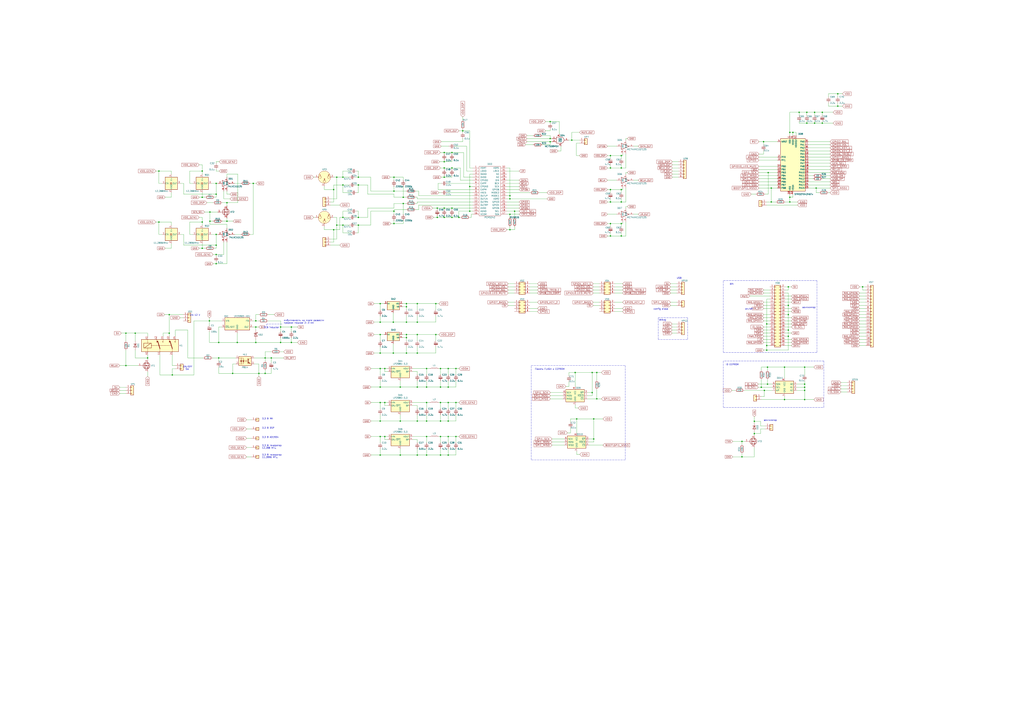
<source format=kicad_sch>
(kicad_sch (version 20211123) (generator eeschema)
  (paper "A1")
  (lib_symbols
    (symbol "Connector:XLR3" (pin_names hide)
      (property "Reference" "J" (at 0 8.89 0))
      (property "Value" "XLR3" (at 0 6.35 0))
      (symbol "XLR3_0_1"
        (text "1" (at -3.556 1.778 0) (effects (font (size 1.016 1.016) bold)))
        (text "2" (at 3.556 1.778 0) (effects (font (size 1.016 1.016) bold)))
        (text "3" (at 0 -1.778 0) (effects (font (size 1.016 1.016) bold)))
        (pin passive line (at -7.62 0 0) (length 2.54) (name "~") (number "1"))
        (pin passive line (at 7.62 0 180) (length 2.54) (name "~") (number "2"))
        (pin passive line (at 0 -7.62 90) (length 2.54) (name "~") (number "3"))
      )
    )
    (symbol "Connector_Generic:Conn_01x01" (pin_names (offset 1.016) hide)
      (property "Reference" "J" (at 0 2.54 0))
      (property "Value" "Conn_01x01" (at 0 -2.54 0))
      (symbol "Conn_01x01_1_1"
        (pin passive line (at -5.08 0 0) (length 3.81) (name "Pin_1") (number "1"))
      )
    )
    (symbol "Connector_Generic:Conn_01x02" (pin_names (offset 1.016) hide)
      (property "Reference" "J" (at 0 2.54 0))
      (property "Value" "Conn_01x02" (at 0 -5.08 0))
      (symbol "Conn_01x02_1_1"
        (pin passive line (at -5.08 0 0) (length 3.81) (name "Pin_1") (number "1"))
        (pin passive line (at -5.08 -2.54 0) (length 3.81) (name "Pin_2") (number "2"))
      )
    )
    (symbol "Connector_Generic:Conn_01x03" (pin_names (offset 1.016) hide)
      (property "Reference" "J" (at 0 5.08 0))
      (property "Value" "Conn_01x03" (at 0 -5.08 0))
      (symbol "Conn_01x03_1_1"
        (pin passive line (at -5.08 2.54 0) (length 3.81) (name "Pin_1") (number "1"))
        (pin passive line (at -5.08 0 0) (length 3.81) (name "Pin_2") (number "2"))
        (pin passive line (at -5.08 -2.54 0) (length 3.81) (name "Pin_3") (number "3"))
      )
    )
    (symbol "Connector_Generic:Conn_01x04" (pin_names (offset 1.016) hide)
      (property "Reference" "J" (at 0 5.08 0))
      (property "Value" "Conn_01x04" (at 0 -7.62 0))
      (symbol "Conn_01x04_1_1"
        (pin passive line (at -5.08 2.54 0) (length 3.81) (name "Pin_1") (number "1"))
        (pin passive line (at -5.08 0 0) (length 3.81) (name "Pin_2") (number "2"))
        (pin passive line (at -5.08 -2.54 0) (length 3.81) (name "Pin_3") (number "3"))
        (pin passive line (at -5.08 -5.08 0) (length 3.81) (name "Pin_4") (number "4"))
      )
    )
    (symbol "Connector_Generic:Conn_01x06" (pin_names (offset 1.016) hide)
      (property "Reference" "J" (at 0 7.62 0))
      (property "Value" "Conn_01x06" (at 0 -10.16 0))
      (symbol "Conn_01x06_1_1"
        (pin passive line (at -5.08 5.08 0) (length 3.81) (name "Pin_1") (number "1"))
        (pin passive line (at -5.08 2.54 0) (length 3.81) (name "Pin_2") (number "2"))
        (pin passive line (at -5.08 0 0) (length 3.81) (name "Pin_3") (number "3"))
        (pin passive line (at -5.08 -2.54 0) (length 3.81) (name "Pin_4") (number "4"))
        (pin passive line (at -5.08 -5.08 0) (length 3.81) (name "Pin_5") (number "5"))
        (pin passive line (at -5.08 -7.62 0) (length 3.81) (name "Pin_6") (number "6"))
      )
    )
    (symbol "Connector_Generic:Conn_01x20" (pin_names (offset 1.016) hide)
      (property "Reference" "J" (at 0 25.4 0))
      (property "Value" "Conn_01x20" (at 0 -27.94 0))
      (symbol "Conn_01x20_1_1"
        (pin passive line (at -5.08 22.86 0) (length 3.81) (name "Pin_1") (number "1"))
        (pin passive line (at -5.08 0 0) (length 3.81) (name "Pin_10") (number "10"))
        (pin passive line (at -5.08 -2.54 0) (length 3.81) (name "Pin_11") (number "11"))
        (pin passive line (at -5.08 -5.08 0) (length 3.81) (name "Pin_12") (number "12"))
        (pin passive line (at -5.08 -7.62 0) (length 3.81) (name "Pin_13") (number "13"))
        (pin passive line (at -5.08 -10.16 0) (length 3.81) (name "Pin_14") (number "14"))
        (pin passive line (at -5.08 -12.7 0) (length 3.81) (name "Pin_15") (number "15"))
        (pin passive line (at -5.08 -15.24 0) (length 3.81) (name "Pin_16") (number "16"))
        (pin passive line (at -5.08 -17.78 0) (length 3.81) (name "Pin_17") (number "17"))
        (pin passive line (at -5.08 -20.32 0) (length 3.81) (name "Pin_18") (number "18"))
        (pin passive line (at -5.08 -22.86 0) (length 3.81) (name "Pin_19") (number "19"))
        (pin passive line (at -5.08 20.32 0) (length 3.81) (name "Pin_2") (number "2"))
        (pin passive line (at -5.08 -25.4 0) (length 3.81) (name "Pin_20") (number "20"))
        (pin passive line (at -5.08 17.78 0) (length 3.81) (name "Pin_3") (number "3"))
        (pin passive line (at -5.08 15.24 0) (length 3.81) (name "Pin_4") (number "4"))
        (pin passive line (at -5.08 12.7 0) (length 3.81) (name "Pin_5") (number "5"))
        (pin passive line (at -5.08 10.16 0) (length 3.81) (name "Pin_6") (number "6"))
        (pin passive line (at -5.08 7.62 0) (length 3.81) (name "Pin_7") (number "7"))
        (pin passive line (at -5.08 5.08 0) (length 3.81) (name "Pin_8") (number "8"))
        (pin passive line (at -5.08 2.54 0) (length 3.81) (name "Pin_9") (number "9"))
      )
    )
    (symbol "Connector_Generic:Conn_02x04_Odd_Even" (pin_names (offset 1.016) hide)
      (property "Reference" "J" (at 1.27 5.08 0))
      (property "Value" "Conn_02x04_Odd_Even" (at 1.27 -7.62 0))
      (symbol "Conn_02x04_Odd_Even_1_1"
        (pin passive line (at -5.08 2.54 0) (length 3.81) (name "Pin_1") (number "1"))
        (pin passive line (at 7.62 2.54 180) (length 3.81) (name "Pin_2") (number "2"))
        (pin passive line (at -5.08 0 0) (length 3.81) (name "Pin_3") (number "3"))
        (pin passive line (at 7.62 0 180) (length 3.81) (name "Pin_4") (number "4"))
        (pin passive line (at -5.08 -2.54 0) (length 3.81) (name "Pin_5") (number "5"))
        (pin passive line (at 7.62 -2.54 180) (length 3.81) (name "Pin_6") (number "6"))
        (pin passive line (at -5.08 -5.08 0) (length 3.81) (name "Pin_7") (number "7"))
        (pin passive line (at 7.62 -5.08 180) (length 3.81) (name "Pin_8") (number "8"))
      )
    )
    (symbol "Connector_Generic:Conn_02x20_Odd_Even" (pin_names (offset 1.016) hide)
      (property "Reference" "J" (at 1.27 25.4 0))
      (property "Value" "Conn_02x20_Odd_Even" (at 1.27 -27.94 0))
      (symbol "Conn_02x20_Odd_Even_1_1"
        (pin passive line (at -5.08 22.86 0) (length 3.81) (name "Pin_1") (number "1"))
        (pin passive line (at 7.62 12.7 180) (length 3.81) (name "Pin_10") (number "10"))
        (pin passive line (at -5.08 10.16 0) (length 3.81) (name "Pin_11") (number "11"))
        (pin passive line (at 7.62 10.16 180) (length 3.81) (name "Pin_12") (number "12"))
        (pin passive line (at -5.08 7.62 0) (length 3.81) (name "Pin_13") (number "13"))
        (pin passive line (at 7.62 7.62 180) (length 3.81) (name "Pin_14") (number "14"))
        (pin passive line (at -5.08 5.08 0) (length 3.81) (name "Pin_15") (number "15"))
        (pin passive line (at 7.62 5.08 180) (length 3.81) (name "Pin_16") (number "16"))
        (pin passive line (at -5.08 2.54 0) (length 3.81) (name "Pin_17") (number "17"))
        (pin passive line (at 7.62 2.54 180) (length 3.81) (name "Pin_18") (number "18"))
        (pin passive line (at -5.08 0 0) (length 3.81) (name "Pin_19") (number "19"))
        (pin passive line (at 7.62 22.86 180) (length 3.81) (name "Pin_2") (number "2"))
        (pin passive line (at 7.62 0 180) (length 3.81) (name "Pin_20") (number "20"))
        (pin passive line (at -5.08 -2.54 0) (length 3.81) (name "Pin_21") (number "21"))
        (pin passive line (at 7.62 -2.54 180) (length 3.81) (name "Pin_22") (number "22"))
        (pin passive line (at -5.08 -5.08 0) (length 3.81) (name "Pin_23") (number "23"))
        (pin passive line (at 7.62 -5.08 180) (length 3.81) (name "Pin_24") (number "24"))
        (pin passive line (at -5.08 -7.62 0) (length 3.81) (name "Pin_25") (number "25"))
        (pin passive line (at 7.62 -7.62 180) (length 3.81) (name "Pin_26") (number "26"))
        (pin passive line (at -5.08 -10.16 0) (length 3.81) (name "Pin_27") (number "27"))
        (pin passive line (at 7.62 -10.16 180) (length 3.81) (name "Pin_28") (number "28"))
        (pin passive line (at -5.08 -12.7 0) (length 3.81) (name "Pin_29") (number "29"))
        (pin passive line (at -5.08 20.32 0) (length 3.81) (name "Pin_3") (number "3"))
        (pin passive line (at 7.62 -12.7 180) (length 3.81) (name "Pin_30") (number "30"))
        (pin passive line (at -5.08 -15.24 0) (length 3.81) (name "Pin_31") (number "31"))
        (pin passive line (at 7.62 -15.24 180) (length 3.81) (name "Pin_32") (number "32"))
        (pin passive line (at -5.08 -17.78 0) (length 3.81) (name "Pin_33") (number "33"))
        (pin passive line (at 7.62 -17.78 180) (length 3.81) (name "Pin_34") (number "34"))
        (pin passive line (at -5.08 -20.32 0) (length 3.81) (name "Pin_35") (number "35"))
        (pin passive line (at 7.62 -20.32 180) (length 3.81) (name "Pin_36") (number "36"))
        (pin passive line (at -5.08 -22.86 0) (length 3.81) (name "Pin_37") (number "37"))
        (pin passive line (at 7.62 -22.86 180) (length 3.81) (name "Pin_38") (number "38"))
        (pin passive line (at -5.08 -25.4 0) (length 3.81) (name "Pin_39") (number "39"))
        (pin passive line (at 7.62 20.32 180) (length 3.81) (name "Pin_4") (number "4"))
        (pin passive line (at 7.62 -25.4 180) (length 3.81) (name "Pin_40") (number "40"))
        (pin passive line (at -5.08 17.78 0) (length 3.81) (name "Pin_5") (number "5"))
        (pin passive line (at 7.62 17.78 180) (length 3.81) (name "Pin_6") (number "6"))
        (pin passive line (at -5.08 15.24 0) (length 3.81) (name "Pin_7") (number "7"))
        (pin passive line (at 7.62 15.24 180) (length 3.81) (name "Pin_8") (number "8"))
        (pin passive line (at -5.08 12.7 0) (length 3.81) (name "Pin_9") (number "9"))
      )
    )
    (symbol "Device:C_Polarized_Small" (pin_numbers hide) (pin_names (offset 0.254) hide)
      (property "Reference" "C" (at 0.254 1.778 0))
      (property "Value" "C_Polarized_Small" (at 0.254 -2.032 0))
      (symbol "C_Polarized_Small_1_1"
        (pin passive line (at 0 2.54 270) (length 1.8542) (name "~") (number "1"))
        (pin passive line (at 0 -2.54 90) (length 1.8542) (name "~") (number "2"))
      )
    )
    (symbol "Device:C_Small" (pin_numbers hide) (pin_names (offset 0.254) hide)
      (property "Reference" "C" (at 0.254 1.778 0))
      (property "Value" "C_Small" (at 0.254 -2.032 0))
      (symbol "C_Small_1_1"
        (pin passive line (at 0 2.54 270) (length 2.032) (name "~") (number "1"))
        (pin passive line (at 0 -2.54 90) (length 2.032) (name "~") (number "2"))
      )
    )
    (symbol "Device:D" (pin_numbers hide) (pin_names (offset 1.016) hide)
      (property "Reference" "D" (at 0 2.54 0))
      (property "Value" "D" (at 0 -2.54 0))
      (symbol "D_1_1"
        (pin passive line (at -3.81 0 0) (length 2.54) (name "K") (number "1"))
        (pin passive line (at 3.81 0 180) (length 2.54) (name "A") (number "2"))
      )
    )
    (symbol "Device:D_Schottky" (pin_numbers hide) (pin_names (offset 1.016) hide)
      (property "Reference" "D" (at 0 2.54 0))
      (property "Value" "D_Schottky" (at 0 -2.54 0))
      (symbol "D_Schottky_1_1"
        (pin passive line (at -3.81 0 0) (length 2.54) (name "K") (number "1"))
        (pin passive line (at 3.81 0 180) (length 2.54) (name "A") (number "2"))
      )
    )
    (symbol "Device:L" (pin_numbers hide) (pin_names (offset 1.016) hide)
      (property "Reference" "L" (at -1.27 0 90))
      (property "Value" "L" (at 1.905 0 90))
      (symbol "L_1_1"
        (pin passive line (at 0 3.81 270) (length 1.27) (name "1") (number "1"))
        (pin passive line (at 0 -3.81 90) (length 1.27) (name "2") (number "2"))
      )
    )
    (symbol "Device:R" (pin_numbers hide) (pin_names (offset 0))
      (property "Reference" "R" (at 2.032 0 90))
      (property "Value" "R" (at 0 0 90))
      (symbol "R_1_1"
        (pin passive line (at 0 3.81 270) (length 1.27) (name "~") (number "1"))
        (pin passive line (at 0 -3.81 90) (length 1.27) (name "~") (number "2"))
      )
    )
    (symbol "Isolator:EL814" (pin_names (offset 1.016))
      (property "Reference" "U" (at -5.334 4.826 0))
      (property "Value" "EL814" (at 0 5.08 0))
      (symbol "EL814_1_1"
        (pin passive line (at -7.62 2.54 0) (length 2.54) (name "~") (number "1"))
        (pin passive line (at -7.62 -2.54 0) (length 2.54) (name "~") (number "2"))
        (pin passive line (at 7.62 -2.54 180) (length 2.54) (name "~") (number "3"))
        (pin passive line (at 7.62 2.54 180) (length 2.54) (name "~") (number "4"))
      )
    )
    (symbol "MCU_ST_STM32F0:STM32F042K6Tx"
      (property "Reference" "U" (at -10.16 21.59 0))
      (property "Value" "STM32F042K6Tx" (at 5.08 21.59 0))
      (symbol "STM32F042K6Tx_1_1"
        (pin power_in line (at -2.54 22.86 270) (length 2.54) (name "VDD") (number "1"))
        (pin bidirectional line (at 12.7 7.62 180) (length 2.54) (name "PA4") (number "10"))
        (pin bidirectional line (at 12.7 5.08 180) (length 2.54) (name "PA5") (number "11"))
        (pin bidirectional line (at 12.7 2.54 180) (length 2.54) (name "PA6") (number "12"))
        (pin bidirectional line (at 12.7 0 180) (length 2.54) (name "PA7") (number "13"))
        (pin bidirectional line (at -12.7 -2.54 0) (length 2.54) (name "PB0") (number "14"))
        (pin bidirectional line (at -12.7 -5.08 0) (length 2.54) (name "PB1") (number "15"))
        (pin power_in line (at -2.54 -25.4 90) (length 2.54) (name "VSS") (number "16"))
        (pin power_in line (at 2.54 22.86 270) (length 2.54) (name "VDDIO2") (number "17"))
        (pin bidirectional line (at 12.7 -2.54 180) (length 2.54) (name "PA8") (number "18"))
        (pin bidirectional line (at 12.7 -5.08 180) (length 2.54) (name "PA9") (number "19"))
        (pin input line (at -12.7 5.08 0) (length 2.54) (name "PF0") (number "2"))
        (pin bidirectional line (at 12.7 -7.62 180) (length 2.54) (name "PA10") (number "20"))
        (pin bidirectional line (at 12.7 -10.16 180) (length 2.54) (name "PA11") (number "21"))
        (pin bidirectional line (at 12.7 -12.7 180) (length 2.54) (name "PA12") (number "22"))
        (pin bidirectional line (at 12.7 -15.24 180) (length 2.54) (name "PA13") (number "23"))
        (pin bidirectional line (at 12.7 -17.78 180) (length 2.54) (name "PA14") (number "24"))
        (pin bidirectional line (at 12.7 -20.32 180) (length 2.54) (name "PA15") (number "25"))
        (pin bidirectional line (at -12.7 -7.62 0) (length 2.54) (name "PB3") (number "26"))
        (pin bidirectional line (at -12.7 -10.16 0) (length 2.54) (name "PB4") (number "27"))
        (pin bidirectional line (at -12.7 -12.7 0) (length 2.54) (name "PB5") (number "28"))
        (pin bidirectional line (at -12.7 -15.24 0) (length 2.54) (name "PB6") (number "29"))
        (pin input line (at -12.7 2.54 0) (length 2.54) (name "PF1") (number "3"))
        (pin bidirectional line (at -12.7 -17.78 0) (length 2.54) (name "PB7") (number "30"))
        (pin bidirectional line (at -12.7 -20.32 0) (length 2.54) (name "PB8") (number "31"))
        (pin power_in line (at 0 -25.4 90) (length 2.54) (name "VSSA") (number "32"))
        (pin input line (at -12.7 17.78 0) (length 2.54) (name "NRST") (number "4"))
        (pin power_in line (at 0 22.86 270) (length 2.54) (name "VDDA") (number "5"))
        (pin bidirectional line (at 12.7 17.78 180) (length 2.54) (name "PA0") (number "6"))
        (pin bidirectional line (at 12.7 15.24 180) (length 2.54) (name "PA1") (number "7"))
        (pin bidirectional line (at 12.7 12.7 180) (length 2.54) (name "PA2") (number "8"))
        (pin bidirectional line (at 12.7 10.16 180) (length 2.54) (name "PA3") (number "9"))
      )
    )
    (symbol "Memory_EEPROM:24LC64"
      (property "Reference" "U" (at -6.35 6.35 0))
      (property "Value" "24LC64" (at 1.27 6.35 0))
      (symbol "24LC64_1_1"
        (pin input line (at -10.16 2.54 0) (length 2.54) (name "A0") (number "1"))
        (pin input line (at -10.16 0 0) (length 2.54) (name "A1") (number "2"))
        (pin input line (at -10.16 -2.54 0) (length 2.54) (name "A2") (number "3"))
        (pin power_in line (at 0 -7.62 90) (length 2.54) (name "GND") (number "4"))
        (pin bidirectional line (at 10.16 2.54 180) (length 2.54) (name "SDA") (number "5"))
        (pin input line (at 10.16 0 180) (length 2.54) (name "SCL") (number "6"))
        (pin input line (at 10.16 -2.54 180) (length 2.54) (name "WP") (number "7"))
        (pin power_in line (at 0 7.62 270) (length 2.54) (name "VCC") (number "8"))
      )
    )
    (symbol "Memory_EEPROM:25LCxxx"
      (property "Reference" "U" (at -7.62 6.35 0))
      (property "Value" "25LCxxx" (at 2.54 -6.35 0))
      (symbol "25LCxxx_1_1"
        (pin input line (at -10.16 -2.54 0) (length 2.54) (name "~{CS}") (number "1"))
        (pin tri_state line (at 10.16 -2.54 180) (length 2.54) (name "MISO") (number "2"))
        (pin input line (at -10.16 2.54 0) (length 2.54) (name "~{WP}") (number "3"))
        (pin power_in line (at 0 -7.62 90) (length 2.54) (name "GND") (number "4"))
        (pin input line (at 10.16 0 180) (length 2.54) (name "MOSI") (number "5"))
        (pin input line (at 10.16 2.54 180) (length 2.54) (name "SCK") (number "6"))
        (pin input line (at -10.16 0 0) (length 2.54) (name "~{HOLD}") (number "7"))
        (pin power_in line (at 0 7.62 270) (length 2.54) (name "VCC") (number "8"))
      )
    )
    (symbol "Oscillator:XO32" (pin_names (offset 0.254))
      (property "Reference" "X" (at -5.08 6.35 0))
      (property "Value" "XO32" (at 1.27 -6.35 0))
      (symbol "XO32_1_1"
        (pin input line (at -7.62 0 0) (length 2.54) (name "EN") (number "1"))
        (pin power_in line (at 0 -7.62 90) (length 2.54) (name "GND") (number "2"))
        (pin output line (at 7.62 0 180) (length 2.54) (name "OUT") (number "3"))
        (pin power_in line (at 0 7.62 270) (length 2.54) (name "V+") (number "4"))
      )
    )
    (symbol "Regulator_Linear:LP2985-3.3" (pin_names (offset 0.254))
      (property "Reference" "U" (at -6.35 5.715 0))
      (property "Value" "LP2985-3.3" (at 0 5.715 0))
      (symbol "LP2985-3.3_1_1"
        (pin power_in line (at -10.16 2.54 0) (length 2.54) (name "VIN") (number "1"))
        (pin power_in line (at 0 -7.62 90) (length 2.54) (name "GND") (number "2"))
        (pin input line (at -10.16 0 0) (length 2.54) (name "ON/~{OFF}") (number "3"))
        (pin input line (at 10.16 0 180) (length 2.54) (name "BP") (number "4"))
        (pin power_out line (at 10.16 2.54 180) (length 2.54) (name "VOUT") (number "5"))
      )
    )
    (symbol "Regulator_Switching:LM2596S-ADJ"
      (property "Reference" "U" (at -10.16 6.35 0))
      (property "Value" "LM2596S-ADJ" (at 0 6.35 0))
      (symbol "LM2596S-ADJ_1_1"
        (pin power_in line (at -12.7 2.54 0) (length 2.54) (name "VIN") (number "1"))
        (pin output line (at 12.7 -2.54 180) (length 2.54) (name "OUT") (number "2"))
        (pin power_in line (at 0 -7.62 90) (length 2.54) (name "GND") (number "3"))
        (pin input line (at 12.7 2.54 180) (length 2.54) (name "FB") (number "4"))
        (pin input line (at -12.7 -2.54 0) (length 2.54) (name "~{ON}/OFF") (number "5"))
      )
    )
    (symbol "Relay:RTE2xxxx"
      (property "Reference" "K" (at 16.51 3.81 0))
      (property "Value" "RTE2xxxx" (at 16.51 1.27 0))
      (symbol "RTE2xxxx_1_1"
        (pin passive line (at 0 -7.62 90) (length 2.54) (name "~") (number "11"))
        (pin passive line (at -2.54 7.62 270) (length 2.54) (name "~") (number "12"))
        (pin passive line (at 2.54 7.62 270) (length 2.54) (name "~") (number "14"))
        (pin passive line (at 10.16 -7.62 90) (length 2.54) (name "~") (number "21"))
        (pin passive line (at 7.62 7.62 270) (length 2.54) (name "~") (number "22"))
        (pin passive line (at 12.7 7.62 270) (length 2.54) (name "~") (number "24"))
        (pin passive line (at -10.16 7.62 270) (length 2.54) (name "~") (number "A1"))
        (pin passive line (at -10.16 -7.62 90) (length 2.54) (name "~") (number "A2"))
      )
    )
    (symbol "Streamer_PCM5242-rescue:74AHC1G125-NewComponents_KiCad" (pin_names (offset 1.016))
      (property "Reference" "U" (at -2.54 3.81 0))
      (property "Value" "74AHC1G125-NewComponents_KiCad" (at 0 -3.81 0))
      (symbol "74AHC1G125-NewComponents_KiCad_1_1"
        (pin input inverted (at 0 5.08 270) (length 3.81) (name "~") (number "1"))
        (pin input line (at -7.62 0 0) (length 3.81) (name "~") (number "2"))
        (pin power_in line (at 0 -6.35 90) (length 3.81) (name "GND") (number "3"))
        (pin tri_state line (at 6.35 0 180) (length 3.81) (name "~") (number "4"))
        (pin power_in line (at -2.54 -6.35 90) (length 3.81) (name "VDD") (number "5"))
      )
    )
    (symbol "Streamer_PCM5242-rescue:74LVC1G08-NewComponents_KiCad" (pin_names (offset 1.016))
      (property "Reference" "U" (at -2.54 3.81 0))
      (property "Value" "74LVC1G08-NewComponents_KiCad" (at 0 -3.81 0))
      (symbol "74LVC1G08-NewComponents_KiCad_1_1"
        (pin input line (at -7.62 1.27 0) (length 3.81) (name "~") (number "1"))
        (pin input line (at -7.62 -1.27 0) (length 3.81) (name "~") (number "2"))
        (pin power_in line (at 0 -5.08 90) (length 2.54) (name "GND") (number "3"))
        (pin output line (at 6.35 0 180) (length 3.81) (name "~") (number "4"))
        (pin power_in line (at -1.27 5.08 270) (length 2.54) (name "3V3") (number "5"))
      )
    )
    (symbol "Streamer_PCM5242-rescue:LM1117-3.3-NewComponents_KiCad" (pin_names (offset 0.254))
      (property "Reference" "U" (at -3.81 3.175 0))
      (property "Value" "LM1117-3.3-NewComponents_KiCad" (at 0 3.175 0))
      (symbol "LM1117-3.3-NewComponents_KiCad_1_1"
        (pin power_in line (at 0 -7.62 90) (length 2.54) (name "GND") (number "1"))
        (pin power_out line (at 7.62 0 180) (length 2.54) (name "VO") (number "2"))
        (pin power_in line (at -7.62 0 0) (length 2.54) (name "VI") (number "3"))
        (pin power_in line (at 7.62 -2.54 180) (length 2.54) (name "VO") (number "4"))
      )
    )
    (symbol "Streamer_PCM5242-rescue:PCM5242-NewComponents_KiCad" (pin_names (offset 1.016))
      (property "Reference" "DD" (at 0 21.59 0))
      (property "Value" "PCM5242-NewComponents_KiCad" (at 0 -21.59 0))
      (symbol "PCM5242-NewComponents_KiCad_1_1"
        (pin input line (at -13.97 19.05 0) (length 5.08) (name "XSMT") (number "1"))
        (pin input line (at -13.97 -3.81 0) (length 5.08) (name "OUTLP") (number "10"))
        (pin input line (at -13.97 -6.35 0) (length 5.08) (name "OUTLN") (number "11"))
        (pin input line (at -13.97 -8.89 0) (length 5.08) (name "OUTRN") (number "12"))
        (pin input line (at -13.97 -11.43 0) (length 5.08) (name "OUTRP") (number "13"))
        (pin input line (at -13.97 -13.97 0) (length 5.08) (name "AVDD") (number "14"))
        (pin input line (at -13.97 -16.51 0) (length 5.08) (name "AGND") (number "15"))
        (pin input line (at -13.97 -19.05 0) (length 5.08) (name "VCOM") (number "16"))
        (pin input line (at 13.97 -19.05 180) (length 5.08) (name "SDA") (number "17"))
        (pin input line (at 13.97 -16.51 180) (length 5.08) (name "SCL") (number "18"))
        (pin input line (at 13.97 -13.97 180) (length 5.08) (name "GPIO5") (number "19"))
        (pin input line (at -13.97 16.51 0) (length 5.08) (name "LDOO") (number "2"))
        (pin input line (at 13.97 -11.43 180) (length 5.08) (name "GPIO4") (number "20"))
        (pin input line (at 13.97 -8.89 180) (length 5.08) (name "GPIO3") (number "21"))
        (pin input line (at 13.97 -6.35 180) (length 5.08) (name "ADR2") (number "22"))
        (pin input line (at 13.97 -3.81 180) (length 5.08) (name "MODE1") (number "23"))
        (pin input line (at 13.97 -1.27 180) (length 5.08) (name "MODE2") (number "24"))
        (pin input line (at 13.97 1.27 180) (length 5.08) (name "GPIO6") (number "25"))
        (pin input line (at 13.97 3.81 180) (length 5.08) (name "SCK") (number "26"))
        (pin input line (at 13.97 6.35 180) (length 5.08) (name "BCK") (number "27"))
        (pin input line (at 13.97 8.89 180) (length 5.08) (name "DIN") (number "28"))
        (pin input line (at 13.97 11.43 180) (length 5.08) (name "NC") (number "29"))
        (pin input line (at -13.97 13.97 0) (length 5.08) (name "DGND") (number "3"))
        (pin input line (at 13.97 13.97 180) (length 5.08) (name "NC") (number "30"))
        (pin input line (at 13.97 16.51 180) (length 5.08) (name "LRCK") (number "31"))
        (pin input line (at 13.97 19.05 180) (length 5.08) (name "ADR1") (number "32"))
        (pin input line (at 6.35 25.4 270) (length 5.08) hide (name "GND") (number "33"))
        (pin input line (at -13.97 11.43 0) (length 5.08) (name "DVDD") (number "4"))
        (pin input line (at -13.97 8.89 0) (length 5.08) (name "CPVDD") (number "5"))
        (pin input line (at -13.97 6.35 0) (length 5.08) (name "CAPP") (number "6"))
        (pin input line (at -13.97 3.81 0) (length 5.08) (name "CPGND") (number "7"))
        (pin input line (at -13.97 1.27 0) (length 5.08) (name "CAPM") (number "8"))
        (pin input line (at -13.97 -1.27 0) (length 5.08) (name "VNEG") (number "9"))
      )
    )
    (symbol "Transistor_FET:BSS138" (pin_names hide)
      (property "Reference" "Q" (at 5.08 1.905 0))
      (property "Value" "BSS138" (at 5.08 0 0))
      (symbol "BSS138_1_1"
        (pin input line (at -5.08 0 0) (length 2.54) (name "G") (number "1"))
        (pin passive line (at 2.54 -5.08 90) (length 2.54) (name "S") (number "2"))
        (pin passive line (at 2.54 5.08 270) (length 2.54) (name "D") (number "3"))
      )
    )
  )
  (junction (at 627.095 116.429))
  (junction (at 333.83 249.555))
  (junction (at 669.005 92.299))
  (junction (at 364.84 138.019))
  (junction (at 316.05 330.835))
  (junction (at 644.305 328.43))
  (junction (at 323.035 264.795))
  (junction (at 422.625 173.579))
  (junction (at 660.815 320.81))
  (junction (at 191.06 306.854))
  (junction (at 368.12 330.835))
  (junction (at 312.24 330.835))
  (junction (at 510.255 193.899))
  (junction (at 472.37 306.159))
  (junction (at 274.035 188.819))
  (junction (at 368.12 302.895))
  (junction (at 609.38 375.42))
  (junction (at 342.72 290.195))
  (junction (at 359.125 171.039))
  (junction (at 371.19 178.659))
  (junction (at 177.515 192.629))
  (junction (at 217.73 294.154))
  (junction (at 166.085 204.059))
  (junction (at 361.77 346.075))
  (junction (at 647.48 250.96))
  (junction (at 342.72 264.795))
  (junction (at 361.77 302.895))
  (junction (at 212.65 306.854))
  (junction (at 501.365 165.959))
  (junction (at 675.355 101.189))
  (junction (at 333.83 290.195))
  (junction (at 350.34 302.895))
  (junction (at 651.225 108.809))
  (junction (at 350.34 330.835))
  (junction (at 281.655 178.659))
  (junction (at 629.7 266.2))
  (junction (at 323.565 157.069))
  (junction (at 166.085 162.149))
  (junction (at 357.96 249.555))
  (junction (at 486.34 322.669))
  (junction (at 376.905 178.659))
  (junction (at 371.19 138.019))
  (junction (at 350.34 318.135))
  (junction (at 368.12 318.135))
  (junction (at 364.84 145.639))
  (junction (at 469.615 115.159))
  (junction (at 210.11 281.454))
  (junction (at 510.255 127.859))
  (junction (at 331.185 162.149))
  (junction (at 323.565 173.579))
  (junction (at 312.24 249.555))
  (junction (at 186.405 181.834))
  (junction (at 371.19 171.039))
  (junction (at 473.64 344.259))
  (junction (at 630.335 301.76))
  (junction (at 385.795 173.579))
  (junction (at 177.515 150.719))
  (junction (at 501.365 183.739))
  (junction (at 342.72 346.075))
  (junction (at 662.655 92.299))
  (junction (at 316.05 358.775))
  (junction (at 222.81 294.154))
  (junction (at 633.445 165.959))
  (junction (at 648.685 162.149))
  (junction (at 501.365 127.859))
  (junction (at 660.815 315.73))
  (junction (at 312.24 346.075))
  (junction (at 342.72 249.555))
  (junction (at 675.355 92.299))
  (junction (at 138.99 273.834))
  (junction (at 239.32 281.454))
  (junction (at 350.34 358.775))
  (junction (at 186.405 166.594))
  (junction (at 361.77 358.775))
  (junction (at 294.355 151.989))
  (junction (at 609.38 362.72))
  (junction (at 418.815 176.119))
  (junction (at 670.275 154.529))
  (junction (at 312.24 264.795))
  (junction (at 239.32 268.754))
  (junction (at 648.685 108.809))
  (junction (at 647.48 271.28))
  (junction (at 510.255 183.739))
  (junction (at 328.75 318.135))
  (junction (at 194.87 281.454))
  (junction (at 172.435 181.834))
  (junction (at 177.515 216.759))
  (junction (at 316.05 302.895))
  (junction (at 230.43 281.454))
  (junction (at 501.365 193.899))
  (junction (at 323.035 290.195))
  (junction (at 312.24 318.135))
  (junction (at 418.815 160.879))
  (junction (at 486.34 306.159))
  (junction (at 364.84 125.319))
  (junction (at 374.47 302.895))
  (junction (at 333.83 252.095))
  (junction (at 323.565 183.739))
  (junction (at 630.905 141.829))
  (junction (at 368.12 374.015))
  (junction (at 121.21 294.154))
  (junction (at 281.655 185.009))
  (junction (at 630.335 315.73))
  (junction (at 333.83 277.495))
  (junction (at 210.11 268.754))
  (junction (at 629.7 283.98))
  (junction (at 364.84 132.939))
  (junction (at 629.7 287.79))
  (junction (at 487.61 344.259))
  (junction (at 361.77 318.135))
  (junction (at 619.54 346.21))
  (junction (at 294.355 145.639))
  (junction (at 647.48 235.72))
  (junction (at 647.48 258.58))
  (junction (at 342.72 318.135))
  (junction (at 312.24 302.895))
  (junction (at 368.12 358.775))
  (junction (at 342.72 374.015))
  (junction (at 276.575 185.009))
  (junction (at 166.085 182.469))
  (junction (at 364.84 178.659))
  (junction (at 328.75 374.015))
  (junction (at 179.63 281.454))
  (junction (at 274.035 155.799))
  (junction (at 333.83 274.955))
  (junction (at 385.795 153.259))
  (junction (at 294.355 185.009))
  (junction (at 660.815 328.43))
  (junction (at 281.655 151.989))
  (junction (at 177.515 159.609))
  (junction (at 380.08 107.539))
  (junction (at 361.77 330.835))
  (junction (at 210.11 263.674))
  (junction (at 359.125 178.659))
  (junction (at 625.255 318.27))
  (junction (at 312.24 290.195))
  (junction (at 510.255 165.959))
  (junction (at 451.835 99.919))
  (junction (at 312.24 358.775))
  (junction (at 374.47 358.775))
  (junction (at 510.255 155.799))
  (junction (at 688.055 87.219))
  (junction (at 333.83 264.795))
  (junction (at 451.835 116.429))
  (junction (at 501.365 138.019))
  (junction (at 490.15 327.749))
  (junction (at 130.525 182.469))
  (junction (at 487.61 360.769))
  (junction (at 371.19 125.319))
  (junction (at 648.685 165.959))
  (junction (at 111.05 273.834))
  (junction (at 501.365 155.799))
  (junction (at 350.34 346.075))
  (junction (at 364.84 171.039))
  (junction (at 350.34 374.015))
  (junction (at 361.77 374.015))
  (junction (at 328.75 346.075))
  (junction (at 103.43 300.504))
  (junction (at 374.47 330.835))
  (junction (at 294.355 178.659))
  (junction (at 451.835 113.889))
  (junction (at 217.73 306.854))
  (junction (at 138.99 258.594))
  (junction (at 141.53 308.124))
  (junction (at 644.305 301.76))
  (junction (at 633.445 154.529))
  (junction (at 418.815 188.819))
  (junction (at 490.15 306.159))
  (junction (at 323.565 145.639))
  (junction (at 647.48 276.36))
  (junction (at 230.43 268.754))
  (junction (at 656.305 92.299))
  (junction (at 368.12 346.075))
  (junction (at 172.01 263.674))
  (junction (at 627.795 320.81))
  (junction (at 688.055 77.059))
  (junction (at 660.815 318.27))
  (junction (at 281.655 145.639))
  (junction (at 331.185 167.229))
  (junction (at 177.515 209.139))
  (junction (at 103.43 273.834))
  (junction (at 669.005 101.189))
  (junction (at 662.655 101.189))
  (junction (at 312.24 374.015))
  (junction (at 418.815 163.419))
  (junction (at 172.435 174.214))
  (junction (at 207.995 150.719))
  (junction (at 177.515 201.519))
  (junction (at 619.54 356.37))
  (junction (at 276.575 145.639))
  (junction (at 342.72 274.955))
  (junction (at 130.525 140.559))
  (junction (at 660.815 301.76))
  (junction (at 357.96 274.955))
  (junction (at 166.085 140.559))
  (junction (at 179.63 294.154))
  (junction (at 708.44 235.72))
  (junction (at 312.24 274.955))
  (junction (at 510.255 138.019))
  (wire (pts (xy 312.24 285.115) (xy 312.24 290.195)))
  (wire (pts (xy 467.29 306.159) (xy 467.29 308.699)))
  (wire (pts (xy 331.185 183.739) (xy 331.185 181.199)))
  (wire (pts (xy 163.545 135.479) (xy 166.085 135.479)))
  (wire (pts (xy 416.275 188.819) (xy 418.815 188.819)))
  (wire (pts (xy 179.63 268.754) (xy 179.63 281.454)))
  (wire (pts (xy 487.61 344.259) (xy 473.64 344.259)))
  (wire (pts (xy 98.35 323.364) (xy 103.43 323.364)))
  (wire (pts (xy 371.19 144.369) (xy 371.19 145.639)))
  (wire (pts (xy 239.32 272.564) (xy 239.32 268.754)))
  (wire (pts (xy 418.815 188.819) (xy 422.625 188.819)))
  (wire (pts (xy 195.295 143.099) (xy 186.405 143.099)))
  (wire (pts (xy 498.825 127.859) (xy 501.365 127.859)))
  (wire (pts (xy 217.73 294.154) (xy 217.73 296.694)))
  (wire (pts (xy 385.795 107.539) (xy 385.795 138.019)))
  (wire (pts (xy 511.525 126.589) (xy 511.525 127.859)))
  (wire (pts (xy 323.565 176.119) (xy 323.565 173.579)))
  (wire (pts (xy 301.975 178.659) (xy 301.975 171.039)))
  (wire (pts (xy 368.12 368.935) (xy 368.12 374.015)))
  (wire (pts (xy 359.125 177.389) (xy 359.125 178.659)))
  (wire (pts (xy 312.24 302.895) (xy 316.05 302.895)))
  (wire (pts (xy 675.355 99.919) (xy 675.355 101.189)))
  (wire (pts (xy 312.24 274.955) (xy 315.415 274.955)))
  (wire (pts (xy 172.435 184.374) (xy 186.405 184.374)))
  (wire (pts (xy 514.065 154.529) (xy 514.065 165.959)))
  (wire (pts (xy 342.72 313.055) (xy 342.72 318.135)))
  (wire (pts (xy 376.905 173.579) (xy 385.795 173.579)))
  (wire (pts (xy 230.43 263.674) (xy 230.43 268.754)))
  (wire (pts (xy 166.085 204.059) (xy 163.545 204.059)))
  (wire (pts (xy 361.77 368.935) (xy 361.77 374.015)))
  (wire (pts (xy 708.44 238.26) (xy 708.44 235.72)))
  (wire (pts (xy 550.69 238.283) (xy 555.77 238.283)))
  (wire (pts (xy 304.62 330.835) (xy 312.24 330.835)))
  (wire (pts (xy 467.29 313.779) (xy 467.29 317.589)))
  (wire (pts (xy 350.34 318.135) (xy 350.34 313.055)))
  (wire (pts (xy 510.255 193.899) (xy 501.365 193.899)))
  (wire (pts (xy 644.94 261.12) (xy 650.02 261.12)))
  (wire (pts (xy 342.615 163.419) (xy 342.615 162.149)))
  (wire (pts (xy 510.255 127.859) (xy 510.255 130.399)))
  (wire (pts (xy 418.815 186.279) (xy 418.815 188.819)))
  (wire (pts (xy 619.54 356.37) (xy 619.54 357.64)))
  (wire (pts (xy 281.655 140.559) (xy 281.655 145.639)))
  (wire (pts (xy 323.565 181.199) (xy 323.565 183.739)))
  (wire (pts (xy 555.77 266.223) (xy 551.96 266.223)))
  (wire (pts (xy 359.76 150.719) (xy 362.3 150.719)))
  (wire (pts (xy 615.73 243.34) (xy 632.24 243.34)))
  (wire (pts (xy 669.005 101.189) (xy 675.355 101.189)))
  (wire (pts (xy 166.93 294.154) (xy 154.23 294.154)))
  (wire (pts (xy 644.305 301.76) (xy 644.305 310.65)))
  (wire (pts (xy 179.63 281.454) (xy 172.01 281.454)))
  (wire (pts (xy 323.565 173.579) (xy 323.565 172.309)))
  (wire (pts (xy 514.065 138.019) (xy 510.255 138.019)))
  (polyline (pts (xy 513.645 377.914) (xy 436.175 377.914)))
  (wire (pts (xy 330.655 274.955) (xy 333.83 274.955)))
  (wire (pts (xy 374.47 330.835) (xy 368.12 330.835)))
  (wire (pts (xy 660.815 320.81) (xy 660.815 328.43)))
  (wire (pts (xy 630.335 301.76) (xy 630.335 304.3)))
  (wire (pts (xy 364.84 125.319) (xy 371.19 125.319)))
  (polyline (pts (xy 594.14 230.64) (xy 670.975 230.64)))
  (wire (pts (xy 342.72 305.435) (xy 342.72 307.975)))
  (wire (pts (xy 453.105 113.889) (xy 451.835 113.889)))
  (wire (pts (xy 182.17 263.674) (xy 172.01 263.674)))
  (wire (pts (xy 173.705 192.629) (xy 177.515 192.629)))
  (wire (pts (xy 647.48 271.28) (xy 647.48 276.36)))
  (wire (pts (xy 629.7 266.2) (xy 629.7 283.98)))
  (wire (pts (xy 361.77 318.135) (xy 350.34 318.135)))
  (wire (pts (xy 472.37 306.159) (xy 472.37 317.589)))
  (wire (pts (xy 220.27 258.594) (xy 225.35 258.594)))
  (wire (pts (xy 212.65 306.854) (xy 212.65 309.394)))
  (wire (pts (xy 650.02 263.66) (xy 644.94 263.66)))
  (wire (pts (xy 473.425 127.859) (xy 475.965 127.859)))
  (wire (pts (xy 550.69 248.443) (xy 555.77 248.443)))
  (wire (pts (xy 629.7 283.98) (xy 629.7 287.79)))
  (wire (pts (xy 186.405 184.374) (xy 186.405 187.549)))
  (wire (pts (xy 150.845 201.519) (xy 177.515 201.519)))
  (wire (pts (xy 648.685 108.809) (xy 648.685 111.349)))
  (wire (pts (xy 222.81 306.854) (xy 222.81 303.044)))
  (wire (pts (xy 416.275 163.419) (xy 418.815 163.419)))
  (wire (pts (xy 103.43 287.804) (xy 103.43 300.504)))
  (wire (pts (xy 681.705 136.749) (xy 663.925 136.749)))
  (wire (pts (xy 376.905 173.579) (xy 376.905 178.659)))
  (wire (pts (xy 333.83 252.095) (xy 333.83 254.635)))
  (wire (pts (xy 293.085 191.359) (xy 294.355 191.359)))
  (wire (pts (xy 294.355 178.659) (xy 291.815 178.659)))
  (wire (pts (xy 630.335 311.92) (xy 630.335 315.73)))
  (wire (pts (xy 202.49 367.814) (xy 206.3 367.814)))
  (wire (pts (xy 453.32 365.849) (xy 463.48 365.849)))
  (wire (pts (xy 380.715 125.319) (xy 371.19 125.319)))
  (wire (pts (xy 133.065 192.629) (xy 130.525 192.629)))
  (wire (pts (xy 294.355 185.009) (xy 294.355 191.359)))
  (wire (pts (xy 656.305 92.299) (xy 662.655 92.299)))
  (wire (pts (xy 130.525 182.469) (xy 140.685 182.469)))
  (wire (pts (xy 323.035 257.175) (xy 323.035 264.795)))
  (wire (pts (xy 304.515 173.579) (xy 323.565 173.579)))
  (wire (pts (xy 432.785 116.429) (xy 451.835 116.429)))
  (wire (pts (xy 627.095 126.589) (xy 627.095 124.049)))
  (wire (pts (xy 416.275 165.959) (xy 426.435 165.959)))
  (wire (pts (xy 663.925 149.449) (xy 681.705 149.449)))
  (wire (pts (xy 501.365 138.019) (xy 498.825 138.019)))
  (wire (pts (xy 633.445 154.529) (xy 633.445 165.959)))
  (wire (pts (xy 487.19 238.283) (xy 492.27 238.283)))
  (wire (pts (xy 435.12 233.203) (xy 441.47 233.203)))
  (wire (pts (xy 271.495 168.499) (xy 279.115 168.499)))
  (wire (pts (xy 266.415 186.279) (xy 266.415 188.819)))
  (wire (pts (xy 388.335 148.179) (xy 378.175 148.179)))
  (wire (pts (xy 166.085 178.659) (xy 166.085 182.469)))
  (wire (pts (xy 501.365 135.479) (xy 501.365 138.019)))
  (wire (pts (xy 710.98 243.34) (xy 705.9 243.34)))
  (wire (pts (xy 168.625 204.059) (xy 166.085 204.059)))
  (wire (pts (xy 710.98 248.42) (xy 705.9 248.42)))
  (wire (pts (xy 355.315 171.039) (xy 359.125 171.039)))
  (wire (pts (xy 294.355 173.579) (xy 294.355 178.659)))
  (wire (pts (xy 472.37 306.159) (xy 467.29 306.159)))
  (wire (pts (xy 609.38 362.72) (xy 611.92 362.72)))
  (wire (pts (xy 342.72 361.315) (xy 342.72 363.855)))
  (wire (pts (xy 330.655 277.495) (xy 333.83 277.495)))
  (wire (pts (xy 555.77 240.823) (xy 550.69 240.823)))
  (wire (pts (xy 279.115 188.819) (xy 279.115 178.659)))
  (wire (pts (xy 660.815 318.27) (xy 660.815 320.81)))
  (wire (pts (xy 624.62 356.37) (xy 624.62 352.56)))
  (wire (pts (xy 323.565 171.039) (xy 323.565 167.229)))
  (wire (pts (xy 192.755 192.629) (xy 197.835 192.629)))
  (wire (pts (xy 371.19 171.039) (xy 371.19 172.309)))
  (wire (pts (xy 388.335 153.259) (xy 385.795 153.259)))
  (wire (pts (xy 312.24 264.795) (xy 323.035 264.795)))
  (wire (pts (xy 644.94 248.42) (xy 650.02 248.42)))
  (polyline (pts (xy 436.175 300.444) (xy 513.645 300.444)))
  (wire (pts (xy 312.24 374.015) (xy 328.75 374.015)))
  (wire (pts (xy 418.815 176.119) (xy 426.435 176.119)))
  (wire (pts (xy 633.445 165.959) (xy 637.255 165.959)))
  (wire (pts (xy 422.625 173.579) (xy 416.275 173.579)))
  (wire (pts (xy 342.72 318.135) (xy 350.34 318.135)))
  (polyline (pts (xy 670.975 289.695) (xy 594.14 289.695)))
  (wire (pts (xy 492.27 250.983) (xy 487.19 250.983)))
  (wire (pts (xy 426.435 168.499) (xy 416.275 168.499)))
  (wire (pts (xy 208.84 294.154) (xy 217.73 294.154)))
  (wire (pts (xy 418.815 178.659) (xy 418.815 176.119)))
  (wire (pts (xy 210.11 258.594) (xy 210.11 263.674)))
  (wire (pts (xy 644.305 328.43) (xy 625.255 328.43)))
  (wire (pts (xy 177.515 159.609) (xy 177.515 150.719)))
  (wire (pts (xy 186.405 159.609) (xy 188.945 159.609)))
  (wire (pts (xy 380.08 116.429) (xy 362.3 116.429)))
  (wire (pts (xy 176.245 204.059) (xy 177.515 204.059)))
  (wire (pts (xy 103.43 280.184) (xy 103.43 273.834)))
  (wire (pts (xy 378.175 138.019) (xy 371.19 138.019)))
  (wire (pts (xy 312.24 363.855) (xy 312.24 358.775)))
  (wire (pts (xy 514.065 193.899) (xy 510.255 193.899)))
  (wire (pts (xy 511.525 183.739) (xy 510.255 183.739)))
  (wire (pts (xy 504.97 238.283) (xy 511.32 238.283)))
  (wire (pts (xy 312.24 358.775) (xy 316.05 358.775)))
  (wire (pts (xy 623.285 136.749) (xy 638.525 136.749)))
  (wire (pts (xy 705.9 245.88) (xy 710.98 245.88)))
  (wire (pts (xy 206.3 344.954) (xy 202.49 344.954)))
  (wire (pts (xy 690.66 314.46) (xy 695.74 314.46)))
  (wire (pts (xy 681.705 124.049) (xy 663.925 124.049)))
  (wire (pts (xy 634.145 315.73) (xy 630.335 315.73)))
  (wire (pts (xy 367.38 150.719) (xy 388.335 150.719)))
  (wire (pts (xy 651.225 159.609) (xy 651.225 162.149)))
  (wire (pts (xy 293.085 173.579) (xy 294.355 173.579)))
  (wire (pts (xy 312.24 307.975) (xy 312.24 302.895)))
  (wire (pts (xy 352.88 302.895) (xy 350.34 302.895)))
  (wire (pts (xy 205.455 150.719) (xy 207.995 150.719)))
  (wire (pts (xy 648.685 92.299) (xy 648.685 108.809)))
  (wire (pts (xy 710.98 238.26) (xy 708.44 238.26)))
  (wire (pts (xy 629.7 287.79) (xy 627.16 287.79)))
  (wire (pts (xy 276.575 145.639) (xy 276.575 163.419)))
  (wire (pts (xy 357.96 274.955) (xy 342.72 274.955)))
  (wire (pts (xy 501.365 127.859) (xy 510.255 127.859)))
  (wire (pts (xy 498.825 120.239) (xy 506.445 120.239)))
  (wire (pts (xy 179.63 296.694) (xy 179.63 294.154)))
  (wire (pts (xy 316.05 305.435) (xy 316.05 302.895)))
  (wire (pts (xy 656.305 92.299) (xy 656.305 94.839)))
  (wire (pts (xy 630.905 159.609) (xy 630.905 141.829)))
  (wire (pts (xy 625.255 311.92) (xy 625.255 318.27)))
  (wire (pts (xy 656.305 101.189) (xy 662.655 101.189)))
  (wire (pts (xy 207.995 150.719) (xy 207.995 192.629)))
  (wire (pts (xy 364.84 145.639) (xy 362.3 145.639)))
  (wire (pts (xy 462.21 325.209) (xy 452.05 325.209)))
  (wire (pts (xy 660.815 318.27) (xy 654.465 318.27)))
  (wire (pts (xy 460.725 124.049) (xy 458.185 124.049)))
  (wire (pts (xy 691.865 77.059) (xy 688.055 77.059)))
  (wire (pts (xy 210.11 263.674) (xy 212.65 263.674)))
  (wire (pts (xy 623.285 154.529) (xy 633.445 154.529)))
  (polyline (pts (xy 594.14 296.68) (xy 594.14 334.78)))
  (wire (pts (xy 338.91 302.895) (xy 350.34 302.895)))
  (wire (pts (xy 388.335 171.039) (xy 371.19 171.039)))
  (wire (pts (xy 140.685 158.339) (xy 140.685 162.149)))
  (wire (pts (xy 371.19 132.939) (xy 364.84 132.939)))
  (wire (pts (xy 318.59 361.315) (xy 316.05 361.315)))
  (polyline (pts (xy 594.14 289.695) (xy 594.14 230.64)))
  (wire (pts (xy 177.515 150.719) (xy 178.785 150.719)))
  (wire (pts (xy 371.19 131.669) (xy 371.19 132.939)))
  (wire (pts (xy 312.24 290.195) (xy 323.035 290.195)))
  (wire (pts (xy 385.795 173.579) (xy 385.795 153.259)))
  (wire (pts (xy 632.24 273.82) (xy 627.16 273.82)))
  (wire (pts (xy 186.405 181.834) (xy 186.405 179.294)))
  (wire (pts (xy 361.77 313.055) (xy 361.77 318.135)))
  (wire (pts (xy 625.255 325.89) (xy 627.795 325.89)))
  (wire (pts (xy 352.88 358.775) (xy 350.34 358.775)))
  (wire (pts (xy 504.97 233.203) (xy 511.32 233.203)))
  (wire (pts (xy 210.11 281.454) (xy 230.43 281.454)))
  (wire (pts (xy 257.525 178.659) (xy 258.795 178.659)))
  (wire (pts (xy 177.515 162.149) (xy 177.515 159.609)))
  (wire (pts (xy 177.515 210.409) (xy 177.515 209.139)))
  (wire (pts (xy 288.005 191.359) (xy 281.655 191.359)))
  (wire (pts (xy 266.415 188.819) (xy 274.035 188.819)))
  (wire (pts (xy 445.485 111.349) (xy 451.835 111.349)))
  (wire (pts (xy 274.035 198.979) (xy 274.035 188.819)))
  (wire (pts (xy 371.19 177.389) (xy 371.19 178.659)))
  (wire (pts (xy 647.48 258.58) (xy 647.48 271.28)))
  (wire (pts (xy 451.835 118.969) (xy 451.835 116.429)))
  (wire (pts (xy 371.19 145.639) (xy 364.84 145.639)))
  (wire (pts (xy 350.34 302.895) (xy 350.34 307.975)))
  (wire (pts (xy 551.96 273.843) (xy 555.77 273.843)))
  (wire (pts (xy 627.095 116.429) (xy 638.525 116.429)))
  (wire (pts (xy 388.335 173.579) (xy 385.795 173.579)))
  (wire (pts (xy 342.615 167.229) (xy 342.615 165.959)))
  (wire (pts (xy 498.825 183.739) (xy 501.365 183.739)))
  (wire (pts (xy 121.21 273.834) (xy 111.05 273.834)))
  (wire (pts (xy 361.665 125.319) (xy 364.84 125.319)))
  (wire (pts (xy 422.625 188.819) (xy 422.625 186.279)))
  (wire (pts (xy 362.3 120.239) (xy 368.65 120.239)))
  (wire (pts (xy 511.32 235.743) (xy 504.97 235.743)))
  (wire (pts (xy 650.02 278.9) (xy 644.94 278.9)))
  (wire (pts (xy 691.865 87.219) (xy 688.055 87.219)))
  (wire (pts (xy 186.405 157.069) (xy 186.405 159.609)))
  (wire (pts (xy 368.12 340.995) (xy 368.12 346.075)))
  (wire (pts (xy 121.21 309.394) (xy 121.21 305.584)))
  (wire (pts (xy 342.72 374.015) (xy 350.34 374.015)))
  (wire (pts (xy 138.99 258.594) (xy 138.99 273.834)))
  (wire (pts (xy 644.94 243.34) (xy 650.02 243.34)))
  (wire (pts (xy 647.48 235.72) (xy 647.48 238.26)))
  (wire (pts (xy 194.87 273.834) (xy 194.87 281.454)))
  (wire (pts (xy 627.16 248.42) (xy 632.24 248.42)))
  (wire (pts (xy 373.73 120.239) (xy 383.255 120.239)))
  (wire (pts (xy 304.62 374.015) (xy 312.24 374.015)))
  (wire (pts (xy 555.77 271.303) (xy 551.96 271.303)))
  (polyline (pts (xy 436.175 377.914) (xy 436.175 300.444)))
  (wire (pts (xy 662.655 101.189) (xy 669.005 101.189)))
  (wire (pts (xy 212.65 258.594) (xy 210.11 258.594)))
  (wire (pts (xy 141.53 300.504) (xy 144.07 300.504)))
  (wire (pts (xy 695.74 322.08) (xy 690.66 322.08)))
  (wire (pts (xy 627.16 268.74) (xy 632.24 268.74)))
  (wire (pts (xy 380.08 96.109) (xy 380.08 98.649)))
  (wire (pts (xy 656.305 99.919) (xy 656.305 101.189)))
  (wire (pts (xy 330.655 252.095) (xy 333.83 252.095)))
  (wire (pts (xy 288.005 140.559) (xy 281.655 140.559)))
  (wire (pts (xy 627.16 250.96) (xy 632.24 250.96)))
  (wire (pts (xy 338.91 330.835) (xy 350.34 330.835)))
  (wire (pts (xy 385.795 143.099) (xy 385.795 153.259)))
  (wire (pts (xy 333.83 259.715) (xy 333.83 264.795)))
  (wire (pts (xy 174.975 181.834) (xy 172.435 181.834)))
  (wire (pts (xy 361.77 346.075) (xy 350.34 346.075)))
  (wire (pts (xy 374.47 313.055) (xy 374.47 318.135)))
  (wire (pts (xy 644.94 281.44) (xy 650.02 281.44)))
  (wire (pts (xy 274.035 178.659) (xy 276.575 178.659)))
  (wire (pts (xy 212.65 299.234) (xy 212.65 306.854)))
  (wire (pts (xy 276.575 163.419) (xy 271.495 163.419)))
  (wire (pts (xy 520.415 148.179) (xy 524.225 148.179)))
  (wire (pts (xy 627.795 325.89) (xy 627.795 320.81)))
  (wire (pts (xy 627.16 271.28) (xy 632.24 271.28)))
  (wire (pts (xy 281.655 151.989) (xy 286.735 151.989)))
  (wire (pts (xy 552.165 143.099) (xy 557.245 143.099)))
  (wire (pts (xy 688.055 79.599) (xy 688.055 77.059)))
  (wire (pts (xy 483.8 360.769) (xy 487.61 360.769)))
  (wire (pts (xy 279.115 178.659) (xy 281.655 178.659)))
  (wire (pts (xy 368.12 302.895) (xy 368.12 307.975)))
  (wire (pts (xy 662.655 99.919) (xy 662.655 101.189)))
  (wire (pts (xy 274.035 151.989) (xy 281.655 151.989)))
  (wire (pts (xy 371.19 178.659) (xy 364.84 178.659)))
  (wire (pts (xy 514.065 169.769) (xy 515.335 169.769)))
  (wire (pts (xy 383.255 120.239) (xy 383.255 140.559)))
  (wire (pts (xy 669.005 99.919) (xy 669.005 101.189)))
  (wire (pts (xy 357.96 290.195) (xy 357.96 285.115)))
  (wire (pts (xy 644.305 328.43) (xy 644.305 325.89)))
  (wire (pts (xy 350.34 330.835) (xy 350.34 335.915)))
  (wire (pts (xy 647.48 276.36) (xy 647.48 287.79)))
  (wire (pts (xy 304.62 302.895) (xy 312.24 302.895)))
  (wire (pts (xy 140.685 162.149) (xy 135.605 162.149)))
  (wire (pts (xy 328.75 340.995) (xy 328.75 346.075)))
  (wire (pts (xy 111.05 287.804) (xy 111.05 294.154)))
  (wire (pts (xy 323.035 264.795) (xy 333.83 264.795)))
  (wire (pts (xy 323.565 145.639) (xy 331.185 145.639)))
  (wire (pts (xy 628.365 159.609) (xy 630.905 159.609)))
  (wire (pts (xy 504.97 253.523) (xy 511.32 253.523)))
  (wire (pts (xy 360.5 249.555) (xy 357.96 249.555)))
  (wire (pts (xy 651.225 162.149) (xy 648.685 162.149)))
  (wire (pts (xy 681.705 144.369) (xy 675.355 144.369)))
  (wire (pts (xy 183.865 157.069) (xy 183.865 163.419)))
  (wire (pts (xy 361.77 335.915) (xy 361.77 330.835)))
  (wire (pts (xy 647.48 250.96) (xy 647.48 258.58)))
  (wire (pts (xy 417.34 248.443) (xy 422.42 248.443)))
  (wire (pts (xy 274.035 155.799) (xy 274.035 165.959)))
  (wire (pts (xy 312.24 335.915) (xy 312.24 330.835)))
  (wire (pts (xy 668.435 328.43) (xy 660.815 328.43)))
  (wire (pts (xy 158.465 192.629) (xy 155.925 192.629)))
  (wire (pts (xy 493.96 327.749) (xy 490.15 327.749)))
  (wire (pts (xy 451.835 116.429) (xy 453.105 116.429)))
  (wire (pts (xy 158.465 150.719) (xy 155.925 150.719)))
  (wire (pts (xy 212.65 306.854) (xy 191.06 306.854)))
  (wire (pts (xy 417.34 238.283) (xy 422.42 238.283)))
  (wire (pts (xy 342.72 346.075) (xy 350.34 346.075)))
  (wire (pts (xy 662.655 92.299) (xy 669.005 92.299)))
  (wire (pts (xy 359.125 172.309) (xy 359.125 171.039)))
  (wire (pts (xy 498.825 176.119) (xy 506.445 176.119)))
  (wire (pts (xy 680.435 77.059) (xy 680.435 79.599)))
  (wire (pts (xy 338.91 361.315) (xy 342.72 361.315)))
  (wire (pts (xy 632.24 261.12) (xy 627.16 261.12)))
  (wire (pts (xy 487.61 363.309) (xy 483.8 363.309)))
  (wire (pts (xy 217.73 294.154) (xy 217.73 289.074)))
  (wire (pts (xy 364.84 132.939) (xy 361.03 132.939)))
  (wire (pts (xy 374.47 358.775) (xy 368.12 358.775)))
  (wire (pts (xy 514.065 113.889) (xy 515.335 113.889)))
  (wire (pts (xy 304.515 185.009) (xy 304.515 173.579)))
  (wire (pts (xy 416.275 176.119) (xy 418.815 176.119)))
  (wire (pts (xy 342.72 290.195) (xy 357.96 290.195)))
  (wire (pts (xy 342.72 280.035) (xy 342.72 274.955)))
  (wire (pts (xy 244.4 281.454) (xy 239.32 281.454)))
  (wire (pts (xy 333.83 249.555) (xy 342.72 249.555)))
  (wire (pts (xy 627.16 276.36) (xy 632.24 276.36)))
  (wire (pts (xy 130.525 150.719) (xy 130.525 140.559)))
  (wire (pts (xy 333.83 290.195) (xy 342.72 290.195)))
  (wire (pts (xy 177.515 201.519) (xy 177.515 192.629)))
  (wire (pts (xy 416.275 138.019) (xy 418.815 138.019)))
  (wire (pts (xy 191.485 181.834) (xy 186.405 181.834)))
  (wire (pts (xy 266.415 155.799) (xy 274.035 155.799)))
  (wire (pts (xy 374.47 318.135) (xy 368.12 318.135)))
  (wire (pts (xy 323.035 290.195) (xy 333.83 290.195)))
  (wire (pts (xy 557.245 135.479) (xy 552.165 135.479)))
  (wire (pts (xy 318.59 333.375) (xy 316.05 333.375)))
  (wire (pts (xy 312.24 340.995) (xy 312.24 346.075)))
  (wire (pts (xy 352.88 330.835) (xy 350.34 330.835)))
  (wire (pts (xy 121.21 294.154) (xy 121.21 295.424)))
  (wire (pts (xy 244.4 268.754) (xy 239.32 268.754)))
  (polyline (pts (xy 540.53 278.923) (xy 540.53 261.143)))
  (wire (pts (xy 301.975 178.659) (xy 294.355 178.659)))
  (wire (pts (xy 681.705 139.289) (xy 663.925 139.289)))
  (wire (pts (xy 710.98 273.82) (xy 705.9 273.82)))
  (wire (pts (xy 469.615 108.809) (xy 475.965 108.809)))
  (wire (pts (xy 138.99 273.834) (xy 138.99 276.374)))
  (wire (pts (xy 514.065 141.829) (xy 515.335 141.829)))
  (wire (pts (xy 182.595 166.594) (xy 186.405 166.594)))
  (wire (pts (xy 166.085 200.249) (xy 166.085 204.059)))
  (wire (pts (xy 675.355 146.909) (xy 681.705 146.909)))
  (wire (pts (xy 623.285 151.989) (xy 638.525 151.989)))
  (polyline (pts (xy 594.14 334.78) (xy 676.69 334.78)))
  (wire (pts (xy 368.12 330.835) (xy 361.77 330.835)))
  (wire (pts (xy 453.32 360.769) (xy 463.48 360.769)))
  (wire (pts (xy 202.49 352.574) (xy 206.3 352.574)))
  (wire (pts (xy 357.96 249.555) (xy 342.72 249.555)))
  (wire (pts (xy 472.37 335.369) (xy 472.37 332.829)))
  (wire (pts (xy 710.98 278.9) (xy 705.9 278.9)))
  (wire (pts (xy 416.275 140.559) (xy 426.435 140.559)))
  (wire (pts (xy 670.275 154.529) (xy 663.925 154.529)))
  (wire (pts (xy 467.075 115.159) (xy 469.615 115.159)))
  (wire (pts (xy 374.47 340.995) (xy 374.47 346.075)))
  (wire (pts (xy 239.32 281.454) (xy 239.32 277.644)))
  (wire (pts (xy 441.47 235.743) (xy 435.12 235.743)))
  (wire (pts (xy 191.06 299.234) (xy 191.06 306.854)))
  (wire (pts (xy 688.055 84.679) (xy 688.055 87.219)))
  (wire (pts (xy 487.19 233.203) (xy 492.27 233.203)))
  (wire (pts (xy 364.84 144.369) (xy 364.84 145.639)))
  (wire (pts (xy 380.08 106.269) (xy 380.08 107.539)))
  (wire (pts (xy 644.94 250.96) (xy 647.48 250.96)))
  (wire (pts (xy 323.565 153.259) (xy 323.565 157.069)))
  (wire (pts (xy 177.515 216.759) (xy 174.975 216.759)))
  (wire (pts (xy 294.355 145.639) (xy 291.815 145.639)))
  (wire (pts (xy 154.23 294.154) (xy 154.23 271.294)))
  (wire (pts (xy 647.48 287.79) (xy 629.7 287.79)))
  (wire (pts (xy 328.75 346.075) (xy 342.72 346.075)))
  (wire (pts (xy 361.77 307.975) (xy 361.77 302.895)))
  (wire (pts (xy 342.72 340.995) (xy 342.72 346.075)))
  (polyline (pts (xy 564.66 278.923) (xy 540.53 278.923)))
  (wire (pts (xy 644.94 273.82) (xy 650.02 273.82)))
  (wire (pts (xy 150.845 192.629) (xy 150.845 201.519)))
  (wire (pts (xy 634.145 320.81) (xy 627.795 320.81)))
  (wire (pts (xy 627.795 320.81) (xy 611.285 320.81)))
  (wire (pts (xy 374.47 307.975) (xy 374.47 302.895)))
  (wire (pts (xy 350.34 358.775) (xy 350.34 363.855)))
  (wire (pts (xy 301.975 171.039) (xy 323.565 171.039)))
  (polyline (pts (xy 676.69 296.68) (xy 594.14 296.68)))
  (wire (pts (xy 660.815 308.11) (xy 660.815 301.76)))
  (wire (pts (xy 312.24 330.835) (xy 316.05 330.835)))
  (wire (pts (xy 416.275 160.879) (xy 418.815 160.879)))
  (wire (pts (xy 510.255 183.739) (xy 510.255 186.279)))
  (wire (pts (xy 133.065 150.719) (xy 130.525 150.719)))
  (wire (pts (xy 230.43 268.754) (xy 230.43 272.564)))
  (wire (pts (xy 288.005 158.339) (xy 281.655 158.339)))
  (wire (pts (xy 357.96 280.035) (xy 357.96 274.955)))
  (wire (pts (xy 688.055 77.059) (xy 680.435 77.059)))
  (wire (pts (xy 286.735 145.639) (xy 281.655 145.639)))
  (wire (pts (xy 133.91 273.834) (xy 138.99 273.834)))
  (wire (pts (xy 331.185 176.119) (xy 331.185 167.229)))
  (wire (pts (xy 217.73 304.314) (xy 217.73 306.854)))
  (wire (pts (xy 159.31 263.674) (xy 172.01 263.674)))
  (wire (pts (xy 111.05 294.154) (xy 121.21 294.154)))
  (wire (pts (xy 232.97 289.074) (xy 230.43 289.074)))
  (wire (pts (xy 663.925 144.369) (xy 667.735 144.369)))
  (wire (pts (xy 550.69 233.203) (xy 555.77 233.203)))
  (wire (pts (xy 482.53 322.669) (xy 486.34 322.669)))
  (wire (pts (xy 333.83 274.955) (xy 333.83 277.495)))
  (wire (pts (xy 266.415 153.259) (xy 266.415 155.799)))
  (wire (pts (xy 644.94 253.5) (xy 650.02 253.5)))
  (wire (pts (xy 514.065 165.959) (xy 510.255 165.959)))
  (wire (pts (xy 364.84 178.659) (xy 359.125 178.659)))
  (wire (pts (xy 675.355 92.299) (xy 684.245 92.299)))
  (wire (pts (xy 207.995 192.629) (xy 205.455 192.629)))
  (wire (pts (xy 217.73 294.154) (xy 222.81 294.154)))
  (wire (pts (xy 361.77 358.775) (xy 360.5 358.775)))
  (wire (pts (xy 426.435 155.799) (xy 416.275 155.799)))
  (polyline (pts (xy 670.975 230.64) (xy 670.975 289.695)))
  (wire (pts (xy 361.77 340.995) (xy 361.77 346.075)))
  (wire (pts (xy 609.38 365.26) (xy 609.38 362.72)))
  (wire (pts (xy 510.255 135.479) (xy 510.255 138.019)))
  (wire (pts (xy 474.91 335.369) (xy 472.37 335.369)))
  (wire (pts (xy 330.655 249.555) (xy 333.83 249.555)))
  (wire (pts (xy 619.54 375.42) (xy 609.38 375.42)))
  (wire (pts (xy 630.335 315.73) (xy 622.715 315.73)))
  (wire (pts (xy 670.275 154.529) (xy 670.275 158.339)))
  (wire (pts (xy 312.24 318.135) (xy 328.75 318.135)))
  (wire (pts (xy 705.9 256.04) (xy 710.98 256.04)))
  (wire (pts (xy 653.765 111.349) (xy 653.765 108.809)))
  (wire (pts (xy 651.225 111.349) (xy 651.225 108.809)))
  (wire (pts (xy 217.73 289.074) (xy 222.81 289.074)))
  (wire (pts (xy 333.725 162.149) (xy 331.185 162.149)))
  (wire (pts (xy 511.525 182.469) (xy 511.525 183.739)))
  (wire (pts (xy 177.515 192.629) (xy 178.785 192.629)))
  (wire (pts (xy 501.365 130.399) (xy 501.365 127.859)))
  (wire (pts (xy 172.435 184.374) (xy 172.435 181.834)))
  (wire (pts (xy 663.925 116.429) (xy 681.705 116.429)))
  (wire (pts (xy 459.455 99.919) (xy 459.455 110.079)))
  (wire (pts (xy 710.98 268.74) (xy 705.9 268.74)))
  (wire (pts (xy 131.37 291.614) (xy 131.37 308.124)))
  (wire (pts (xy 473.64 344.259) (xy 468.56 344.259)))
  (wire (pts (xy 172.01 261.134) (xy 172.01 263.674)))
  (wire (pts (xy 705.9 235.72) (xy 708.44 235.72)))
  (wire (pts (xy 364.84 138.019) (xy 371.19 138.019)))
  (wire (pts (xy 155.925 140.559) (xy 166.085 140.559)))
  (wire (pts (xy 628.43 350.02) (xy 624.62 350.02)))
  (wire (pts (xy 632.24 245.88) (xy 629.7 245.88)))
  (wire (pts (xy 418.815 160.879) (xy 418.815 163.419)))
  (wire (pts (xy 552.165 132.939) (xy 557.245 132.939)))
  (wire (pts (xy 172.01 263.674) (xy 172.01 267.484)))
  (wire (pts (xy 318.59 305.435) (xy 316.05 305.435)))
  (wire (pts (xy 374.47 363.855) (xy 374.47 358.775)))
  (wire (pts (xy 168.625 162.149) (xy 166.085 162.149)))
  (wire (pts (xy 514.065 143.099) (xy 514.065 141.829)))
  (wire (pts (xy 520.415 120.239) (xy 524.225 120.239)))
  (wire (pts (xy 281.655 185.009) (xy 286.735 185.009)))
  (wire (pts (xy 350.34 374.015) (xy 350.34 368.935)))
  (wire (pts (xy 426.435 148.179) (xy 416.275 148.179)))
  (wire (pts (xy 681.705 158.339) (xy 680.435 158.339)))
  (wire (pts (xy 644.94 266.2) (xy 650.02 266.2)))
  (polyline (pts (xy 564.66 261.143) (xy 564.66 278.923)))
  (wire (pts (xy 710.98 283.98) (xy 705.9 283.98)))
  (wire (pts (xy 644.94 283.98) (xy 650.02 283.98)))
  (wire (pts (xy 435.12 253.523) (xy 441.47 253.523)))
  (wire (pts (xy 274.035 145.639) (xy 276.575 145.639)))
  (wire (pts (xy 304.515 157.069) (xy 323.565 157.069)))
  (wire (pts (xy 328.75 313.055) (xy 328.75 318.135)))
  (wire (pts (xy 274.035 165.959) (xy 271.495 165.959)))
  (wire (pts (xy 374.47 302.895) (xy 368.12 302.895)))
  (wire (pts (xy 416.275 150.719) (xy 426.435 150.719)))
  (wire (pts (xy 644.94 256.04) (xy 650.02 256.04)))
  (wire (pts (xy 230.43 281.454) (xy 239.32 281.454)))
  (wire (pts (xy 619.54 356.37) (xy 624.62 356.37)))
  (wire (pts (xy 501.365 191.359) (xy 501.365 193.899)))
  (wire (pts (xy 514.065 171.039) (xy 514.065 169.769)))
  (wire (pts (xy 323.565 162.149) (xy 331.185 162.149)))
  (wire (pts (xy 378.175 148.179) (xy 378.175 138.019)))
  (wire (pts (xy 417.34 233.203) (xy 422.42 233.203)))
  (wire (pts (xy 342.72 285.115) (xy 342.72 290.195)))
  (wire (pts (xy 368.12 374.015) (xy 361.77 374.015)))
  (wire (pts (xy 705.9 266.2) (xy 710.98 266.2)))
  (wire (pts (xy 504.97 248.443) (xy 511.32 248.443)))
  (wire (pts (xy 627.16 263.66) (xy 632.24 263.66)))
  (wire (pts (xy 501.365 155.799) (xy 510.255 155.799)))
  (wire (pts (xy 435.12 248.443) (xy 441.47 248.443)))
  (wire (pts (xy 316.05 330.835) (xy 318.59 330.835)))
  (wire (pts (xy 183.865 198.979) (xy 183.865 209.139)))
  (wire (pts (xy 210.11 268.754) (xy 207.57 268.754)))
  (wire (pts (xy 486.34 306.159) (xy 472.37 306.159)))
  (wire (pts (xy 342.72 333.375) (xy 342.72 335.915)))
  (wire (pts (xy 304.515 157.069) (xy 304.515 145.639)))
  (wire (pts (xy 177.515 216.759) (xy 186.405 216.759)))
  (wire (pts (xy 627.16 258.58) (xy 632.24 258.58)))
  (wire (pts (xy 452.05 322.669) (xy 462.21 322.669)))
  (wire (pts (xy 511.525 127.859) (xy 510.255 127.859)))
  (wire (pts (xy 501.365 163.419) (xy 501.365 165.959)))
  (wire (pts (xy 316.05 302.895) (xy 318.59 302.895)))
  (wire (pts (xy 418.815 163.419) (xy 449.295 163.419)))
  (wire (pts (xy 377.01 302.895) (xy 374.47 302.895)))
  (wire (pts (xy 140.685 204.059) (xy 135.605 204.059)))
  (wire (pts (xy 173.705 150.719) (xy 177.515 150.719)))
  (wire (pts (xy 510.255 163.419) (xy 510.255 165.959)))
  (wire (pts (xy 627.095 116.429) (xy 627.095 118.969)))
  (wire (pts (xy 511.32 240.823) (xy 504.97 240.823)))
  (wire (pts (xy 281.655 158.339) (xy 281.655 151.989)))
  (wire (pts (xy 647.48 240.8) (xy 647.48 250.96)))
  (wire (pts (xy 473.425 117.699) (xy 473.425 127.859)))
  (wire (pts (xy 368.12 358.775) (xy 368.12 363.855)))
  (wire (pts (xy 451.835 113.889) (xy 432.785 113.889)))
  (wire (pts (xy 138.99 258.594) (xy 135.18 258.594)))
  (wire (pts (xy 186.405 143.099) (xy 186.405 145.639)))
  (wire (pts (xy 660.815 313.19) (xy 660.815 315.73)))
  (wire (pts (xy 172.435 174.214) (xy 167.99 174.214)))
  (wire (pts (xy 331.185 145.639) (xy 331.185 148.179)))
  (wire (pts (xy 150.845 159.609) (xy 177.515 159.609)))
  (wire (pts (xy 552.165 138.019) (xy 557.245 138.019)))
  (wire (pts (xy 374.47 374.015) (xy 368.12 374.015)))
  (wire (pts (xy 312.24 346.075) (xy 328.75 346.075)))
  (wire (pts (xy 493.96 306.159) (xy 490.15 306.159)))
  (wire (pts (xy 487.19 248.443) (xy 492.27 248.443)))
  (wire (pts (xy 445.485 118.969) (xy 451.835 118.969)))
  (wire (pts (xy 195.295 166.594) (xy 195.295 143.099)))
  (wire (pts (xy 342.615 165.959) (xy 388.335 165.959)))
  (wire (pts (xy 451.835 99.919) (xy 459.455 99.919)))
  (wire (pts (xy 359.125 171.039) (xy 364.84 171.039)))
  (wire (pts (xy 448.025 99.919) (xy 451.835 99.919)))
  (wire (pts (xy 473.64 344.259) (xy 473.64 355.689)))
  (wire (pts (xy 451.835 99.919) (xy 451.835 101.189)))
  (wire (pts (xy 490.15 306.159) (xy 486.34 306.159)))
  (wire (pts (xy 623.285 131.669) (xy 638.525 131.669)))
  (wire (pts (xy 463.48 363.309) (xy 453.32 363.309)))
  (wire (pts (xy 380.715 145.639) (xy 380.715 125.319)))
  (wire (pts (xy 331.185 167.229) (xy 333.725 167.229)))
  (wire (pts (xy 206.3 360.194) (xy 202.49 360.194)))
  (wire (pts (xy 239.32 268.754) (xy 230.43 268.754)))
  (wire (pts (xy 177.515 204.059) (xy 177.515 201.519)))
  (wire (pts (xy 271.495 198.979) (xy 274.035 198.979)))
  (wire (pts (xy 127.985 182.469) (xy 130.525 182.469)))
  (wire (pts (xy 668.435 301.76) (xy 660.815 301.76)))
  (wire (pts (xy 141.53 303.044) (xy 141.53 308.124)))
  (wire (pts (xy 557.245 140.559) (xy 552.165 140.559)))
  (wire (pts (xy 510.255 155.799) (xy 510.255 158.339)))
  (wire (pts (xy 257.525 145.639) (xy 258.795 145.639)))
  (wire (pts (xy 609.38 372.88) (xy 609.38 375.42)))
  (wire (pts (xy 338.91 305.435) (xy 342.72 305.435)))
  (wire (pts (xy 127.985 140.559) (xy 130.525 140.559)))
  (wire (pts (xy 633.445 165.959) (xy 629.635 165.959)))
  (wire (pts (xy 341.345 167.229) (xy 342.615 167.229)))
  (wire (pts (xy 377.01 358.775) (xy 374.47 358.775)))
  (wire (pts (xy 357.96 264.795) (xy 357.96 259.715)))
  (wire (pts (xy 647.48 238.26) (xy 644.94 238.26)))
  (wire (pts (xy 633.445 154.529) (xy 638.525 154.529)))
  (wire (pts (xy 627.16 238.26) (xy 632.24 238.26)))
  (wire (pts (xy 222.81 297.964) (xy 222.81 294.154)))
  (wire (pts (xy 186.405 166.594) (xy 186.405 169.134)))
  (wire (pts (xy 648.685 162.149) (xy 648.685 165.959)))
  (wire (pts (xy 150.42 258.594) (xy 138.99 258.594)))
  (wire (pts (xy 316.05 333.375) (xy 316.05 330.835)))
  (wire (pts (xy 148.305 192.629) (xy 150.845 192.629)))
  (wire (pts (xy 210.11 271.294) (xy 210.11 268.754)))
  (wire (pts (xy 281.655 191.359) (xy 281.655 185.009)))
  (wire (pts (xy 338.91 358.775) (xy 350.34 358.775)))
  (wire (pts (xy 362.3 158.339) (xy 360.395 158.339)))
  (wire (pts (xy 320.39 145.639) (xy 323.565 145.639)))
  (wire (pts (xy 422.42 235.743) (xy 417.34 235.743)))
  (wire (pts (xy 630.335 301.76) (xy 625.255 301.76)))
  (wire (pts (xy 144.07 271.294) (xy 144.07 276.374)))
  (wire (pts (xy 210.535 150.719) (xy 207.995 150.719)))
  (wire (pts (xy 603.665 320.81) (xy 601.125 320.81)))
  (wire (pts (xy 710.98 258.58) (xy 705.9 258.58)))
  (wire (pts (xy 293.085 140.559) (xy 294.355 140.559)))
  (wire (pts (xy 177.515 140.559) (xy 180.055 140.559)))
  (wire (pts (xy 333.83 264.795) (xy 342.72 264.795)))
  (wire (pts (xy 667.735 146.909) (xy 663.925 146.909)))
  (wire (pts (xy 486.34 325.209) (xy 482.53 325.209)))
  (wire (pts (xy 321.025 183.739) (xy 323.565 183.739)))
  (wire (pts (xy 511.32 256.063) (xy 504.97 256.063)))
  (wire (pts (xy 627.16 278.9) (xy 632.24 278.9)))
  (wire (pts (xy 619.54 346.21) (xy 619.54 347.48)))
  (wire (pts (xy 669.005 94.839) (xy 669.005 92.299)))
  (wire (pts (xy 276.575 185.009) (xy 281.655 185.009)))
  (wire (pts (xy 644.94 235.72) (xy 647.48 235.72)))
  (wire (pts (xy 695.74 317) (xy 690.66 317)))
  (wire (pts (xy 208.84 299.234) (xy 212.65 299.234)))
  (wire (pts (xy 323.565 148.179) (xy 323.565 145.639)))
  (wire (pts (xy 364.84 171.039) (xy 371.19 171.039)))
  (wire (pts (xy 98.35 300.504) (xy 103.43 300.504)))
  (wire (pts (xy 364.84 131.669) (xy 364.84 132.939)))
  (wire (pts (xy 140.685 200.249) (xy 140.685 204.059)))
  (wire (pts (xy 148.305 150.719) (xy 150.845 150.719)))
  (wire (pts (xy 653.765 108.809) (xy 651.225 108.809)))
  (wire (pts (xy 177.515 139.289) (xy 177.515 140.559)))
  (wire (pts (xy 476.18 373.469) (xy 473.64 373.469)))
  (wire (pts (xy 475.965 117.699) (xy 473.425 117.699)))
  (wire (pts (xy 632.24 283.98) (xy 629.7 283.98)))
  (wire (pts (xy 660.815 328.43) (xy 644.305 328.43)))
  (wire (pts (xy 609.38 375.42) (xy 601.76 375.42)))
  (wire (pts (xy 131.37 308.124) (xy 141.53 308.124)))
  (wire (pts (xy 557.245 145.639) (xy 552.165 145.639)))
  (wire (pts (xy 644.875 165.959) (xy 648.685 165.959)))
  (wire (pts (xy 632.24 253.5) (xy 627.16 253.5)))
  (wire (pts (xy 276.575 196.439) (xy 271.495 196.439)))
  (wire (pts (xy 130.525 192.629) (xy 130.525 182.469)))
  (wire (pts (xy 374.47 346.075) (xy 368.12 346.075)))
  (wire (pts (xy 680.435 84.679) (xy 680.435 87.219)))
  (wire (pts (xy 663.925 121.509) (xy 681.705 121.509)))
  (wire (pts (xy 357.96 254.635) (xy 357.96 249.555)))
  (wire (pts (xy 141.53 303.044) (xy 144.07 303.044)))
  (wire (pts (xy 651.225 108.809) (xy 648.685 108.809)))
  (wire (pts (xy 625.255 318.27) (xy 622.715 318.27)))
  (wire (pts (xy 343.885 168.499) (xy 343.885 172.309)))
  (wire (pts (xy 343.885 160.879) (xy 343.885 157.069)))
  (wire (pts (xy 111.05 280.184) (xy 111.05 273.834)))
  (wire (pts (xy 307.16 274.955) (xy 312.24 274.955)))
  (wire (pts (xy 121.21 291.614) (xy 121.21 294.154)))
  (wire (pts (xy 179.63 306.854) (xy 179.63 301.774)))
  (wire (pts (xy 648.685 165.959) (xy 655.035 165.959)))
  (wire (pts (xy 140.685 140.559) (xy 140.685 143.099)))
  (wire (pts (xy 294.355 151.989) (xy 294.355 158.339)))
  (wire (pts (xy 350.34 346.075) (xy 350.34 340.995)))
  (wire (pts (xy 182.595 181.834) (xy 186.405 181.834)))
  (wire (pts (xy 385.795 143.099) (xy 388.335 143.099)))
  (wire (pts (xy 501.365 193.899) (xy 498.825 193.899)))
  (wire (pts (xy 304.62 318.135) (xy 312.24 318.135)))
  (wire (pts (xy 468.56 344.259) (xy 468.56 346.799)))
  (wire (pts (xy 323.565 167.229) (xy 331.185 167.229)))
  (wire (pts (xy 514.065 182.469) (xy 514.065 193.899)))
  (wire (pts (xy 368.12 330.835) (xy 368.12 335.915)))
  (wire (pts (xy 316.05 361.315) (xy 316.05 358.775)))
  (wire (pts (xy 705.9 276.36) (xy 710.98 276.36)))
  (wire (pts (xy 629.7 245.88) (xy 629.7 266.2)))
  (wire (pts (xy 669.005 92.299) (xy 675.355 92.299)))
  (wire (pts (xy 276.575 145.639) (xy 281.655 145.639)))
  (wire (pts (xy 416.275 153.259) (xy 426.435 153.259)))
  (wire (pts (xy 662.655 94.839) (xy 662.655 92.299)))
  (wire (pts (xy 487.61 344.259) (xy 495.23 344.259)))
  (wire (pts (xy 342.72 264.795) (xy 357.96 264.795)))
  (wire (pts (xy 624.62 346.21) (xy 619.54 346.21)))
  (wire (pts (xy 624.62 352.56) (xy 628.43 352.56)))
  (polyline (pts (xy 513.645 300.444) (xy 513.645 377.914)))
  (wire (pts (xy 111.05 273.834) (xy 103.43 273.834)))
  (wire (pts (xy 133.91 276.374) (xy 133.91 273.834)))
  (wire (pts (xy 166.085 135.479) (xy 166.085 140.559)))
  (wire (pts (xy 186.405 198.979) (xy 186.405 216.759)))
  (wire (pts (xy 342.615 162.149) (xy 341.345 162.149)))
  (wire (pts (xy 383.255 140.559) (xy 388.335 140.559)))
  (wire (pts (xy 681.705 151.989) (xy 663.925 151.989)))
  (wire (pts (xy 551.96 268.763) (xy 555.77 268.763)))
  (wire (pts (xy 155.925 192.629) (xy 155.925 182.469)))
  (wire (pts (xy 501.365 183.739) (xy 510.255 183.739)))
  (wire (pts (xy 623.285 139.289) (xy 638.525 139.289)))
  (wire (pts (xy 441.47 256.063) (xy 435.12 256.063)))
  (wire (pts (xy 294.355 185.009) (xy 291.815 185.009)))
  (wire (pts (xy 301.975 151.989) (xy 294.355 151.989)))
  (wire (pts (xy 103.43 320.824) (xy 98.35 320.824)))
  (wire (pts (xy 490.15 327.749) (xy 482.53 327.749)))
  (wire (pts (xy 498.825 155.799) (xy 501.365 155.799)))
  (wire (pts (xy 441.47 240.823) (xy 435.12 240.823)))
  (wire (pts (xy 281.655 173.579) (xy 281.655 178.659)))
  (wire (pts (xy 342.615 163.419) (xy 388.335 163.419)))
  (wire (pts (xy 342.72 254.635) (xy 342.72 249.555)))
  (wire (pts (xy 323.565 159.609) (xy 323.565 162.149)))
  (wire (pts (xy 681.705 129.129) (xy 663.925 129.129)))
  (wire (pts (xy 371.19 125.319) (xy 371.19 126.589)))
  (wire (pts (xy 343.885 168.499) (xy 388.335 168.499)))
  (wire (pts (xy 301.975 159.609) (xy 323.565 159.609)))
  (wire (pts (xy 638.525 149.449) (xy 623.285 149.449)))
  (wire (pts (xy 307.16 290.195) (xy 312.24 290.195)))
  (wire (pts (xy 328.75 374.015) (xy 342.72 374.015)))
  (wire (pts (xy 663.925 141.829) (xy 681.705 141.829)))
  (wire (pts (xy 688.055 87.219) (xy 680.435 87.219)))
  (wire (pts (xy 675.355 94.839) (xy 675.355 92.299)))
  (wire (pts (xy 294.355 151.989) (xy 291.815 151.989)))
  (wire (pts (xy 98.35 318.284) (xy 103.43 318.284)))
  (wire (pts (xy 312.24 280.035) (xy 312.24 274.955)))
  (wire (pts (xy 660.815 301.76) (xy 644.305 301.76)))
  (wire (pts (xy 511.525 155.799) (xy 510.255 155.799)))
  (wire (pts (xy 520.415 176.119) (xy 524.225 176.119)))
  (wire (pts (xy 663.925 131.669) (xy 681.705 131.669)))
  (wire (pts (xy 469.615 115.159) (xy 475.965 115.159)))
  (wire (pts (xy 648.685 92.299) (xy 656.305 92.299)))
  (wire (pts (xy 342.72 368.935) (xy 342.72 374.015)))
  (wire (pts (xy 638.525 129.129) (xy 623.285 129.129)))
  (wire (pts (xy 374.47 335.915) (xy 374.47 330.835)))
  (wire (pts (xy 387.065 176.119) (xy 387.065 178.659)))
  (wire (pts (xy 368.12 302.895) (xy 361.77 302.895)))
  (wire (pts (xy 312.24 254.635) (xy 312.24 249.555)))
  (wire (pts (xy 376.905 107.539) (xy 380.08 107.539)))
  (polyline (pts (xy 676.69 334.78) (xy 676.69 296.68)))
  (wire (pts (xy 501.365 186.279) (xy 501.365 183.739)))
  (wire (pts (xy 141.53 308.124) (xy 159.31 308.124)))
  (wire (pts (xy 194.87 281.454) (xy 179.63 281.454)))
  (wire (pts (xy 163.545 178.659) (xy 166.085 178.659)))
  (wire (pts (xy 294.355 140.559) (xy 294.355 145.639)))
  (wire (pts (xy 174.975 209.139) (xy 177.515 209.139)))
  (wire (pts (xy 437.865 111.349) (xy 432.785 111.349)))
  (wire (pts (xy 364.84 177.389) (xy 364.84 178.659)))
  (wire (pts (xy 623.285 141.829) (xy 630.905 141.829)))
  (wire (pts (xy 217.73 306.854) (xy 212.65 306.854)))
  (wire (pts (xy 388.335 176.119) (xy 387.065 176.119)))
  (wire (pts (xy 451.835 111.349) (xy 451.835 113.889)))
  (wire (pts (xy 361.77 302.895) (xy 360.5 302.895)))
  (wire (pts (xy 510.255 138.019) (xy 501.365 138.019)))
  (wire (pts (xy 220.27 263.674) (xy 230.43 263.674)))
  (wire (pts (xy 169.895 166.594) (xy 174.975 166.594)))
  (wire (pts (xy 361.77 374.015) (xy 350.34 374.015)))
  (wire (pts (xy 361.77 330.835) (xy 360.5 330.835)))
  (wire (pts (xy 172.435 174.214) (xy 178.785 174.214)))
  (wire (pts (xy 708.44 235.72) (xy 710.98 235.72)))
  (wire (pts (xy 159.31 263.674) (xy 159.31 308.124)))
  (wire (pts (xy 371.19 138.019) (xy 371.19 139.289)))
  (wire (pts (xy 435.12 238.283) (xy 441.47 238.283)))
  (wire (pts (xy 333.83 249.555) (xy 333.83 252.095)))
  (wire (pts (xy 343.885 160.879) (xy 388.335 160.879)))
  (wire (pts (xy 510.255 165.959) (xy 501.365 165.959)))
  (wire (pts (xy 177.515 134.209) (xy 177.515 132.939)))
  (wire (pts (xy 416.275 171.039) (xy 426.435 171.039)))
  (wire (pts (xy 155.925 182.469) (xy 166.085 182.469)))
  (wire (pts (xy 514.065 126.589) (xy 514.065 138.019)))
  (wire (pts (xy 387.065 178.659) (xy 385.795 178.659)))
  (wire (pts (xy 343.885 157.069) (xy 341.345 157.069)))
  (wire (pts (xy 644.94 276.36) (xy 647.48 276.36)))
  (wire (pts (xy 660.815 315.73) (xy 660.815 318.27)))
  (wire (pts (xy 333.83 274.955) (xy 342.72 274.955)))
  (wire (pts (xy 555.77 235.743) (xy 550.69 235.743)))
  (wire (pts (xy 312.24 368.935) (xy 312.24 374.015)))
  (wire (pts (xy 378.175 178.659) (xy 376.905 178.659)))
  (wire (pts (xy 705.9 261.12) (xy 710.98 261.12)))
  (wire (pts (xy 452.05 327.749) (xy 462.21 327.749)))
  (wire (pts (xy 483.8 365.849) (xy 495.23 365.849)))
  (wire (pts (xy 364.84 126.589) (xy 364.84 125.319)))
  (wire (pts (xy 361.77 363.855) (xy 361.77 358.775)))
  (wire (pts (xy 681.705 154.529) (xy 670.275 154.529)))
  (wire (pts (xy 180.055 132.939) (xy 177.515 132.939)))
  (wire (pts (xy 304.62 346.075) (xy 312.24 346.075)))
  (wire (pts (xy 274.035 155.799) (xy 274.035 151.989)))
  (wire (pts (xy 710.98 253.5) (xy 705.9 253.5)))
  (wire (pts (xy 510.255 191.359) (xy 510.255 193.899)))
  (wire (pts (xy 377.01 330.835) (xy 374.47 330.835)))
  (wire (pts (xy 191.06 306.854) (xy 179.63 306.854)))
  (wire (pts (xy 207.57 263.674) (xy 210.11 263.674)))
  (wire (pts (xy 616.935 159.609) (xy 620.745 159.609)))
  (wire (pts (xy 437.865 118.969) (xy 431.515 118.969)))
  (wire (pts (xy 705.9 250.96) (xy 710.98 250.96)))
  (wire (pts (xy 501.365 158.339) (xy 501.365 155.799)))
  (wire (pts (xy 663.925 126.589) (xy 681.705 126.589)))
  (wire (pts (xy 644.94 271.28) (xy 647.48 271.28)))
  (wire (pts (xy 212.65 268.754) (xy 210.11 268.754)))
  (wire (pts (xy 183.865 209.139) (xy 177.515 209.139)))
  (wire (pts (xy 555.77 250.983) (xy 550.69 250.983)))
  (wire (pts (xy 681.705 118.969) (xy 663.925 118.969)))
  (wire (pts (xy 473.64 373.469) (xy 473.64 370.929)))
  (wire (pts (xy 279.115 201.519) (xy 271.495 201.519)))
  (wire (pts (xy 501.365 165.959) (xy 498.825 165.959)))
  (wire (pts (xy 286.735 178.659) (xy 281.655 178.659)))
  (wire (pts (xy 359.125 178.659) (xy 355.95 178.659)))
  (wire (pts (xy 293.085 158.339) (xy 294.355 158.339)))
  (wire (pts (xy 644.94 258.58) (xy 647.48 258.58)))
  (wire (pts (xy 469.615 115.159) (xy 469.615 108.809)))
  (wire (pts (xy 619.54 367.8) (xy 619.54 375.42)))
  (wire (pts (xy 627.16 281.44) (xy 632.24 281.44)))
  (wire (pts (xy 155.925 150.719) (xy 155.925 140.559)))
  (wire (pts (xy 388.335 158.339) (xy 367.38 158.339)))
  (wire (pts (xy 176.245 162.149) (xy 177.515 162.149)))
  (wire (pts (xy 374.47 368.935) (xy 374.47 374.015)))
  (wire (pts (xy 660.815 320.81) (xy 654.465 320.81)))
  (wire (pts (xy 388.335 138.019) (xy 385.795 138.019)))
  (wire (pts (xy 342.72 259.715) (xy 342.72 264.795)))
  (wire (pts (xy 276.575 185.009) (xy 276.575 196.439)))
  (wire (pts (xy 288.005 173.579) (xy 281.655 173.579)))
  (wire (pts (xy 294.355 185.009) (xy 304.515 185.009)))
  (wire (pts (xy 141.53 291.614) (xy 141.53 300.504)))
  (wire (pts (xy 426.435 173.579) (xy 422.625 173.579)))
  (polyline (pts (xy 540.53 261.143) (xy 564.66 261.143)))
  (wire (pts (xy 380.08 107.539) (xy 385.795 107.539)))
  (wire (pts (xy 323.565 157.069) (xy 333.725 157.069)))
  (wire (pts (xy 601.76 362.72) (xy 609.38 362.72)))
  (wire (pts (xy 422.42 250.983) (xy 417.34 250.983)))
  (wire (pts (xy 182.17 268.754) (xy 179.63 268.754)))
  (wire (pts (xy 380.08 107.539) (xy 380.08 108.809)))
  (wire (pts (xy 307.16 264.795) (xy 312.24 264.795)))
  (wire (pts (xy 451.835 106.269) (xy 451.835 107.539)))
  (wire (pts (xy 193.6 299.234) (xy 191.06 299.234)))
  (wire (pts (xy 416.275 158.339) (xy 435.325 158.339)))
  (wire (pts (xy 274.035 188.819) (xy 279.115 188.819)))
  (wire (pts (xy 468.56 355.689) (xy 466.02 355.689)))
  (wire (pts (xy 103.43 273.834) (xy 99.62 273.834)))
  (wire (pts (xy 368.12 318.135) (xy 361.77 318.135)))
  (wire (pts (xy 486.34 306.159) (xy 486.34 322.669)))
  (wire (pts (xy 192.755 150.719) (xy 197.835 150.719)))
  (wire (pts (xy 630.905 141.829) (xy 638.525 141.829)))
  (wire (pts (xy 514.065 115.159) (xy 514.065 113.889)))
  (wire (pts (xy 312.24 313.055) (xy 312.24 318.135)))
  (wire (pts (xy 307.16 249.555) (xy 312.24 249.555)))
  (wire (pts (xy 174.55 294.154) (xy 179.63 294.154)))
  (wire (pts (xy 675.355 101.189) (xy 684.245 101.189)))
  (wire (pts (xy 316.05 358.775) (xy 318.59 358.775)))
  (wire (pts (xy 655.035 168.499) (xy 629.635 168.499)))
  (wire (pts (xy 294.355 145.639) (xy 304.515 145.639)))
  (wire (pts (xy 217.73 306.854) (xy 222.81 306.854)))
  (wire (pts (xy 492.27 240.823) (xy 487.19 240.823)))
  (wire (pts (xy 460.725 120.239) (xy 460.725 124.049)))
  (wire (pts (xy 487.61 344.259) (xy 487.61 360.769)))
  (wire (pts (xy 301.975 151.989) (xy 301.975 159.609)))
  (wire (pts (xy 364.84 172.309) (xy 364.84 171.039)))
  (wire (pts (xy 186.405 166.594) (xy 195.295 166.594)))
  (wire (pts (xy 368.12 358.775) (xy 361.77 358.775)))
  (wire (pts (xy 328.75 368.935) (xy 328.75 374.015)))
  (wire (pts (xy 644.305 301.76) (xy 630.335 301.76)))
  (wire (pts (xy 418.815 138.019) (xy 418.815 160.879)))
  (wire (pts (xy 388.335 145.639) (xy 380.715 145.639)))
  (wire (pts (xy 705.9 240.8) (xy 710.98 240.8)))
  (wire (pts (xy 650.02 245.88) (xy 644.94 245.88)))
  (wire (pts (xy 364.84 139.289) (xy 364.84 138.019)))
  (wire (pts (xy 304.62 358.775) (xy 312.24 358.775)))
  (polyline (pts (xy 231.7 266.214) (xy 219 266.214)))
  (wire (pts (xy 323.035 282.575) (xy 323.035 290.195)))
  (wire (pts (xy 467.29 317.589) (xy 464.75 317.589)))
  (wire (pts (xy 154.23 271.294) (xy 144.07 271.294)))
  (wire (pts (xy 150.845 150.719) (xy 150.845 159.609)))
  (wire (pts (xy 359.76 155.799) (xy 359.76 150.719)))
  (wire (pts (xy 222.81 294.154) (xy 232.97 294.154)))
  (wire (pts (xy 511.525 154.529) (xy 511.525 155.799)))
  (wire (pts (xy 690.66 319.54) (xy 695.74 319.54)))
  (wire (pts (xy 172.01 281.454) (xy 172.01 272.564)))
  (wire (pts (xy 506.445 148.179) (xy 498.825 148.179)))
  (wire (pts (xy 634.145 318.27) (xy 625.255 318.27)))
  (wire (pts (xy 672.815 158.339) (xy 670.275 158.339)))
  (wire (pts (xy 625.255 301.76) (xy 625.255 304.3)))
  (wire (pts (xy 360.5 274.955) (xy 357.96 274.955)))
  (wire (pts (xy 632.24 240.8) (xy 627.16 240.8)))
  (wire (pts (xy 361.665 138.019) (xy 364.84 138.019)))
  (wire (pts (xy 632.24 266.2) (xy 629.7 266.2)))
  (wire (pts (xy 359.76 155.799) (xy 388.335 155.799)))
  (wire (pts (xy 468.56 351.879) (xy 468.56 355.689)))
  (wire (pts (xy 638.525 144.369) (xy 623.285 144.369)))
  (wire (pts (xy 623.285 126.589) (xy 627.095 126.589)))
  (wire (pts (xy 230.43 277.644) (xy 230.43 281.454)))
  (wire (pts (xy 654.465 315.73) (xy 660.815 315.73)))
  (wire (pts (xy 140.685 182.469) (xy 140.685 185.009)))
  (wire (pts (xy 705.9 281.44) (xy 710.98 281.44)))
  (wire (pts (xy 333.83 277.495) (xy 333.83 280.035)))
  (wire (pts (xy 486.34 322.669) (xy 486.34 325.209)))
  (wire (pts (xy 623.285 146.909) (xy 638.525 146.909)))
  (wire (pts (xy 380.08 113.889) (xy 380.08 116.429)))
  (wire (pts (xy 179.63 294.154) (xy 193.6 294.154)))
  (wire (pts (xy 710.98 263.66) (xy 705.9 263.66)))
  (wire (pts (xy 276.575 178.659) (xy 276.575 185.009)))
  (wire (pts (xy 183.865 163.419) (xy 188.945 163.419)))
  (wire (pts (xy 147.88 261.134) (xy 150.42 261.134)))
  (wire (pts (xy 194.87 281.454) (xy 210.11 281.454)))
  (wire (pts (xy 312.24 249.555) (xy 315.415 249.555)))
  (wire (pts (xy 166.085 140.559) (xy 166.085 143.099)))
  (wire (pts (xy 648.685 159.609) (xy 648.685 162.149)))
  (wire (pts (xy 177.515 215.489) (xy 177.515 216.759)))
  (wire (pts (xy 644.94 268.74) (xy 650.02 268.74)))
  (wire (pts (xy 448.025 107.539) (xy 451.835 107.539)))
  (wire (pts (xy 422.625 178.659) (xy 422.625 173.579)))
  (wire (pts (xy 487.61 360.769) (xy 487.61 363.309)))
  (wire (pts (xy 103.43 300.504) (xy 113.59 300.504)))
  (wire (pts (xy 338.91 333.375) (xy 342.72 333.375)))
  (wire (pts (xy 323.565 183.739) (xy 331.185 183.739)))
  (wire (pts (xy 172.435 181.834) (xy 172.435 174.214)))
  (wire (pts (xy 368.12 346.075) (xy 361.77 346.075)))
  (wire (pts (xy 623.285 116.429) (xy 627.095 116.429)))
  (wire (pts (xy 490.15 312.509) (xy 490.15 306.159)))
  (wire (pts (xy 681.705 134.209) (xy 663.925 134.209)))
  (wire (pts (xy 166.085 162.149) (xy 163.545 162.149)))
  (wire (pts (xy 121.21 276.374) (xy 121.21 273.834)))
  (wire (pts (xy 130.525 140.559) (xy 140.685 140.559)))
  (wire (pts (xy 647.48 235.72) (xy 650.02 235.72)))
  (wire (pts (xy 312.24 259.715) (xy 312.24 264.795)))
  (wire (pts (xy 368.12 313.055) (xy 368.12 318.135)))
  (wire (pts (xy 166.085 182.469) (xy 166.085 185.009)))
  (wire (pts (xy 644.94 240.8) (xy 647.48 240.8)))
  (wire (pts (xy 705.9 271.28) (xy 710.98 271.28)))
  (wire (pts (xy 619.54 342.4) (xy 619.54 346.21)))
  (wire (pts (xy 206.3 375.434) (xy 202.49 375.434)))
  (wire (pts (xy 343.885 172.309) (xy 341.345 172.309)))
  (wire (pts (xy 492.27 235.743) (xy 487.19 235.743)))
  (wire (pts (xy 333.83 285.115) (xy 333.83 290.195)))
  (wire (pts (xy 210.11 278.914) (xy 210.11 281.454)))
  (wire (pts (xy 166.085 158.339) (xy 166.085 162.149)))
  (wire (pts (xy 490.15 320.129) (xy 490.15 327.749)))
  (wire (pts (xy 422.42 240.823) (xy 417.34 240.823)))
  (wire (pts (xy 624.62 350.02) (xy 624.62 346.21)))
  (wire (pts (xy 371.19 178.659) (xy 376.905 178.659)))
  (wire (pts (xy 619.54 355.1) (xy 619.54 356.37)))
  (wire (pts (xy 328.75 318.135) (xy 342.72 318.135)))
  (wire (pts (xy 323.565 172.309) (xy 333.725 172.309)))
  (wire (pts (xy 331.185 153.259) (xy 331.185 162.149)))
  (polyline (pts (xy 219 266.214) (xy 219 267.484)))
  (wire (pts (xy 442.945 158.339) (xy 449.295 158.339)))
  (text "3,3 В генератор\n12,288 MГц" (at 215.19 369.084 0) (effects (font (size 1.27 1.27)) (justify left bottom)))
  (text "3,3 В МК" (at 215.19 344.954 0) (effects (font (size 1.27 1.27)) (justify left bottom)))
  (text "ON/OFF\n  SW" (at 150.42 304.314 0) (effects (font (size 1.27 1.27)) (justify left bottom)))
  (text "debug" (at 541.165 263.683 0) (effects (font (size 1.27 1.27)) (justify left bottom)))
  (text "3,3 В генератор\n11,2896 MГц" (at 215.19 376.704 0) (effects (font (size 1.27 1.27)) (justify left bottom)))
  (text "индуктивность на плате развести\nпрорези пошире 2-3 мм" (at 232.97 266.214 0) (effects (font (size 1.27 1.27)) (justify left bottom)))
  (text "PCB inductor" (at 216.46 270.024 0) (effects (font (size 1.27 1.27)) (justify left bottom)))
  (text "вентилятор" (at 658.91 253.5 0) (effects (font (size 1.27 1.27)) (justify left bottom)))
  (text "on/off" (at 611.92 254.77 0) (effects (font (size 1.27 1.27)) (justify left bottom)))
  (text "RPI" (at 599.22 234.45 0) (effects (font (size 1.27 1.27)) (justify left bottom)))
  (text "VIN 12 V" (at 164.39 259.864 180) (effects (font (size 1.27 1.27)) (justify right bottom)))
  (text "config erase" (at 536.72 254.793 0) (effects (font (size 1.27 1.27)) (justify left bottom)))
  (text "3,3 В AD1934" (at 215.19 360.194 0) (effects (font (size 1.27 1.27)) (justify left bottom)))
  (text "вентилятор" (at 627.16 346.21 0) (effects (font (size 1.27 1.27)) (justify left bottom)))
  (text "3,3 В DSP" (at 215.19 352.574 0) (effects (font (size 1.27 1.27)) (justify left bottom)))
  (text "ID EEPROM" (at 606.84 300.49 180) (effects (font (size 1.27 1.27)) (justify right bottom)))
  (text "USB" (at 555.77 229.393 0) (effects (font (size 1.27 1.27)) (justify left bottom)))
  (text "Память FLASH и EEPROM" (at 439.35 304.254 0) (effects (font (size 1.27 1.27)) (justify left bottom)))
  (global_label "VDD_DSP" (shape input) (at 361.665 125.319 180) (effects (font (size 1.524 1.524))) (property "Intersheet References" "${INTERSHEET_REFS}" (effects hide)))
  (global_label "RAS_GPIO8" (shape input) (at 650.02 263.66 0) (property "Intersheet References" "${INTERSHEET_REFS}" (effects hide)))
  (global_label "VDD" (shape input) (at 668.435 301.76 0) (effects (font (size 1.524 1.524))) (property "Intersheet References" "${INTERSHEET_REFS}" (effects hide)))
  (global_label "I2C1_SDA" (shape input) (at 426.435 176.119 0) (effects (font (size 1.524 1.524))) (property "Intersheet References" "${INTERSHEET_REFS}" (effects hide)))
  (global_label "RAS_GPIO26" (shape input) (at 705.9 240.8 180) (property "Intersheet References" "${INTERSHEET_REFS}" (effects hide)))
  (global_label "GPIO4_KEY_1" (shape input) (at 681.705 121.509 0) (effects (font (size 1.524 1.524))) (property "Intersheet References" "${INTERSHEET_REFS}" (effects hide)))
  (global_label "GND" (shape input) (at 515.335 113.889 0) (property "Intersheet References" "${INTERSHEET_REFS}" (effects hide)))
  (global_label "SR0" (shape input) (at 681.705 151.989 0) (effects (font (size 1.524 1.524))) (property "Intersheet References" "${INTERSHEET_REFS}" (effects hide)))
  (global_label "GPIO2_BAL" (shape input) (at 681.705 116.429 0) (effects (font (size 1.524 1.524))) (property "Intersheet References" "${INTERSHEET_REFS}" (effects hide)))
  (global_label "GPIO2_BAL" (shape input) (at 487.19 238.283 180) (effects (font (size 1.524 1.524))) (property "Intersheet References" "${INTERSHEET_REFS}" (effects hide)))
  (global_label "GPIO10_LED_MUTE" (shape input) (at 487.19 240.823 180) (effects (font (size 1.524 1.524))) (property "Intersheet References" "${INTERSHEET_REFS}" (effects hide)))
  (global_label "GND" (shape input) (at 476.18 373.469 0) (effects (font (size 1.524 1.524))) (property "Intersheet References" "${INTERSHEET_REFS}" (effects hide)))
  (global_label "GPIO1" (shape input) (at 511.32 256.063 0) (effects (font (size 1.524 1.524))) (property "Intersheet References" "${INTERSHEET_REFS}" (effects hide)))
  (global_label "GPIO6" (shape input) (at 498.825 120.239 180) (property "Intersheet References" "${INTERSHEET_REFS}" (effects hide)))
  (global_label "5V" (shape input) (at 98.35 318.284 180) (effects (font (size 1.524 1.524))) (property "Intersheet References" "${INTERSHEET_REFS}" (effects hide)))
  (global_label "ID_SCL" (shape input) (at 690.66 319.54 180) (effects (font (size 1.524 1.524))) (property "Intersheet References" "${INTERSHEET_REFS}" (effects hide)))
  (global_label "GND" (shape input) (at 441.47 253.523 0) (effects (font (size 1.524 1.524))) (property "Intersheet References" "${INTERSHEET_REFS}" (effects hide)))
  (global_label "VDD" (shape input) (at 232.97 289.074 0) (effects (font (size 1.524 1.524))) (property "Intersheet References" "${INTERSHEET_REFS}" (effects hide)))
  (global_label "GND" (shape input) (at 474.91 335.369 0) (effects (font (size 1.524 1.524))) (property "Intersheet References" "${INTERSHEET_REFS}" (effects hide)))
  (global_label "VDDA" (shape input) (at 355.315 171.039 180) (effects (font (size 1.524 1.524))) (property "Intersheet References" "${INTERSHEET_REFS}" (effects hide)))
  (global_label "GPIO1" (shape input) (at 623.285 131.669 180) (effects (font (size 1.524 1.524))) (property "Intersheet References" "${INTERSHEET_REFS}" (effects hide)))
  (global_label "SPI1_NSS2" (shape input) (at 493.96 327.749 0) (effects (font (size 1.524 1.524))) (property "Intersheet References" "${INTERSHEET_REFS}" (effects hide)))
  (global_label "GND" (shape input) (at 475.965 127.859 0) (property "Intersheet References" "${INTERSHEET_REFS}" (effects hide)))
  (global_label "GPIO10_LED_MUTE" (shape input) (at 417.34 240.823 180) (effects (font (size 1.524 1.524))) (property "Intersheet References" "${INTERSHEET_REFS}" (effects hide)))
  (global_label "GND" (shape input) (at 307.16 264.795 180) (property "Intersheet References" "${INTERSHEET_REFS}" (effects hide)))
  (global_label "VDDA" (shape input) (at 202.49 360.194 180) (effects (font (size 1.524 1.524))) (property "Intersheet References" "${INTERSHEET_REFS}" (effects hide)))
  (global_label "GND" (shape input) (at 320.39 145.639 180) (property "Intersheet References" "${INTERSHEET_REFS}" (effects hide)))
  (global_label "5V" (shape input) (at 99.62 273.834 180) (effects (font (size 1.524 1.524))) (property "Intersheet References" "${INTERSHEET_REFS}" (effects hide)))
  (global_label "SPI1_MISO" (shape input) (at 453.32 365.849 180) (effects (font (size 1.524 1.524))) (property "Intersheet References" "${INTERSHEET_REFS}" (effects hide)))
  (global_label "VDD" (shape input) (at 360.5 249.555 0) (effects (font (size 1.524 1.524))) (property "Intersheet References" "${INTERSHEET_REFS}" (effects hide)))
  (global_label "DATA_OUT" (shape input) (at 524.225 120.239 0) (property "Intersheet References" "${INTERSHEET_REFS}" (effects hide)))
  (global_label "RAS_GPIO16" (shape input) (at 650.02 278.9 0) (property "Intersheet References" "${INTERSHEET_REFS}" (effects hide)))
  (global_label "PWR_EVENT" (shape input) (at 681.705 141.829 0) (property "Intersheet References" "${INTERSHEET_REFS}" (effects hide)))
  (global_label "SPI1_MOSI" (shape input) (at 453.32 363.309 180) (effects (font (size 1.524 1.524))) (property "Intersheet References" "${INTERSHEET_REFS}" (effects hide)))
  (global_label "RAS_GPIO11" (shape input) (at 705.9 258.58 180) (property "Intersheet References" "${INTERSHEET_REFS}" (effects hide)))
  (global_label "GND" (shape input) (at 464.75 317.589 180) (effects (font (size 1.524 1.524))) (property "Intersheet References" "${INTERSHEET_REFS}" (effects hide)))
  (global_label "5V" (shape input) (at 487.19 250.983 180) (property "Intersheet References" "${INTERSHEET_REFS}" (effects hide)))
  (global_label "RAS_GPIO15" (shape input) (at 650.02 245.88 0) (property "Intersheet References" "${INTERSHEET_REFS}" (effects hide)))
  (global_label "BCLK" (shape input) (at 498.825 148.179 180) (property "Intersheet References" "${INTERSHEET_REFS}" (effects hide)))
  (global_label "SR0" (shape input) (at 627.16 271.28 180) (effects (font (size 1.524 1.524))) (property "Intersheet References" "${INTERSHEET_REFS}" (effects hide)))
  (global_label "SPI1_NSS1" (shape input) (at 550.69 248.443 180) (effects (font (size 1.524 1.524))) (property "Intersheet References" "${INTERSHEET_REFS}" (effects hide)))
  (global_label "SPI1_SCK" (shape input) (at 452.05 322.669 180) (effects (font (size 1.524 1.524))) (property "Intersheet References" "${INTERSHEET_REFS}" (effects hide)))
  (global_label "PWR_EVENT" (shape input) (at 627.16 276.36 180) (property "Intersheet References" "${INTERSHEET_REFS}" (effects hide)))
  (global_label "RAS_GPIO10" (shape input) (at 627.16 258.58 180) (property "Intersheet References" "${INTERSHEET_REFS}" (effects hide)))
  (global_label "GPIO3" (shape input) (at 426.435 165.959 0) (property "Intersheet References" "${INTERSHEET_REFS}" (effects hide)))
  (global_label "RELAY" (shape input) (at 98.35 300.504 180) (property "Intersheet References" "${INTERSHEET_REFS}" (effects hide)))
  (global_label "GPIO7_BASS" (shape input) (at 681.705 129.129 0) (effects (font (size 1.524 1.524))) (property "Intersheet References" "${INTERSHEET_REFS}" (effects hide)))
  (global_label "VDD_GEN2" (shape input) (at 188.945 163.419 0) (effects (font (size 1.524 1.524))) (property "Intersheet References" "${INTERSHEET_REFS}" (effects hide)))
  (global_label "GPIO8_LED_COMP" (shape input) (at 681.705 131.669 0) (property "Intersheet References" "${INTERSHEET_REFS}" (effects hide)))
  (global_label "ID_SDA" (shape input) (at 627.16 268.74 180) (effects (font (size 1.524 1.524))) (property "Intersheet References" "${INTERSHEET_REFS}" (effects hide)))
  (global_label "RELAY" (shape input) (at 98.35 320.824 180) (property "Intersheet References" "${INTERSHEET_REFS}" (effects hide)))
  (global_label "ID_SCL" (shape input) (at 622.715 318.27 180) (effects (font (size 1.524 1.524))) (property "Intersheet References" "${INTERSHEET_REFS}" (effects hide)))
  (global_label "12V" (shape input) (at 135.18 258.594 180) (property "Intersheet References" "${INTERSHEET_REFS}" (effects hide)))
  (global_label "GPIO8_LED_COMP" (shape input) (at 441.47 240.823 0) (property "Intersheet References" "${INTERSHEET_REFS}" (effects hide)))
  (global_label "VDD_DSP" (shape input) (at 360.5 274.955 0) (effects (font (size 1.524 1.524))) (property "Intersheet References" "${INTERSHEET_REFS}" (effects hide)))
  (global_label "GND" (shape input) (at 432.785 111.349 180) (property "Intersheet References" "${INTERSHEET_REFS}" (effects hide)))
  (global_label "VDD" (shape input) (at 681.705 158.339 0) (effects (font (size 1.524 1.524))) (property "Intersheet References" "${INTERSHEET_REFS}" (effects hide)))
  (global_label "GND" (shape input) (at 601.76 375.42 180) (property "Intersheet References" "${INTERSHEET_REFS}" (effects hide)))
  (global_label "5V" (shape input) (at 304.62 302.895 180) (property "Intersheet References" "${INTERSHEET_REFS}" (effects hide)))
  (global_label "GPIO8_LED_COMP" (shape input) (at 511.32 240.823 0) (property "Intersheet References" "${INTERSHEET_REFS}" (effects hide)))
  (global_label "GND" (shape input) (at 98.35 323.364 180) (effects (font (size 1.524 1.524))) (property "Intersheet References" "${INTERSHEET_REFS}" (effects hide)))
  (global_label "GND" (shape input) (at 135.605 204.059 180) (property "Intersheet References" "${INTERSHEET_REFS}" (effects hide)))
  (global_label "GND" (shape input) (at 550.69 240.823 180) (property "Intersheet References" "${INTERSHEET_REFS}" (effects hide)))
  (global_label "ID_SCL" (shape input) (at 650.02 268.74 0) (effects (font (size 1.524 1.524))) (property "Intersheet References" "${INTERSHEET_REFS}" (effects hide)))
  (global_label "BOOT\\SPI1_NSS3" (shape input) (at 495.23 365.849 0) (effects (font (size 1.524 1.524))) (property "Intersheet References" "${INTERSHEET_REFS}" (effects hide)))
  (global_label "RAS_GPIO2" (shape input) (at 627.16 238.26 180) (property "Intersheet References" "${INTERSHEET_REFS}" (effects hide)))
  (global_label "GND" (shape input) (at 360.395 158.339 180) (property "Intersheet References" "${INTERSHEET_REFS}" (effects hide)))
  (global_label "GPIO5" (shape input) (at 426.435 171.039 0) (property "Intersheet References" "${INTERSHEET_REFS}" (effects hide)))
  (global_label "VDD_DSP" (shape input) (at 498.825 155.799 180) (property "Intersheet References" "${INTERSHEET_REFS}" (effects hide)))
  (global_label "VDD_GEN2" (shape input) (at 377.01 330.835 0) (effects (font (size 1.524 1.524))) (property "Intersheet References" "${INTERSHEET_REFS}" (effects hide)))
  (global_label "GND" (shape input) (at 705.9 283.98 180) (property "Intersheet References" "${INTERSHEET_REFS}" (effects hide)))
  (global_label "VDD_GEN1" (shape input) (at 174.975 209.139 180) (effects (font (size 1.524 1.524))) (property "Intersheet References" "${INTERSHEET_REFS}" (effects hide)))
  (global_label "GPIO4_KEY_1" (shape input) (at 417.34 233.203 180) (effects (font (size 1.524 1.524))) (property "Intersheet References" "${INTERSHEET_REFS}" (effects hide)))
  (global_label "GPIO6_TREBLE" (shape input) (at 511.32 238.283 0) (effects (font (size 1.524 1.524))) (property "Intersheet References" "${INTERSHEET_REFS}" (effects hide)))
  (global_label "MUTE2" (shape input) (at 432.785 113.889 180) (property "Intersheet References" "${INTERSHEET_REFS}" (effects hide)))
  (global_label "GEN_SEL" (shape input) (at 167.99 174.214 180) (property "Intersheet References" "${INTERSHEET_REFS}" (effects hide)))
  (global_label "LR_OUT" (shape input) (at 552.165 140.559 180) (property "Intersheet References" "${INTERSHEET_REFS}" (effects hide)))
  (global_label "LR" (shape input) (at 627.16 278.9 180) (property "Intersheet References" "${INTERSHEET_REFS}" (effects hide)))
  (global_label "GPIO6" (shape input) (at 426.435 155.799 0) (property "Intersheet References" "${INTERSHEET_REFS}" (effects hide)))
  (global_label "GND" (shape input) (at 257.525 178.659 180) (effects (font (size 1.524 1.524))) (property "Intersheet References" "${INTERSHEET_REFS}" (effects hide)))
  (global_label "SCK" (shape input) (at 210.535 150.719 0) (property "Intersheet References" "${INTERSHEET_REFS}" (effects hide)))
  (global_label "RAS_GPIO3" (shape input) (at 705.9 278.9 180) (property "Intersheet References" "${INTERSHEET_REFS}" (effects hide)))
  (global_label "VDD" (shape input) (at 551.96 266.223 180) (effects (font (size 1.524 1.524))) (property "Intersheet References" "${INTERSHEET_REFS}" (effects hide)))
  (global_label "RAS_GPIO17" (shape input) (at 627.16 248.42 180) (property "Intersheet References" "${INTERSHEET_REFS}" (effects hide)))
  (global_label "RAS_GPIO11" (shape input) (at 627.16 263.66 180) (property "Intersheet References" "${INTERSHEET_REFS}" (effects hide)))
  (global_label "GEN_SEL" (shape input) (at 681.705 134.209 0) (effects (font (size 1.524 1.524))) (property "Intersheet References" "${INTERSHEET_REFS}" (effects hide)))
  (global_label "RAS_GPIO17" (shape input) (at 705.9 276.36 180) (property "Intersheet References" "${INTERSHEET_REFS}" (effects hide)))
  (global_label "VDD" (shape input) (at 511.32 233.203 0) (effects (font (size 1.524 1.524))) (property "Intersheet References" "${INTERSHEET_REFS}" (effects hide)))
  (global_label "BCLK" (shape input) (at 426.435 150.719 0) (property "Intersheet References" "${INTERSHEET_REFS}" (effects hide)))
  (global_label "VDD_DSP" (shape input) (at 169.895 166.594 180) (effects (font (size 1.524 1.524))) (property "Intersheet References" "${INTERSHEET_REFS}" (effects hide)))
  (global_label "SR1" (shape input) (at 627.16 273.82 180) (effects (font (size 1.524 1.524))) (property "Intersheet References" "${INTERSHEET_REFS}" (effects hide)))
  (global_label "GND" (shape input) (at 511.32 235.743 0) (effects (font (size 1.524 1.524))) (property "Intersheet References" "${INTERSHEET_REFS}" (effects hide)))
  (global_label "GND" (shape input) (at 551.96 271.303 180) (effects (font (size 1.524 1.524))) (property "Intersheet References" "${INTERSHEET_REFS}" (effects hide)))
  (global_label "RAS_GPIO25" (shape input) (at 705.9 266.2 180) (property "Intersheet References" "${INTERSHEET_REFS}" (effects hide)))
  (global_label "VDD_DSP" (shape input) (at 448.025 99.919 180) (effects (font (size 1.524 1.524))) (property "Intersheet References" "${INTERSHEET_REFS}" (effects hide)))
  (global_label "VDD_GEN2" (shape input) (at 163.545 135.479 180) (effects (font (size 1.524 1.524))) (property "Intersheet References" "${INTERSHEET_REFS}" (effects hide)))
  (global_label "SR0" (shape input) (at 705.9 248.42 180) (effects (font (size 1.524 1.524))) (property "Intersheet References" "${INTERSHEET_REFS}" (effects hide)))
  (global_label "GND" (shape input) (at 244.4 281.454 0) (effects (font (size 1.524 1.524))) (property "Intersheet References" "${INTERSHEET_REFS}" (effects hide)))
  (global_label "SR1" (shape input) (at 551.96 268.763 180) (effects (font (size 1.524 1.524))) (property "Intersheet References" "${INTERSHEET_REFS}" (effects hide)))
  (global_label "GND" (shape input) (at 279.115 168.499 0) (effects (font (size 1.524 1.524))) (property "Intersheet References" "${INTERSHEET_REFS}" (effects hide)))
  (global_label "MUTE_OUT" (shape input) (at 376.905 107.539 180) (property "Intersheet References" "${INTERSHEET_REFS}" (effects hide)))
  (global_label "5V" (shape input) (at 307.16 249.555 180) (property "Intersheet References" "${INTERSHEET_REFS}" (effects hide)))
  (global_label "SPI1_MOSI" (shape input) (at 623.285 146.909 180) (effects (font (size 1.524 1.524))) (property "Intersheet References" "${INTERSHEET_REFS}" (effects hide)))
  (global_label "GND" (shape input) (at 627.16 287.79 180) (property "Intersheet References" "${INTERSHEET_REFS}" (effects hide)))
  (global_label "5V" (shape input) (at 304.62 358.775 180) (property "Intersheet References" "${INTERSHEET_REFS}" (effects hide)))
  (global_label "5V" (shape input) (at 650.02 235.72 0) (property "Intersheet References" "${INTERSHEET_REFS}" (effects hide)))
  (global_label "VDDA" (shape input) (at 377.01 302.895 0) (effects (font (size 1.524 1.524))) (property "Intersheet References" "${INTERSHEET_REFS}" (effects hide)))
  (global_label "GND" (shape input) (at 431.515 118.969 180) (property "Intersheet References" "${INTERSHEET_REFS}" (effects hide)))
  (global_label "5V" (shape input) (at 212.65 268.754 0) (property "Intersheet References" "${INTERSHEET_REFS}" (effects hide)))
  (global_label "GND" (shape input) (at 188.945 159.609 0) (property "Intersheet References" "${INTERSHEET_REFS}" (effects hide)))
  (global_label "GPIO3_VOL" (shape input) (at 417.34 235.743 180) (effects (font (size 1.524 1.524))) (property "Intersheet References" "${INTERSHEET_REFS}" (effects hide)))
  (global_label "GPIO4_KEY_1" (shape input) (at 487.19 233.203 180) (effects (font (size 1.524 1.524))) (property "Intersheet References" "${INTERSHEET_REFS}" (effects hide)))
  (global_label "SPI1_MISO" (shape input) (at 623.285 144.369 180) (effects (font (size 1.524 1.524))) (property "Intersheet References" "${INTERSHEET_REFS}" (effects hide)))
  (global_label "RES0" (shape input) (at 705.9 271.28 180) (property "Intersheet References" "${INTERSHEET_REFS}" (effects hide)))
  (global_label "SR2" (shape input) (at 650.02 273.82 0) (property "Intersheet References" "${INTERSHEET_REFS}" (effects hide)))
  (global_label "GPIO6_TREBLE" (shape input) (at 681.705 126.589 0) (effects (font (size 1.524 1.524))) (property "Intersheet References" "${INTERSHEET_REFS}" (effects hide)))
  (global_label "5V" (shape input) (at 244.4 268.754 0) (property "Intersheet References" "${INTERSHEET_REFS}" (effects hide)))
  (global_label "GND" (shape input) (at 212.65 309.394 270) (effects (font (size 1.524 1.524))) (property "Intersheet References" "${INTERSHEET_REFS}" (effects hide)))
  (global_label "GND" (shape input) (at 515.335 141.829 0) (property "Intersheet References" "${INTERSHEET_REFS}" (effects hide)))
  (global_label "RAS_GPIO10" (shape input) (at 705.9 268.74 180) (property "Intersheet References" "${INTERSHEET_REFS}" (effects hide)))
  (global_label "5V" (shape input) (at 550.69 233.203 180) (property "Intersheet References" "${INTERSHEET_REFS}" (effects hide)))
  (global_label "VDD" (shape input) (at 495.23 344.259 0) (effects (font (size 1.524 1.524))) (property "Intersheet References" "${INTERSHEET_REFS}" (effects hide)))
  (global_label "MUTE" (shape input) (at 432.785 116.429 180) (property "Intersheet References" "${INTERSHEET_REFS}" (effects hide)))
  (global_label "VDD_DSP" (shape input) (at 361.665 138.019 180) (effects (font (size 1.524 1.524))) (property "Intersheet References" "${INTERSHEET_REFS}" (effects hide)))
  (global_label "RAS_GPIO25" (shape input) (at 650.02 261.12 0) (property "Intersheet References" "${INTERSHEET_REFS}" (effects hide)))
  (global_label "5V" (shape input) (at 304.62 330.835 180) (property "Intersheet References" "${INTERSHEET_REFS}" (effects hide)))
  (global_label "VDD_DSP" (shape input) (at 202.49 352.574 180) (effects (font (size 1.524 1.524))) (property "Intersheet References" "${INTERSHEET_REFS}" (effects hide)))
  (global_label "GPIO5_KEY_2" (shape input) (at 511.32 248.443 0) (effects (font (size 1.524 1.524))) (property "Intersheet References" "${INTERSHEET_REFS}" (effects hide)))
  (global_label "USB_DM" (shape input) (at 550.69 235.743 180) (effects (font (size 1.524 1.524))) (property "Intersheet References" "${INTERSHEET_REFS}" (effects hide)))
  (global_label "GND" (shape input) (at 321.025 183.739 180) (property "Intersheet References" "${INTERSHEET_REFS}" (effects hide)))
  (global_label "SPI1_SCK" (shape input) (at 453.32 360.769 180) (effects (font (size 1.524 1.524))) (property "Intersheet References" "${INTERSHEET_REFS}" (effects hide)))
  (global_label "GPIO4" (shape input) (at 426.435 168.499 0) (property "Intersheet References" "${INTERSHEET_REFS}" (effects hide)))
  (global_label "GND" (shape input) (at 163.545 204.059 180) (property "Intersheet References" "${INTERSHEET_REFS}" (effects hide)))
  (global_label "ON_OFF" (shape input) (at 627.16 253.5 180) (property "Intersheet References" "${INTERSHEET_REFS}" (effects hide)))
  (global_label "VDD" (shape input) (at 202.49 344.954 180) (effects (font (size 1.524 1.524))) (property "Intersheet References" "${INTERSHEET_REFS}" (effects hide)))
  (global_label "GND" (shape input) (at 458.185 124.049 180) (property "Intersheet References" "${INTERSHEET_REFS}" (effects hide)))
  (global_label "VDD_DSP" (shape input) (at 552.165 132.939 180) (effects (font (size 1.524 1.524))) (property "Intersheet References" "${INTERSHEET_REFS}" (effects hide)))
  (global_label "GND" (shape input) (at 362.3 120.239 180) (property "Intersheet References" "${INTERSHEET_REFS}" (effects hide)))
  (global_label "GND" (shape input) (at 498.825 193.899 180) (property "Intersheet References" "${INTERSHEET_REFS}" (effects hide)))
  (global_label "GND" (shape input) (at 163.545 162.149 180) (property "Intersheet References" "${INTERSHEET_REFS}" (effects hide)))
  (global_label "VDD" (shape input) (at 691.865 77.059 0) (effects (font (size 1.524 1.524))) (property "Intersheet References" "${INTERSHEET_REFS}" (effects hide)))
  (global_label "GND" (shape input) (at 684.245 101.189 0) (effects (font (size 1.524 1.524))) (property "Intersheet References" "${INTERSHEET_REFS}" (effects hide)))
  (global_label "GPIO2_BAL" (shape input) (at 417.34 238.283 180) (effects (font (size 1.524 1.524))) (property "Intersheet References" "${INTERSHEET_REFS}" (effects hide)))
  (global_label "SPI1_NSS2" (shape input) (at 681.705 136.749 0) (effects (font (size 1.524 1.524))) (property "Intersheet References" "${INTERSHEET_REFS}" (effects hide)))
  (global_label "GND" (shape input) (at 449.295 163.419 0) (property "Intersheet References" "${INTERSHEET_REFS}" (effects hide)))
  (global_label "RAS_GPIO9" (shape input) (at 705.9 263.66 180) (property "Intersheet References" "${INTERSHEET_REFS}" (effects hide)))
  (global_label "VDD_GEN1" (shape input) (at 202.49 375.434 180) (effects (font (size 1.524 1.524))) (property "Intersheet References" "${INTERSHEET_REFS}" (effects hide)))
  (global_label "GND" (shape input) (at 616.935 159.609 180) (effects (font (size 1.524 1.524))) (property "Intersheet References" "${INTERSHEET_REFS}" (effects hide)))
  (global_label "GND" (shape input) (at 668.435 328.43 0) (effects (font (size 1.524 1.524))) (property "Intersheet References" "${INTERSHEET_REFS}" (effects hide)))
  (global_label "GND" (shape input) (at 304.62 346.075 180) (property "Intersheet References" "${INTERSHEET_REFS}" (effects hide)))
  (global_label "VDD_GEN2" (shape input) (at 180.055 132.939 0) (effects (font (size 1.524 1.524))) (property "Intersheet References" "${INTERSHEET_REFS}" (effects hide)))
  (global_label "I2C1_SCL" (shape input) (at 623.285 149.449 180) (effects (font (size 1.524 1.524))) (property "Intersheet References" "${INTERSHEET_REFS}" (effects hide)))
  (global_label "VDD_DSP" (shape input) (at 380.08 96.109 90) (effects (font (size 1.524 1.524))) (property "Intersheet References" "${INTERSHEET_REFS}" (effects hide)))
  (global_label "GPIO10_LED_MUTE" (shape input) (at 623.285 136.749 180) (effects (font (size 1.524 1.524))) (property "Intersheet References" "${INTERSHEET_REFS}" (effects hide)))
  (global_label "GND" (shape input) (at 550.69 250.983 180) (property "Intersheet References" "${INTERSHEET_REFS}" (effects hide)))
  (global_label "MUTE2" (shape input) (at 623.285 129.129 180) (effects (font (size 1.524 1.524))) (property "Intersheet References" "${INTERSHEET_REFS}" (effects hide)))
  (global_label "GND" (shape input) (at 623.285 126.589 180) (effects (font (size 1.524 1.524))) (property "Intersheet References" "${INTERSHEET_REFS}" (effects hide)))
  (global_label "SR1" (shape input) (at 681.705 149.449 0) (effects (font (size 1.524 1.524))) (property "Intersheet References" "${INTERSHEET_REFS}" (effects hide)))
  (global_label "VDD_DSP" (shape input) (at 416.275 188.819 180) (effects (font (size 1.524 1.524))) (property "Intersheet References" "${INTERSHEET_REFS}" (effects hide)))
  (global_label "GND" (shape input) (at 552.165 145.639 180) (property "Intersheet References" "${INTERSHEET_REFS}" (effects hide)))
  (global_label "GPIO7_BASS" (shape input) (at 487.19 248.443 180) (effects (font (size 1.524 1.524))) (property "Intersheet References" "${INTERSHEET_REFS}" (effects hide)))
  (global_label "GND" (shape input) (at 304.62 374.015 180) (property "Intersheet References" "${INTERSHEET_REFS}" (effects hide)))
  (global_label "GND" (shape input) (at 191.485 181.834 0) (property "Intersheet References" "${INTERSHEET_REFS}" (effects hide)))
  (global_label "GND" (shape input) (at 279.115 201.519 0) (effects (font (size 1.524 1.524))) (property "Intersheet References" "${INTERSHEET_REFS}" (effects hide)))
  (global_label "GND" (shape input) (at 498.825 138.019 180) (property "Intersheet References" "${INTERSHEET_REFS}" (effects hide)))
  (global_label "GND" (shape input) (at 362.3 145.639 180) (property "Intersheet References" "${INTERSHEET_REFS}" (effects hide)))
  (global_label "LR" (shape input) (at 498.825 176.119 180) (property "Intersheet References" "${INTERSHEET_REFS}" (effects hide)))
  (global_label "GPIO5_KEY_2" (shape input) (at 441.47 248.443 0) (effects (font (size 1.524 1.524))) (property "Intersheet References" "${INTERSHEET_REFS}" (effects hide)))
  (global_label "GND" (shape input) (at 441.47 235.743 0) (effects (font (size 1.524 1.524))) (property "Intersheet References" "${INTERSHEET_REFS}" (effects hide)))
  (global_label "VDD" (shape input) (at 655.035 168.499 0) (effects (font (size 1.524 1.524))) (property "Intersheet References" "${INTERSHEET_REFS}" (effects hide)))
  (global_label "SPI1_NSS1" (shape input) (at 681.705 154.529 0) (effects (font (size 1.524 1.524))) (property "Intersheet References" "${INTERSHEET_REFS}" (effects hide)))
  (global_label "SCK" (shape input) (at 426.435 153.259 0) (property "Intersheet References" "${INTERSHEET_REFS}" (effects hide)))
  (global_label "VDD" (shape input) (at 441.47 233.203 0) (effects (font (size 1.524 1.524))) (property "Intersheet References" "${INTERSHEET_REFS}" (effects hide)))
  (global_label "SR1" (shape input) (at 705.9 250.96 180) (effects (font (size 1.524 1.524))) (property "Intersheet References" "${INTERSHEET_REFS}" (effects hide)))
  (global_label "SR2" (shape input) (at 623.285 139.289 180) (property "Intersheet References" "${INTERSHEET_REFS}" (effects hide)))
  (global_label "SR2" (shape input) (at 705.9 253.5 180) (property "Intersheet References" "${INTERSHEET_REFS}" (effects hide)))
  (global_label "5V" (shape input) (at 307.16 274.955 180) (property "Intersheet References" "${INTERSHEET_REFS}" (effects hide)))
  (global_label "DATA" (shape input) (at 650.02 283.98 0) (property "Intersheet References" "${INTERSHEET_REFS}" (effects hide)))
  (global_label "FAN" (shape input) (at 601.76 362.72 180) (property "Intersheet References" "${INTERSHEET_REFS}" (effects hide)))
  (global_label "RAS_GPIO14" (shape input) (at 650.02 243.34 0) (property "Intersheet References" "${INTERSHEET_REFS}" (effects hide)))
  (global_label "VDD" (shape input) (at 601.125 320.81 180) (effects (font (size 1.524 1.524))) (property "Intersheet References" "${INTERSHEET_REFS}" (effects hide)))
  (global_label "LR" (shape input) (at 426.435 140.559 0) (property "Intersheet References" "${INTERSHEET_REFS}" (effects hide)))
  (global_label "USB_DM" (shape input) (at 681.705 144.369 0) (effects (font (size 1.524 1.524))) (property "Intersheet References" "${INTERSHEET_REFS}" (effects hide)))
  (global_label "SPI1_SCK" (shape input) (at 623.285 141.829 180) (effects (font (size 1.524 1.524))) (property "Intersheet References" "${INTERSHEET_REFS}" (effects hide)))
  (global_label "VDD_GEN1" (shape input) (at 127.985 182.469 180) (effects (font (size 1.524 1.524))) (property "Intersheet References" "${INTERSHEET_REFS}" (effects hide)))
  (global_label "I2C1_SCL" (shape input) (at 426.435 173.579 0) (effects (font (size 1.524 1.524))) (property "Intersheet References" "${INTERSHEET_REFS}" (effects hide)))
  (global_label "VDD_GEN1" (shape input) (at 377.01 358.775 0) (effects (font (size 1.524 1.524))) (property "Intersheet References" "${INTERSHEET_REFS}" (effects hide)))
  (global_label "SCK" (shape input) (at 552.165 143.099 180) (property "Intersheet References" "${INTERSHEET_REFS}" (effects hide)))
  (global_label "GND" (shape input) (at 304.62 318.135 180) (property "Intersheet References" "${INTERSHEET_REFS}" (effects hide)))
  (global_label "VDD_DSP" (shape input) (at 498.825 127.859 180) (property "Intersheet References" "${INTERSHEET_REFS}" (effects hide)))
  (global_label "GND" (shape input) (at 511.32 253.523 0) (effects (font (size 1.524 1.524))) (property "Intersheet References" "${INTERSHEET_REFS}" (effects hide)))
  (global_label "BCLK_OUT" (shape input) (at 552.165 138.019 180) (property "Intersheet References" "${INTERSHEET_REFS}" (effects hide)))
  (global_label "BCLK_OUT" (shape input) (at 524.225 148.179 0) (property "Intersheet References" "${INTERSHEET_REFS}" (effects hide)))
  (global_label "VDD_GEN2" (shape input) (at 202.49 367.814 180) (effects (font (size 1.524 1.524))) (property "Intersheet References" "${INTERSHEET_REFS}" (effects hide)))
  (global_label "VDD_DSP" (shape input) (at 498.825 183.739 180) (property "Intersheet References" "${INTERSHEET_REFS}" (effects hide)))
  (global_label "VDD" (shape input) (at 493.96 306.159 0) (effects (font (size 1.524 1.524))) (property "Intersheet References" "${INTERSHEET_REFS}" (effects hide)))
  (global_label "GND" (shape input) (at 147.88 261.134 180) (effects (font (size 1.524 1.524))) (property "Intersheet References" "${INTERSHEET_REFS}" (effects hide)))
  (global_label "RES0" (shape input) (at 650.02 256.04 0) (property "Intersheet References" "${INTERSHEET_REFS}" (effects hide)))
  (global_label "RAS_GPIO26" (shape input) (at 627.16 281.44 180) (property "Intersheet References" "${INTERSHEET_REFS}" (effects hide)))
  (global_label "LR_OUT" (shape input) (at 524.225 176.119 0) (property "Intersheet References" "${INTERSHEET_REFS}" (effects hide)))
  (global_label "MUTE_OUT" (shape input) (at 475.965 108.809 0) (property "Intersheet References" "${INTERSHEET_REFS}" (effects hide)))
  (global_label "SPI1_MISO" (shape input) (at 452.05 327.749 180) (effects (font (size 1.524 1.524))) (property "Intersheet References" "${INTERSHEET_REFS}" (effects hide)))
  (global_label "ID_SDA" (shape input) (at 622.715 315.73 180) (effects (font (size 1.524 1.524))) (property "Intersheet References" "${INTERSHEET_REFS}" (effects hide)))
  (global_label "VDD_GEN2" (shape input) (at 127.985 140.559 180) (effects (font (size 1.524 1.524))) (property "Intersheet References" "${INTERSHEET_REFS}" (effects hide)))
  (global_label "GND" (shape input) (at 515.335 169.769 0) (property "Intersheet References" "${INTERSHEET_REFS}" (effects hide)))
  (global_label "USB_DP" (shape input) (at 681.705 146.909 0) (effects (font (size 1.524 1.524))) (property "Intersheet References" "${INTERSHEET_REFS}" (effects hide)))
  (global_label "VDD_GEN1" (shape input) (at 163.545 178.659 180) (effects (font (size 1.524 1.524))) (property "Intersheet References" "${INTERSHEET_REFS}" (effects hide)))
  (global_label "GPIO1" (shape input) (at 441.47 256.063 0) (effects (font (size 1.524 1.524))) (property "Intersheet References" "${INTERSHEET_REFS}" (effects hide)))
  (global_label "BOOT\\SPI1_NSS3" (shape input) (at 623.285 154.529 180) (effects (font (size 1.524 1.524))) (property "Intersheet References" "${INTERSHEET_REFS}" (effects hide)))
  (global_label "RAS_GPIO7" (shape input) (at 650.02 266.2 0) (property "Intersheet References" "${INTERSHEET_REFS}" (effects hide)))
  (global_label "GND" (shape input) (at 361.03 132.939 180) (property "Intersheet References" "${INTERSHEET_REFS}" (effects hide)))
  (global_label "GND" (shape input) (at 180.055 140.559 0) (property "Intersheet References" "${INTERSHEET_REFS}" (effects hide)))
  (global_label "GND" (shape input) (at 135.605 162.149 180) (property "Intersheet References" "${INTERSHEET_REFS}" (effects hide)))
  (global_label "ON_OFF" (shape input) (at 232.97 294.154 0) (property "Intersheet References" "${INTERSHEET_REFS}" (effects hide)))
  (global_label "USB_DP" (shape input) (at 550.69 238.283 180) (effects (font (size 1.524 1.524))) (property "Intersheet References" "${INTERSHEET_REFS}" (effects hide)))
  (global_label "GPIO6_TREBLE" (shape input) (at 441.47 238.283 0) (effects (font (size 1.524 1.524))) (property "Intersheet References" "${INTERSHEET_REFS}" (effects hide)))
  (global_label "GND" (shape input) (at 121.21 309.394 270) (effects (font (size 1.524 1.524))) (property "Intersheet References" "${INTERSHEET_REFS}" (effects hide)))
  (global_label "GPIO3_VOL" (shape input) (at 681.705 118.969 0) (effects (font (size 1.524 1.524))) (property "Intersheet References" "${INTERSHEET_REFS}" (effects hide)))
  (global_label "SPI1_MOSI" (shape input) (at 452.05 325.209 180) (effects (font (size 1.524 1.524))) (property "Intersheet References" "${INTERSHEET_REFS}" (effects hide)))
  (global_label "I2C1_SDA" (shape input) (at 623.285 151.989 180) (effects (font (size 1.524 1.524))) (property "Intersheet References" "${INTERSHEET_REFS}" (effects hide)))
  (global_label "GND" (shape input) (at 355.95 178.659 180) (property "Intersheet References" "${INTERSHEET_REFS}" (effects hide)))
  (global_label "GND" (shape input) (at 307.16 290.195 180) (property "Intersheet References" "${INTERSHEET_REFS}" (effects hide)))
  (global_label "FAN" (shape input) (at 650.02 253.5 0) (property "Intersheet References" "${INTERSHEET_REFS}" (effects hide)))
  (global_label "RES1" (shape input) (at 705.9 273.82 180) (property "Intersheet References" "${INTERSHEET_REFS}" (effects hide)))
  (global_label "5V" (shape input) (at 417.34 250.983 180) (property "Intersheet References" "${INTERSHEET_REFS}" (effects hide)))
  (global_label "VDD" (shape input) (at 684.245 92.299 0) (effects (font (size 1.524 1.524))) (property "Intersheet References" "${INTERSHEET_REFS}" (effects hide)))
  (global_label "DATA_OUT" (shape input) (at 552.165 135.479 180) (property "Intersheet References" "${INTERSHEET_REFS}" (effects hide)))
  (global_label "GND" (shape input) (at 466.02 355.689 180) (effects (font (size 1.524 1.524))) (property "Intersheet References" "${INTERSHEET_REFS}" (effects hide)))
  (global_label "BCLK" (shape input) (at 650.02 248.42 0) (property "Intersheet References" "${INTERSHEET_REFS}" (effects hide)))
  (global_label "VDD" (shape input) (at 690.66 317 180) (effects (font (size 1.524 1.524))) (property "Intersheet References" "${INTERSHEET_REFS}" (effects hide)))
  (global_label "DATA" (shape input) (at 426.435 148.179 0) (property "Intersheet References" "${INTERSHEET_REFS}" (effects hide)))
  (global_label "RAS_GPIO20" (shape input) (at 650.02 281.44 0) (property "Intersheet References" "${INTERSHEET_REFS}" (effects hide)))
  (global_label "RAS_GPIO7" (shape input) (at 705.9 256.04 180) (property "Intersheet References" "${INTERSHEET_REFS}" (effects hide)))
  (global_label "GPIO5_KEY_2" (shape input) (at 681.705 124.049 0) (effects (font (size 1.524 1.524))) (property "Intersheet References" "${INTERSHEET_REFS}" (effects hide)))
  (global_label "RST" (shape input) (at 623.285 116.429 180) (effects (font (size 1.524 1.524))) (property "Intersheet References" "${INTERSHEET_REFS}" (effects hide)))
  (global_label "ID_SDA" (shape input) (at 690.66 322.08 180) (effects (font (size 1.524 1.524))) (property "Intersheet References" "${INTERSHEET_REFS}" (effects hide)))
  (global_label "RELAY" (shape input) (at 681.705 139.289 0) (effects (font (size 1.524 1.524))) (property "Intersheet References" "${INTERSHEET_REFS}" (effects hide)))
  (global_label "GND" (shape input) (at 225.35 258.594 0) (effects (font (size 1.524 1.524))) (property "Intersheet References" "${INTERSHEET_REFS}" (effects hide)))
  (global_label "RAS_GPIO8" (shape input) (at 705.9 261.12 180) (property "Intersheet References" "${INTERSHEET_REFS}" (effects hide)))
  (global_label "GPIO3_VOL" (shape input) (at 487.19 235.743 180) (effects (font (size 1.524 1.524))) (property "Intersheet References" "${INTERSHEET_REFS}" (effects hide)))
  (global_label "GND" (shape input) (at 691.865 87.219 0) (effects (font (size 1.524 1.524))) (property "Intersheet References" "${INTERSHEET_REFS}" (effects hide)))
  (global_label "RAS_GPIO9" (shape input) (at 627.16 261.12 180) (property "Intersheet References" "${INTERSHEET_REFS}" (effects hide)))
  (global_label "RAS_GPIO16" (shape input) (at 705.9 245.88 180) (property "Intersheet References" "${INTERSHEET_REFS}" (effects hide)))
  (global_label "VDD_DSP" (shape input) (at 449.295 158.339 0) (effects (font (size 1.524 1.524))) (property "Intersheet References" "${INTERSHEET_REFS}" (effects hide)))
  (global_label "GND" (shape input) (at 257.525 145.639 180) (effects (font (size 1.524 1.524))) (property "Intersheet References" "${INTERSHEET_REFS}" (effects hide)))
  (global_label "VIN" (shape input) (at 172.01 261.134 90) (property "Intersheet References" "${INTERSHEET_REFS}" (effects hide)))
  (global_label "GPIO7_BASS" (shape input) (at 417.34 248.443 180) (effects (font (size 1.524 1.524))) (property "Intersheet References" "${INTERSHEET_REFS}" (effects hide)))
  (global_label "RAS_GPIO3" (shape input) (at 627.16 240.8 180) (property "Intersheet References" "${INTERSHEET_REFS}" (effects hide)))
  (global_label "GND" (shape input) (at 362.3 116.429 180) (property "Intersheet References" "${INTERSHEET_REFS}" (effects hide)))
  (global_label "GND" (shape input) (at 498.825 165.959 180) (property "Intersheet References" "${INTERSHEET_REFS}" (effects hide)))
  (global_label "GND" (shape input) (at 690.66 314.46 180) (effects (font (size 1.524 1.524))) (property "Intersheet References" "${INTERSHEET_REFS}" (effects hide)))
  (global_label "VDD" (shape input) (at 705.9 235.72 180) (effects (font (size 1.524 1.524))) (property "Intersheet References" "${INTERSHEET_REFS}" (effects hide)))
  (global_label "RES1" (shape input) (at 627.16 250.96 180) (property "Intersheet References" "${INTERSHEET_REFS}" (effects hide)))
  (global_label "RAS_GPIO20" (shape input) (at 705.9 243.34 180) (property "Intersheet References" "${INTERSHEET_REFS}" (effects hide)))
  (global_label "RAS_GPIO2" (shape input) (at 705.9 281.44 180) (property "Intersheet References" "${INTERSHEET_REFS}" (effects hide)))
  (global_label "GND" (shape input) (at 448.025 107.539 180) (property "Intersheet References" "${INTERSHEET_REFS}" (effects hide)))
  (global_label "GND" (shape input) (at 174.975 216.759 180) (property "Intersheet References" "${INTERSHEET_REFS}" (effects hide)))
  (global_label "VIN" (shape input) (at 619.54 342.4 90) (property "Intersheet References" "${INTERSHEET_REFS}" (effects hide)))
  (global_label "GND" (shape input) (at 655.035 165.959 0) (effects (font (size 1.524 1.524))) (property "Intersheet References" "${INTERSHEET_REFS}" (effects hide)))
  (global_label "SR0" (shape input) (at 551.96 273.843 180) (effects (font (size 1.524 1.524))) (property "Intersheet References" "${INTERSHEET_REFS}" (effects hide)))
  (global_label "MUTE" (shape input) (at 615.73 243.34 180) (property "Intersheet References" "${INTERSHEET_REFS}" (effects hide)))
  (symbol (lib_id "Device:R") (at 641.065 165.959 90) (unit 1)
    (property "Reference" "R25" (at 641.065 163.927 90))
    (property "Value" "10k" (at 641.065 165.959 90))
    (property "Footprint" "NewComponents:R_0603" (effects hide))
  )
  (symbol (lib_id "Regulator_Linear:LP2985-3.3") (at 328.75 333.375 0) (unit 1)
    (property "Reference" "DA5" (at 328.75 324.6882 0))
    (property "Value" "LP2985-3.3" (at 328.75 326.9996 0))
    (property "Footprint" "NewComponents:SOT-23-5_mm" (effects hide))
    (property "Datasheet" "http://www.ti.com/lit/ds/symlink/lp2985.pdf" (effects hide))
  )
  (symbol (lib_id "Memory_EEPROM:24LC64") (at 644.305 318.27 0) (mirror y) (unit 1)
    (property "Reference" "DD11" (at 640.495 310.65 0))
    (property "Value" "24LC64" (effects hide))
    (property "Footprint" "Housings_SOIC:SOIC-8_3.9x4.9mm_Pitch1.27mm" (effects hide))
    (property "Datasheet" "http://ww1.microchip.com/downloads/en/DeviceDoc/21189f.pdf" (effects hide))
  )
  (symbol (lib_id "MCU_ST_STM32F0:STM32F042K6Tx") (at 651.225 134.209 0) (unit 1)
    (property "Reference" "DD8" (at 657.575 110.079 0))
    (property "Value" "STM32F042K6Tx" (at 660.115 159.609 0))
    (property "Footprint" "NewComponents:LQFP-32_7x7mm_Pitch0.8mm" (effects hide))
    (property "Datasheet" "http://www.st.com/st-web-ui/static/active/en/resource/technical/document/datasheet/DM00105814.pdf" (effects hide))
  )
  (symbol (lib_id "Device:C_Polarized_Small") (at 675.355 97.379 0) (unit 1)
    (property "Reference" "C68" (at 675.609 95.601 0) (effects (justify left)))
    (property "Value" "4.7u" (at 675.609 99.411 0) (effects (justify left)))
    (property "Footprint" "NewComponents:TantalC_SizeA_EIA-3216_mm" (effects hide))
  )
  (symbol (lib_id "Device:R") (at 671.545 146.909 90) (unit 1)
    (property "Reference" "R27" (at 676.625 145.639 90))
    (property "Value" "22" (at 671.545 146.909 90))
    (property "Footprint" "NewComponents:R_0603" (effects hide))
  )
  (symbol (lib_id "Device:R") (at 671.545 144.369 90) (unit 1)
    (property "Reference" "R26" (at 676.625 143.099 90))
    (property "Value" "22" (at 671.545 144.369 90))
    (property "Footprint" "NewComponents:R_0603" (effects hide))
  )
  (symbol (lib_id "Memory_EEPROM:25LCxxx") (at 472.37 325.209 0) (mirror y) (unit 1)
    (property "Reference" "DD9" (at 474.91 318.859 0))
    (property "Value" "25LCxxx" (effects hide))
    (property "Footprint" "NewComponents:SOIC-8_combo_Pitch1.27mm" (effects hide))
    (property "Datasheet" "http://ww1.microchip.com/downloads/en/DeviceDoc/21832H.pdf" (effects hide))
  )
  (symbol (lib_id "Device:C_Small") (at 467.29 311.239 0) (unit 1)
    (property "Reference" "C71" (at 467.544 309.461 0) (effects (justify left)))
    (property "Value" "0.1u" (at 467.544 313.271 0) (effects (justify left)))
    (property "Footprint" "Capacitors_SMD:C_0603_HandSoldering" (effects hide))
  )
  (symbol (lib_id "Device:C_Small") (at 627.095 121.509 0) (unit 1)
    (property "Reference" "C64" (at 627.349 119.731 0) (effects (justify left)))
    (property "Value" "0.1u" (at 627.349 123.541 0) (effects (justify left)))
    (property "Footprint" "Capacitors_SMD:C_0603_HandSoldering" (effects hide))
  )
  (symbol (lib_id "Device:C_Small") (at 656.305 97.379 0) (unit 1)
    (property "Reference" "C65" (at 656.559 95.601 0) (effects (justify left)))
    (property "Value" "0.1u" (at 656.559 99.411 0) (effects (justify left)))
    (property "Footprint" "Capacitors_SMD:C_0603_HandSoldering" (effects hide))
  )
  (symbol (lib_id "Device:C_Small") (at 662.655 97.379 0) (unit 1)
    (property "Reference" "C66" (at 662.909 95.601 0) (effects (justify left)))
    (property "Value" "0.1u" (at 662.909 99.411 0) (effects (justify left)))
    (property "Footprint" "Capacitors_SMD:C_0603_HandSoldering" (effects hide))
  )
  (symbol (lib_id "Device:R") (at 490.15 316.319 0) (unit 1)
    (property "Reference" "R29" (at 492.182 316.319 90))
    (property "Value" "10k" (at 490.15 316.319 90))
    (property "Footprint" "NewComponents:R_0603" (effects hide))
  )
  (symbol (lib_id "Device:R") (at 676.625 158.339 270) (mirror x) (unit 1)
    (property "Reference" "R28" (at 676.625 156.307 90))
    (property "Value" "10k" (at 676.625 158.339 90))
    (property "Footprint" "NewComponents:R_0603" (effects hide))
  )
  (symbol (lib_id "Device:C_Small") (at 669.005 97.379 0) (unit 1)
    (property "Reference" "C67" (at 669.259 95.601 0) (effects (justify left)))
    (property "Value" "0.1u" (at 669.259 99.411 0) (effects (justify left)))
    (property "Footprint" "Capacitors_SMD:C_0603_HandSoldering" (effects hide))
  )
  (symbol (lib_id "Device:R") (at 624.555 159.609 90) (unit 1)
    (property "Reference" "R24" (at 624.555 157.577 90))
    (property "Value" "10k" (at 624.555 159.609 90))
    (property "Footprint" "NewComponents:R_0603" (effects hide))
  )
  (symbol (lib_id "Memory_EEPROM:25LCxxx") (at 473.64 363.309 0) (mirror y) (unit 1)
    (property "Reference" "DD10" (at 476.18 356.959 0))
    (property "Value" "25LCxxx" (effects hide))
    (property "Footprint" "Housings_SOIC:SOIC-8_3.9x4.9mm_Pitch1.27mm" (effects hide))
    (property "Datasheet" "http://ww1.microchip.com/downloads/en/DeviceDoc/21832H.pdf" (effects hide))
  )
  (symbol (lib_id "Device:R") (at 418.815 182.469 0) (mirror y) (unit 1)
    (property "Reference" "R19" (at 420.72 178.659 0))
    (property "Value" "4k7" (at 418.815 182.469 90))
    (property "Footprint" "NewComponents:R_0603" (effects hide))
  )
  (symbol (lib_id "Device:R") (at 439.135 158.339 270) (mirror x) (unit 1)
    (property "Reference" "R21" (at 439.135 156.434 90))
    (property "Value" "10k" (at 439.135 158.339 90))
    (property "Footprint" "NewComponents:R_0603" (effects hide))
  )
  (symbol (lib_id "Transistor_FET:BSS138") (at 118.67 300.504 0) (unit 1)
    (property "Reference" "VT1" (at 123.9024 300.504 0) (effects (justify left)))
    (property "Value" "BSS138" (effects hide))
    (property "Footprint" "NewComponents:SOT-23_mm" (effects hide))
    (property "Datasheet" "https://www.fairchildsemi.com/datasheets/BS/BSS138.pdf" (effects hide))
  )
  (symbol (lib_id "Device:C_Small") (at 371.19 120.239 270) (unit 1)
    (property "Reference" "C52" (at 372.46 118.969 90) (effects (justify left)))
    (property "Value" "0.1u" (at 372.46 121.509 90) (effects (justify left)))
    (property "Footprint" "Capacitors_SMD:C_0603_HandSoldering" (effects hide))
  )
  (symbol (lib_id "Device:R") (at 337.535 167.229 270) (mirror x) (unit 1)
    (property "Reference" "R15" (at 337.535 165.324 90))
    (property "Value" "470R" (at 337.535 167.229 90))
    (property "Footprint" "NewComponents:R_0603" (effects hide))
  )
  (symbol (lib_id "Device:C_Small") (at 323.565 178.659 0) (unit 1)
    (property "Reference" "C43" (at 324.835 176.119 0) (effects (justify left)))
    (property "Value" "2200p" (at 324.835 181.199 0) (effects (justify left)))
    (property "Footprint" "Capacitors_SMD:C_0805_HandSoldering" (effects hide))
  )
  (symbol (lib_id "Device:C_Small") (at 331.185 150.719 0) (unit 1)
    (property "Reference" "C44" (at 332.455 148.179 0) (effects (justify left)))
    (property "Value" "2200p" (at 332.455 153.259 0) (effects (justify left)))
    (property "Footprint" "Capacitors_SMD:C_0805_HandSoldering" (effects hide))
  )
  (symbol (lib_id "Streamer_PCM5242-rescue:74LVC1G08-NewComponents_KiCad") (at 460.725 115.159 0) (unit 1)
    (property "Reference" "DD4" (at 461.995 111.349 0))
    (property "Value" "NC7S08M5X" (at 453.105 120.239 0))
    (property "Footprint" "NewComponents:SOT-23-5_mm" (effects hide))
    (property "Datasheet" "http://www.ti.com/lit/sg/scyt129e/scyt129e.pdf" (effects hide))
  )
  (symbol (lib_id "Device:C_Small") (at 451.835 103.729 0) (unit 1)
    (property "Reference" "C57" (at 453.105 101.189 0) (effects (justify left)))
    (property "Value" "0.1u" (at 453.105 106.269 0) (effects (justify left)))
    (property "Footprint" "Capacitors_SMD:C_0603_HandSoldering" (effects hide))
  )
  (symbol (lib_id "Oscillator:XO32") (at 166.085 150.719 0) (unit 1)
    (property "Reference" "BQ1" (at 167.99 143.734 0) (effects (justify left)))
    (property "Value" "12,288MHz" (at 152.75 157.069 0) (effects (justify left)))
    (property "Footprint" "Oscillator:Oscillator_SMD_Fordahl_DFAS2-4Pin_7.3x5.1mm_HandSoldering" (effects hide))
    (property "Datasheet" "http://cdn-reichelt.de/documents/datenblatt/B400/XO32.pdf" (effects hide))
  )
  (symbol (lib_id "Device:R") (at 217.73 300.504 0) (unit 1)
    (property "Reference" "R5" (at 215.444 300.504 90))
    (property "Value" "15k" (at 217.73 300.504 90))
    (property "Footprint" "NewComponents:R_0603" (effects hide))
  )
  (symbol (lib_id "Device:L") (at 356.69 302.895 90) (unit 1)
    (property "Reference" "L1" (at 356.69 300.355 90))
    (property "Value" "L" (effects hide))
    (property "Footprint" "Resistors_SMD:R_0805_HandSoldering" (effects hide))
  )
  (symbol (lib_id "Device:R") (at 630.335 308.11 0) (unit 1)
    (property "Reference" "R33" (at 632.367 308.11 90))
    (property "Value" "4k7" (at 630.335 308.11 90))
    (property "Footprint" "NewComponents:R_0603" (effects hide))
  )
  (symbol (lib_id "Device:R") (at 625.255 308.11 0) (unit 1)
    (property "Reference" "R32" (at 627.287 308.11 90))
    (property "Value" "4k7" (at 625.255 308.11 90))
    (property "Footprint" "NewComponents:R_0603" (effects hide))
  )
  (symbol (lib_id "Device:D") (at 111.05 283.994 90) (mirror x) (unit 1)
    (property "Reference" "VD1" (at 113.59 283.994 0))
    (property "Value" "D" (effects hide))
    (property "Footprint" "NewComponents:SOD-123" (effects hide))
  )
  (symbol (lib_id "Device:C_Polarized_Small") (at 357.96 282.575 0) (unit 1)
    (property "Reference" "C22" (at 359.23 280.035 0) (effects (justify left)))
    (property "Value" "4.7u" (at 359.23 285.115 0) (effects (justify left)))
    (property "Footprint" "NewComponents:TantalC_SizeA_EIA-3216_mm" (effects hide))
  )
  (symbol (lib_id "Device:C_Small") (at 660.815 310.65 0) (mirror y) (unit 1)
    (property "Reference" "C73" (at 660.561 308.872 0) (effects (justify left)))
    (property "Value" "0.1u" (at 660.561 312.682 0) (effects (justify left)))
    (property "Footprint" "Capacitors_SMD:C_0603_HandSoldering" (effects hide))
  )
  (symbol (lib_id "Streamer_PCM5242-rescue:74AHC1G125-NewComponents_KiCad") (at 186.405 150.719 0) (unit 1)
    (property "Reference" "DD1" (at 189.58 146.909 0))
    (property "Value" "74LVC1G125" (at 192.755 153.259 0))
    (property "Footprint" "NewComponents:SOT-23-5_mm" (effects hide))
    (property "Datasheet" "http://www.ti.com/lit/sg/scyt129e/scyt129e.pdf" (effects hide))
  )
  (symbol (lib_id "Device:C_Small") (at 177.515 136.749 0) (mirror y) (unit 1)
    (property "Reference" "C32" (at 176.245 134.209 0) (effects (justify left)))
    (property "Value" "0.1u" (at 176.245 139.289 0) (effects (justify left)))
    (property "Footprint" "Capacitors_SMD:C_0603_HandSoldering" (effects hide))
  )
  (symbol (lib_id "Connector_Generic:Conn_01x04") (at 560.85 268.763 0) (unit 1)
    (property "Reference" "XP12" (at 559.58 263.683 0) (effects (justify left)))
    (property "Value" "Conn_01x04" (effects hide))
    (property "Footprint" "NewComponents:Pin_Header_Straight_1x04_mm" (effects hide))
  )
  (symbol (lib_id "Connector_Generic:Conn_01x02") (at 620.175 325.89 0) (mirror y) (unit 1)
    (property "Reference" "XP13" (effects hide))
    (property "Value" "Conn_01x02" (effects hide))
    (property "Footprint" "NewComponents:Pin_Header_Straight_1x02_mm" (effects hide))
  )
  (symbol (lib_id "Device:R") (at 607.475 320.81 90) (unit 1)
    (property "Reference" "R30" (at 607.475 318.778 90))
    (property "Value" "10k" (at 607.475 320.81 90))
    (property "Footprint" "NewComponents:R_0603" (effects hide))
  )
  (symbol (lib_id "Device:R") (at 103.43 283.994 0) (mirror y) (unit 1)
    (property "Reference" "R1" (at 105.716 283.994 90))
    (property "Value" "10k" (at 103.43 283.994 90))
    (property "Footprint" "NewComponents:R_0603" (effects hide))
  )
  (symbol (lib_id "Device:R") (at 226.62 289.074 270) (unit 1)
    (property "Reference" "R6" (at 226.62 286.788 90))
    (property "Value" "10k" (at 226.62 289.074 90))
    (property "Footprint" "NewComponents:R_0603" (effects hide))
  )
  (symbol (lib_id "Relay:RTE2xxxx") (at 131.37 283.994 0) (unit 1)
    (property "Reference" "K1" (at 147.372 283.994 0) (effects (justify left)))
    (property "Value" "RTE2xxxx" (effects hide))
    (property "Footprint" "Relay_THT:Relay_DPDT_Schrack-RT2-FormC_RM5mm" (effects hide))
    (property "Datasheet" "http://www.te.com/commerce/DocumentDelivery/DDEController?Action=showdoc&DocId=Data+Sheet%7FRT2%7F1014%7Fpdf%7FEnglish%7FENG_DS_RT2_1014.pdf%7F6-1393243-3" (effects hide))
  )
  (symbol (lib_id "Connector_Generic:Conn_01x03") (at 155.5 261.134 0) (unit 1)
    (property "Reference" "XS1" (at 154.23 256.054 0) (effects (justify left)))
    (property "Value" "Conn_01x03" (effects hide))
    (property "Footprint" "NewComponents:JACK_DC" (effects hide))
  )
  (symbol (lib_id "Device:C_Polarized_Small") (at 222.81 300.504 0) (unit 1)
    (property "Reference" "C3" (at 224.08 297.964 0) (effects (justify left)))
    (property "Value" "4.7u" (at 224.08 303.044 0) (effects (justify left)))
    (property "Footprint" "NewComponents:TantalC_SizeA_EIA-3216_mm" (effects hide))
  )
  (symbol (lib_id "Device:C_Small") (at 179.63 299.234 0) (unit 1)
    (property "Reference" "C2" (at 179.884 297.456 0) (effects (justify left)))
    (property "Value" "10u" (at 179.884 301.266 0) (effects (justify left)))
    (property "Footprint" "Capacitors_SMD:C_0603_HandSoldering" (effects hide))
  )
  (symbol (lib_id "Connector_Generic:Conn_01x01") (at 211.38 352.574 0) (unit 1)
    (property "Reference" "P2" (effects hide))
    (property "Value" "Conn_01x01" (effects hide))
    (property "Footprint" "Measurement_Points:Measurement_Point_Round-SMD-Pad_Small" (effects hide))
  )
  (symbol (lib_id "Connector_Generic:Conn_01x01") (at 211.38 360.194 0) (unit 1)
    (property "Reference" "P3" (effects hide))
    (property "Value" "Conn_01x01" (effects hide))
    (property "Footprint" "Measurement_Points:Measurement_Point_Round-SMD-Pad_Small" (effects hide))
  )
  (symbol (lib_id "Connector_Generic:Conn_01x01") (at 211.38 367.814 0) (unit 1)
    (property "Reference" "P4" (effects hide))
    (property "Value" "Conn_01x01" (effects hide))
    (property "Footprint" "Measurement_Points:Measurement_Point_Round-SMD-Pad_Small" (effects hide))
  )
  (symbol (lib_id "Connector_Generic:Conn_01x01") (at 211.38 375.434 0) (unit 1)
    (property "Reference" "P5" (effects hide))
    (property "Value" "Conn_01x01" (effects hide))
    (property "Footprint" "Measurement_Points:Measurement_Point_Round-SMD-Pad_Small" (effects hide))
  )
  (symbol (lib_id "Device:C_Polarized_Small") (at 172.01 270.024 0) (unit 1)
    (property "Reference" "C1" (at 173.28 267.484 0) (effects (justify left)))
    (property "Value" "100u" (at 173.28 272.564 0) (effects (justify left)))
    (property "Footprint" "Capacitors_ThroughHole:C_Radial_D6.3_L11.2_P2.5" (effects hide))
  )
  (symbol (lib_id "Device:R") (at 216.46 263.674 270) (mirror x) (unit 1)
    (property "Reference" "R4" (at 216.46 261.769 90))
    (property "Value" "3k" (at 216.46 263.674 90))
    (property "Footprint" "NewComponents:R_0603" (effects hide))
  )
  (symbol (lib_id "Device:R") (at 216.46 258.594 270) (mirror x) (unit 1)
    (property "Reference" "R3" (at 216.46 256.689 90))
    (property "Value" "1k" (at 216.46 258.594 90))
    (property "Footprint" "NewComponents:R_0603" (effects hide))
  )
  (symbol (lib_id "Device:C_Polarized_Small") (at 230.43 275.104 0) (unit 1)
    (property "Reference" "C4" (at 231.7 272.564 0) (effects (justify left)))
    (property "Value" "1000u" (at 231.7 277.644 0) (effects (justify left)))
    (property "Footprint" "Capacitors_ThroughHole:C_Radial_D8_L11.5_P3.5" (effects hide))
  )
  (symbol (lib_id "Device:D_Schottky") (at 210.11 275.104 270) (unit 1)
    (property "Reference" "VD2" (at 212.1166 275.104 90) (effects (justify left)))
    (property "Value" "D_Schottky" (effects hide))
    (property "Footprint" "NewComponents:DIODE_SMC_Handsoldering" (effects hide))
  )
  (symbol (lib_id "Connector_Generic:Conn_01x02") (at 149.15 300.504 0) (unit 1)
    (property "Reference" "XP2" (effects hide))
    (property "Value" "Conn_01x02" (effects hide))
    (property "Footprint" "NewComponents:Pin_Header_Straight_1x02_mm" (effects hide))
  )
  (symbol (lib_id "Device:R") (at 441.675 111.349 90) (unit 1)
    (property "Reference" "R22" (at 446.755 110.079 90))
    (property "Value" "10k" (at 441.675 111.349 90))
    (property "Footprint" "NewComponents:R_0603" (effects hide))
  )
  (symbol (lib_id "Connector_Generic:Conn_02x20_Odd_Even") (at 637.32 258.58 0) (unit 1)
    (property "Reference" "XS6" (at 638.59 232.545 0))
    (property "Value" "Conn_02x20_Odd_Even" (effects hide))
    (property "Footprint" "NewComponents:Pin_Header_Straight_2x20_mm" (effects hide))
  )
  (symbol (lib_id "Device:C_Polarized_Small") (at 361.77 310.515 0) (unit 1)
    (property "Reference" "C23" (at 363.04 307.975 0) (effects (justify left)))
    (property "Value" "4.7u" (at 363.04 313.055 0) (effects (justify left)))
    (property "Footprint" "NewComponents:TantalC_SizeA_EIA-3216_mm" (effects hide))
  )
  (symbol (lib_id "Device:C_Small") (at 368.12 310.515 0) (unit 1)
    (property "Reference" "C26" (at 369.39 307.975 0) (effects (justify left)))
    (property "Value" "2.2u" (at 369.39 313.055 0) (effects (justify left)))
    (property "Footprint" "Capacitors_SMD:C_0603_HandSoldering" (effects hide))
  )
  (symbol (lib_id "Device:C_Small") (at 374.47 310.515 0) (unit 1)
    (property "Reference" "C29" (at 375.74 307.975 0) (effects (justify left)))
    (property "Value" "0.1u" (at 375.74 313.055 0) (effects (justify left)))
    (property "Footprint" "Capacitors_SMD:C_0603_HandSoldering" (effects hide))
  )
  (symbol (lib_id "Device:R") (at 170.74 294.154 90) (unit 1)
    (property "Reference" "R2" (at 170.74 292.122 90))
    (property "Value" "2k" (at 170.74 294.154 90))
    (property "Footprint" "NewComponents:R_0603" (effects hide))
  )
  (symbol (lib_id "Isolator:EL814") (at 201.22 296.694 0) (unit 1)
    (property "Reference" "HL1" (at 201.22 291.36 0))
    (property "Value" "P814" (at 201.22 301.901 0))
    (property "Footprint" "DIL_DIP:DIP-4_W7.62mm" (effects hide))
    (property "Datasheet" "http://www.everlight.com/file/ProductFile/EL814.pdf" (effects hide))
  )
  (symbol (lib_id "Connector_Generic:Conn_01x02") (at 624.555 165.959 0) (mirror y) (unit 1)
    (property "Reference" "XP9" (effects hide))
    (property "Value" "Conn_01x02" (effects hide))
    (property "Footprint" "NewComponents:Pin_Header_Straight_1x02_mm" (effects hide))
  )
  (symbol (lib_id "Device:C_Small") (at 468.56 349.339 0) (unit 1)
    (property "Reference" "C72" (at 468.814 347.561 0) (effects (justify left)))
    (property "Value" "0.1u" (at 468.814 351.371 0) (effects (justify left)))
    (property "Footprint" "Capacitors_SMD:C_0603_HandSoldering" (effects hide))
  )
  (symbol (lib_id "Oscillator:XO32") (at 140.685 150.719 0) (unit 1)
    (property "Reference" "BQ3" (effects hide))
    (property "Value" "12,288MHz" (at 127.35 157.069 0) (effects (justify left)))
    (property "Footprint" "Oscillator_SMD_EuroQuartz_XO53-4Pin_5.0x3.2mm_HandSoldering" (effects hide))
    (property "Datasheet" "http://cdn-reichelt.de/documents/datenblatt/B400/XO32.pdf" (effects hide))
  )
  (symbol (lib_id "Oscillator:XO32") (at 140.685 192.629 0) (unit 1)
    (property "Reference" "BQ4" (effects hide))
    (property "Value" "11,2896MHz" (at 126.08 199.614 0) (effects (justify left)))
    (property "Footprint" "Oscillator_SMD_EuroQuartz_XO53-4Pin_5.0x3.2mm_HandSoldering" (effects hide))
    (property "Datasheet" "http://cdn-reichelt.de/documents/datenblatt/B400/XO32.pdf" (effects hide))
  )
  (symbol (lib_id "Device:R") (at 441.675 118.969 90) (unit 1)
    (property "Reference" "R23" (at 446.755 117.699 90))
    (property "Value" "10k" (at 441.675 118.969 90))
    (property "Footprint" "NewComponents:R_0603" (effects hide))
  )
  (symbol (lib_id "Device:L") (at 356.69 330.835 90) (unit 1)
    (property "Reference" "L2" (at 356.69 328.295 90))
    (property "Value" "L" (effects hide))
    (property "Footprint" "Resistors_SMD:R_0805_HandSoldering" (effects hide))
  )
  (symbol (lib_id "Device:C_Polarized_Small") (at 361.77 338.455 0) (unit 1)
    (property "Reference" "C24" (at 363.04 335.915 0) (effects (justify left)))
    (property "Value" "4.7u" (at 363.04 340.995 0) (effects (justify left)))
    (property "Footprint" "NewComponents:TantalC_SizeA_EIA-3216_mm" (effects hide))
  )
  (symbol (lib_id "Device:C_Small") (at 368.12 338.455 0) (unit 1)
    (property "Reference" "C27" (at 369.39 335.915 0) (effects (justify left)))
    (property "Value" "2.2u" (at 369.39 340.995 0) (effects (justify left)))
    (property "Footprint" "Capacitors_SMD:C_0603_HandSoldering" (effects hide))
  )
  (symbol (lib_id "Device:C_Small") (at 374.47 338.455 0) (unit 1)
    (property "Reference" "C30" (at 375.74 335.915 0) (effects (justify left)))
    (property "Value" "0.1u" (at 375.74 340.995 0) (effects (justify left)))
    (property "Footprint" "Capacitors_SMD:C_0603_HandSoldering" (effects hide))
  )
  (symbol (lib_id "Device:L") (at 356.69 358.775 90) (unit 1)
    (property "Reference" "L3" (at 356.69 356.235 90))
    (property "Value" "L" (effects hide))
    (property "Footprint" "Resistors_SMD:R_0805_HandSoldering" (effects hide))
  )
  (symbol (lib_id "Device:C_Polarized_Small") (at 361.77 366.395 0) (unit 1)
    (property "Reference" "C25" (at 363.04 363.855 0) (effects (justify left)))
    (property "Value" "4.7u" (at 363.04 368.935 0) (effects (justify left)))
    (property "Footprint" "NewComponents:TantalC_SizeA_EIA-3216_mm" (effects hide))
  )
  (symbol (lib_id "Device:C_Small") (at 368.12 366.395 0) (unit 1)
    (property "Reference" "C28" (at 369.39 363.855 0) (effects (justify left)))
    (property "Value" "2.2u" (at 369.39 368.935 0) (effects (justify left)))
    (property "Footprint" "Capacitors_SMD:C_0603_HandSoldering" (effects hide))
  )
  (symbol (lib_id "Device:C_Small") (at 374.47 366.395 0) (unit 1)
    (property "Reference" "C31" (at 375.74 363.855 0) (effects (justify left)))
    (property "Value" "0.1u" (at 375.74 368.935 0) (effects (justify left)))
    (property "Footprint" "Capacitors_SMD:C_0603_HandSoldering" (effects hide))
  )
  (symbol (lib_id "Connector_Generic:Conn_01x04") (at 560.85 235.743 0) (unit 1)
    (property "Reference" "XP10" (at 559.58 230.663 0) (effects (justify left)))
    (property "Value" "Conn_01x04" (effects hide))
    (property "Footprint" "NewComponents:Pin_Header_Straight_1x04_mm" (effects hide))
  )
  (symbol (lib_id "Connector_Generic:Conn_01x02") (at 560.85 248.443 0) (unit 1)
    (property "Reference" "XP11" (effects hide))
    (property "Value" "Conn_01x02" (effects hide))
    (property "Footprint" "NewComponents:Pin_Header_Straight_1x02_mm" (effects hide))
  )
  (symbol (lib_id "Connector_Generic:Conn_01x04") (at 700.82 317 0) (unit 1)
    (property "Reference" "XP15" (at 699.55 311.92 0) (effects (justify left)))
    (property "Value" "Conn_01x04" (effects hide))
    (property "Footprint" "NewComponents:Pin_Header_Straight_1x04_mm" (effects hide))
  )
  (symbol (lib_id "Device:R") (at 422.625 182.469 0) (mirror y) (unit 1)
    (property "Reference" "R20" (at 424.53 178.659 0))
    (property "Value" "4k7" (at 422.625 182.469 90))
    (property "Footprint" "NewComponents:R_0603" (effects hide))
  )
  (symbol (lib_id "Device:C_Small") (at 380.08 111.349 0) (unit 1)
    (property "Reference" "C56" (at 381.35 108.809 0) (effects (justify left)))
    (property "Value" "0.1u" (at 381.35 113.889 0) (effects (justify left)))
    (property "Footprint" "Capacitors_SMD:C_0603_HandSoldering" (effects hide))
  )
  (symbol (lib_id "Device:R") (at 380.08 102.459 0) (mirror y) (unit 1)
    (property "Reference" "R17" (at 381.985 98.649 0))
    (property "Value" "10k" (at 380.08 102.459 90))
    (property "Footprint" "NewComponents:R_0603" (effects hide))
  )
  (symbol (lib_id "Device:C_Small") (at 364.84 158.339 270) (unit 1)
    (property "Reference" "C50" (at 366.11 157.069 90) (effects (justify left)))
    (property "Value" "2.2u" (at 366.11 159.609 90) (effects (justify left)))
    (property "Footprint" "Capacitors_SMD:C_0603_HandSoldering" (effects hide))
  )
  (symbol (lib_id "Device:C_Small") (at 371.19 129.129 0) (unit 1)
    (property "Reference" "C53" (at 372.46 126.589 0) (effects (justify left)))
    (property "Value" "0.1u" (at 372.46 131.669 0) (effects (justify left)))
    (property "Footprint" "Capacitors_SMD:C_0603_HandSoldering" (effects hide))
  )
  (symbol (lib_id "Device:C_Small") (at 364.84 129.129 0) (unit 1)
    (property "Reference" "C47" (at 366.11 126.589 0) (effects (justify left)))
    (property "Value" "2.2u" (at 366.11 131.669 0) (effects (justify left)))
    (property "Footprint" "Capacitors_SMD:C_0603_HandSoldering" (effects hide))
  )
  (symbol (lib_id "Device:C_Small") (at 371.19 141.829 0) (unit 1)
    (property "Reference" "C54" (at 372.46 139.289 0) (effects (justify left)))
    (property "Value" "0.1u" (at 372.46 144.369 0) (effects (justify left)))
    (property "Footprint" "Capacitors_SMD:C_0603_HandSoldering" (effects hide))
  )
  (symbol (lib_id "Device:C_Small") (at 364.84 141.829 0) (unit 1)
    (property "Reference" "C48" (at 366.11 139.289 0) (effects (justify left)))
    (property "Value" "2.2u" (at 366.11 144.369 0) (effects (justify left)))
    (property "Footprint" "Capacitors_SMD:C_0603_HandSoldering" (effects hide))
  )
  (symbol (lib_id "Device:C_Small") (at 371.19 174.849 0) (unit 1)
    (property "Reference" "C55" (at 372.46 172.309 0) (effects (justify left)))
    (property "Value" "0.1u" (at 372.46 177.389 0) (effects (justify left)))
    (property "Footprint" "Capacitors_SMD:C_0603_HandSoldering" (effects hide))
  )
  (symbol (lib_id "Device:C_Small") (at 364.84 174.849 0) (unit 1)
    (property "Reference" "C51" (at 366.11 172.309 0) (effects (justify left)))
    (property "Value" "2.2u" (at 366.11 177.389 0) (effects (justify left)))
    (property "Footprint" "Capacitors_SMD:C_0603_HandSoldering" (effects hide))
  )
  (symbol (lib_id "Device:R") (at 381.985 178.659 270) (mirror x) (unit 1)
    (property "Reference" "R18" (at 381.985 176.754 90))
    (property "Value" "10k" (at 381.985 178.659 90))
    (property "Footprint" "NewComponents:R_0603" (effects hide))
  )
  (symbol (lib_id "Device:R") (at 172.435 162.149 90) (mirror x) (unit 1)
    (property "Reference" "R7" (at 172.435 160.244 90))
    (property "Value" "10k" (at 172.435 162.149 90))
    (property "Footprint" "NewComponents:R_0603" (effects hide))
  )
  (symbol (lib_id "Device:C_Small") (at 364.84 150.719 270) (unit 1)
    (property "Reference" "C49" (at 366.11 149.449 90) (effects (justify left)))
    (property "Value" "2.2u" (at 366.11 151.989 90) (effects (justify left)))
    (property "Footprint" "Capacitors_SMD:C_0603_HandSoldering" (effects hide))
  )
  (symbol (lib_id "Device:R") (at 337.535 157.069 270) (mirror x) (unit 1)
    (property "Reference" "R13" (at 337.535 155.164 90))
    (property "Value" "470R" (at 337.535 157.069 90))
    (property "Footprint" "NewComponents:R_0603" (effects hide))
  )
  (symbol (lib_id "Device:R") (at 337.535 162.149 270) (mirror x) (unit 1)
    (property "Reference" "R14" (at 337.535 160.244 90))
    (property "Value" "470R" (at 337.535 162.149 90))
    (property "Footprint" "NewComponents:R_0603" (effects hide))
  )
  (symbol (lib_id "Device:R") (at 337.535 172.309 270) (mirror x) (unit 1)
    (property "Reference" "R16" (at 337.535 170.404 90))
    (property "Value" "470R" (at 337.535 172.309 90))
    (property "Footprint" "NewComponents:R_0603" (effects hide))
  )
  (symbol (lib_id "Device:C_Small") (at 331.185 178.659 0) (unit 1)
    (property "Reference" "C45" (at 332.455 176.119 0) (effects (justify left)))
    (property "Value" "2200p" (at 332.455 181.199 0) (effects (justify left)))
    (property "Footprint" "Capacitors_SMD:C_0805_HandSoldering" (effects hide))
  )
  (symbol (lib_id "Device:C_Small") (at 323.565 150.719 0) (unit 1)
    (property "Reference" "C42" (at 324.835 148.179 0) (effects (justify left)))
    (property "Value" "2200p" (at 324.835 153.259 0) (effects (justify left)))
    (property "Footprint" "Capacitors_SMD:C_0805_HandSoldering" (effects hide))
  )
  (symbol (lib_id "Streamer_PCM5242-rescue:PCM5242-NewComponents_KiCad") (at 402.305 157.069 0) (unit 1)
    (property "Reference" "DD3" (at 402.305 134.844 0))
    (property "Value" "PCM5242" (at 402.305 178.659 0))
    (property "Footprint" "Package_DFN_QFN:QFN-32-1EP_5x5mm_P0.5mm_EP3.45x3.45mm" (effects hide))
  )
  (symbol (lib_id "Streamer_PCM5242-rescue:74AHC1G125-NewComponents_KiCad") (at 186.405 192.629 0) (unit 1)
    (property "Reference" "DD2" (at 189.58 188.819 0))
    (property "Value" "74LVC1G125" (at 194.025 195.169 0))
    (property "Footprint" "NewComponents:SOT-23-5_mm" (effects hide))
    (property "Datasheet" "http://www.ti.com/lit/sg/scyt129e/scyt129e.pdf" (effects hide))
  )
  (symbol (lib_id "Transistor_FET:BSS138") (at 183.865 174.214 0) (unit 1)
    (property "Reference" "VT2" (at 189.072 174.214 0) (effects (justify left)))
    (property "Value" "BSS138" (effects hide))
    (property "Footprint" "NewComponents:SOT-23_mm" (effects hide))
    (property "Datasheet" "https://www.fairchildsemi.com/datasheets/BS/BSS138.pdf" (effects hide))
  )
  (symbol (lib_id "Device:R") (at 178.785 181.834 90) (mirror x) (unit 1)
    (property "Reference" "R10" (at 178.785 179.929 90))
    (property "Value" "10k" (at 178.785 181.834 90))
    (property "Footprint" "NewComponents:R_0603" (effects hide))
  )
  (symbol (lib_id "Device:C_Small") (at 688.055 82.139 0) (unit 1)
    (property "Reference" "C70" (at 689.325 79.599 0) (effects (justify left)))
    (property "Value" "2.2u" (at 689.325 84.679 0) (effects (justify left)))
    (property "Footprint" "Capacitors_SMD:C_0603_HandSoldering" (effects hide))
  )
  (symbol (lib_id "Device:C_Small") (at 680.435 82.139 0) (unit 1)
    (property "Reference" "C69" (at 681.705 79.599 0) (effects (justify left)))
    (property "Value" "2.2u" (at 681.705 84.679 0) (effects (justify left)))
    (property "Footprint" "Capacitors_SMD:C_0603_HandSoldering" (effects hide))
  )
  (symbol (lib_id "Connector_Generic:Conn_01x01") (at 211.38 344.954 0) (unit 1)
    (property "Reference" "P1" (effects hide))
    (property "Value" "Conn_01x01" (effects hide))
    (property "Footprint" "Measurement_Points:Measurement_Point_Round-SMD-Pad_Small" (effects hide))
  )
  (symbol (lib_id "Device:D") (at 619.54 351.29 90) (mirror x) (unit 1)
    (property "Reference" "VD3" (at 622.08 351.29 0))
    (property "Value" "D" (effects hide))
    (property "Footprint" "NewComponents:SOD-123" (effects hide))
  )
  (symbol (lib_id "Connector_Generic:Conn_01x02") (at 633.51 350.02 0) (unit 1)
    (property "Reference" "XP14" (effects hide))
    (property "Value" "Conn_01x02" (effects hide))
    (property "Footprint" "NewComponents:Pin_Header_Straight_1x02_mm" (effects hide))
  )
  (symbol (lib_id "Device:C_Polarized_Small") (at 359.125 174.849 0) (unit 1)
    (property "Reference" "C46" (at 360.395 172.309 0) (effects (justify left)))
    (property "Value" "4.7u" (at 360.395 177.389 0) (effects (justify left)))
    (property "Footprint" "NewComponents:TantalC_SizeA_EIA-3216_mm" (effects hide))
  )
  (symbol (lib_id "Connector_Generic:Conn_02x04_Odd_Even") (at 497.35 235.743 0) (unit 1)
    (property "Reference" "XS4" (at 498.62 230.663 0))
    (property "Value" "Conn_02x04_Odd_Even" (effects hide))
    (property "Footprint" "NewComponents:Pin_Header_Straight_2x04_mm" (effects hide))
  )
  (symbol (lib_id "Connector_Generic:Conn_02x04_Odd_Even") (at 497.35 250.983 0) (unit 1)
    (property "Reference" "XS5" (at 498.62 245.903 0))
    (property "Value" "Conn_02x04_Odd_Even" (effects hide))
    (property "Footprint" "NewComponents:Pin_Header_Straight_2x04_mm" (effects hide))
  )
  (symbol (lib_id "Regulator_Switching:LM2596S-ADJ") (at 194.87 266.214 0) (unit 1)
    (property "Reference" "DA1" (at 185.98 259.864 0))
    (property "Value" "LM2596S-ADJ" (at 198.68 259.864 0))
    (property "Footprint" "Package_TO_SOT_SMD:TO-263-5_TabPin3" (effects hide))
    (property "Datasheet" "http://www.ti.com/lit/ds/symlink/lm2596.pdf" (effects hide))
  )
  (symbol (lib_id "Device:C_Small") (at 239.32 275.104 0) (unit 1)
    (property "Reference" "C5" (at 240.59 272.564 0) (effects (justify left)))
    (property "Value" "2.2u" (at 240.59 277.644 0) (effects (justify left)))
    (property "Footprint" "Capacitors_SMD:C_0603_HandSoldering" (effects hide))
  )
  (symbol (lib_id "Device:C_Small") (at 312.24 282.575 0) (unit 1)
    (property "Reference" "C7" (at 313.51 280.035 0) (effects (justify left)))
    (property "Value" "2.2u" (at 313.51 285.115 0) (effects (justify left)))
    (property "Footprint" "Capacitors_SMD:C_0603_HandSoldering" (effects hide))
  )
  (symbol (lib_id "Device:C_Small") (at 342.72 282.575 0) (unit 1)
    (property "Reference" "C14" (at 343.99 280.035 0) (effects (justify left)))
    (property "Value" "2.2u" (at 343.99 285.115 0) (effects (justify left)))
    (property "Footprint" "Capacitors_SMD:C_0603_HandSoldering" (effects hide))
  )
  (symbol (lib_id "Device:C_Small") (at 333.83 282.575 0) (unit 1)
    (property "Reference" "C12" (at 335.1 280.035 0) (effects (justify left)))
    (property "Value" "2.2u" (at 335.1 285.115 0) (effects (justify left)))
    (property "Footprint" "Capacitors_SMD:C_0603_HandSoldering" (effects hide))
  )
  (symbol (lib_id "Streamer_PCM5242-rescue:LM1117-3.3-NewComponents_KiCad") (at 323.035 274.955 0) (unit 1)
    (property "Reference" "DA3" (at 323.035 271.145 0))
    (property "Value" "LM1117-3.3" (effects hide))
    (property "Footprint" "TO_SOT_Packages_SMD:SOT-223" (effects hide))
    (property "Datasheet" "http://www.ti.com/lit/ds/symlink/lm1117.pdf" (effects hide))
  )
  (symbol (lib_id "Device:R") (at 172.435 204.059 90) (mirror x) (unit 1)
    (property "Reference" "R8" (at 172.435 202.154 90))
    (property "Value" "10k" (at 172.435 204.059 90))
    (property "Footprint" "NewComponents:R_0603" (effects hide))
  )
  (symbol (lib_id "Device:R") (at 201.645 150.719 270) (mirror x) (unit 1)
    (property "Reference" "R11" (at 201.645 148.814 90))
    (property "Value" "51R" (at 201.645 150.719 90))
    (property "Footprint" "NewComponents:R_0603" (effects hide))
  )
  (symbol (lib_id "Device:R") (at 201.645 192.629 270) (mirror x) (unit 1)
    (property "Reference" "R12" (at 201.645 190.724 90))
    (property "Value" "51R" (at 201.645 192.629 90))
    (property "Footprint" "NewComponents:R_0603" (effects hide))
  )
  (symbol (lib_id "Oscillator:XO32") (at 166.085 192.629 0) (unit 1)
    (property "Reference" "BQ2" (at 167.99 185.644 0) (effects (justify left)))
    (property "Value" "11,2896MHz" (at 151.48 199.614 0) (effects (justify left)))
    (property "Footprint" "Oscillator:Oscillator_SMD_Fordahl_DFAS2-4Pin_7.3x5.1mm_HandSoldering" (effects hide))
    (property "Datasheet" "http://cdn-reichelt.de/documents/datenblatt/B400/XO32.pdf" (effects hide))
  )
  (symbol (lib_id "Device:C_Small") (at 177.515 212.949 0) (unit 1)
    (property "Reference" "C33" (at 178.785 210.409 0) (effects (justify left)))
    (property "Value" "0.1u" (at 178.785 215.489 0) (effects (justify left)))
    (property "Footprint" "Capacitors_SMD:C_0603_HandSoldering" (effects hide))
  )
  (symbol (lib_id "Device:R") (at 178.785 166.594 90) (mirror x) (unit 1)
    (property "Reference" "R9" (at 178.785 164.689 90))
    (property "Value" "10k" (at 178.785 166.594 90))
    (property "Footprint" "NewComponents:R_0603" (effects hide))
  )
  (symbol (lib_id "Connector_Generic:Conn_01x02") (at 481.045 115.159 0) (unit 1)
    (property "Reference" "XP7" (at 479.775 112.619 0) (effects (justify left)))
    (property "Value" "Conn_01x02" (effects hide))
    (property "Footprint" "NewComponents:Pin_Header_Straight_1x02_mm" (effects hide))
  )
  (symbol (lib_id "Device:C_Small") (at 312.24 257.175 0) (unit 1)
    (property "Reference" "C6" (at 313.51 254.635 0) (effects (justify left)))
    (property "Value" "2.2u" (at 313.51 259.715 0) (effects (justify left)))
    (property "Footprint" "Capacitors_SMD:C_0603_HandSoldering" (effects hide))
  )
  (symbol (lib_id "Device:C_Small") (at 342.72 257.175 0) (unit 1)
    (property "Reference" "C13" (at 343.99 254.635 0) (effects (justify left)))
    (property "Value" "2.2u" (at 343.99 259.715 0) (effects (justify left)))
    (property "Footprint" "Capacitors_SMD:C_0603_HandSoldering" (effects hide))
  )
  (symbol (lib_id "Device:C_Small") (at 333.83 257.175 0) (unit 1)
    (property "Reference" "C11" (at 335.1 254.635 0) (effects (justify left)))
    (property "Value" "2.2u" (at 335.1 259.715 0) (effects (justify left)))
    (property "Footprint" "Capacitors_SMD:C_0603_HandSoldering" (effects hide))
  )
  (symbol (lib_id "Streamer_PCM5242-rescue:LM1117-3.3-NewComponents_KiCad") (at 323.035 249.555 0) (unit 1)
    (property "Reference" "DA2" (at 323.035 245.745 0))
    (property "Value" "LM1117-3.3" (effects hide))
    (property "Footprint" "TO_SOT_Packages_SMD:SOT-223" (effects hide))
    (property "Datasheet" "http://www.ti.com/lit/ds/symlink/lm1117.pdf" (effects hide))
  )
  (symbol (lib_id "Device:C_Polarized_Small") (at 357.96 257.175 0) (unit 1)
    (property "Reference" "C21" (at 359.23 254.635 0) (effects (justify left)))
    (property "Value" "4.7u" (at 359.23 259.715 0) (effects (justify left)))
    (property "Footprint" "NewComponents:TantalC_SizeA_EIA-3216_mm" (effects hide))
  )
  (symbol (lib_id "Device:C_Small") (at 312.24 338.455 0) (unit 1)
    (property "Reference" "C9" (at 313.51 335.915 0) (effects (justify left)))
    (property "Value" "2.2u" (at 313.51 340.995 0) (effects (justify left)))
    (property "Footprint" "Capacitors_SMD:C_0603_HandSoldering" (effects hide))
  )
  (symbol (lib_id "Device:C_Small") (at 350.34 338.455 0) (unit 1)
    (property "Reference" "C19" (at 351.61 335.915 0) (effects (justify left)))
    (property "Value" "2.2u" (at 351.61 340.995 0) (effects (justify left)))
    (property "Footprint" "Capacitors_SMD:C_0603_HandSoldering" (effects hide))
  )
  (symbol (lib_id "Device:C_Small") (at 342.72 338.455 0) (unit 1)
    (property "Reference" "C16" (at 343.99 335.915 0) (effects (justify left)))
    (property "Value" "0.01u" (at 343.99 340.995 0) (effects (justify left)))
    (property "Footprint" "Capacitors_SMD:C_0603_HandSoldering" (effects hide))
  )
  (symbol (lib_id "Regulator_Linear:LP2985-3.3") (at 328.75 361.315 0) (unit 1)
    (property "Reference" "DA6" (at 328.75 352.6282 0))
    (property "Value" "LP2985-3.3" (at 328.75 354.9396 0))
    (property "Footprint" "NewComponents:SOT-23-5_mm" (effects hide))
    (property "Datasheet" "http://www.ti.com/lit/ds/symlink/lp2985.pdf" (effects hide))
  )
  (symbol (lib_id "Device:C_Small") (at 312.24 366.395 0) (unit 1)
    (property "Reference" "C10" (at 313.51 363.855 0) (effects (justify left)))
    (property "Value" "2.2u" (at 313.51 368.935 0) (effects (justify left)))
    (property "Footprint" "Capacitors_SMD:C_0603_HandSoldering" (effects hide))
  )
  (symbol (lib_id "Device:C_Small") (at 350.34 366.395 0) (unit 1)
    (property "Reference" "C20" (at 351.61 363.855 0) (effects (justify left)))
    (property "Value" "2.2u" (at 351.61 368.935 0) (effects (justify left)))
    (property "Footprint" "Capacitors_SMD:C_0603_HandSoldering" (effects hide))
  )
  (symbol (lib_id "Device:C_Small") (at 342.72 366.395 0) (unit 1)
    (property "Reference" "C17" (at 343.99 363.855 0) (effects (justify left)))
    (property "Value" "0.01u" (at 343.99 368.935 0) (effects (justify left)))
    (property "Footprint" "Capacitors_SMD:C_0603_HandSoldering" (effects hide))
  )
  (symbol (lib_id "Regulator_Linear:LP2985-3.3") (at 328.75 305.435 0) (unit 1)
    (property "Reference" "DA4" (at 328.75 296.7482 0))
    (property "Value" "LP2985-3.3" (at 328.75 299.0596 0))
    (property "Footprint" "NewComponents:SOT-23-5_mm" (effects hide))
    (property "Datasheet" "http://www.ti.com/lit/ds/symlink/lp2985.pdf" (effects hide))
  )
  (symbol (lib_id "Device:C_Small") (at 312.24 310.515 0) (unit 1)
    (property "Reference" "C8" (at 313.51 307.975 0) (effects (justify left)))
    (property "Value" "2.2u" (at 313.51 313.055 0) (effects (justify left)))
    (property "Footprint" "Capacitors_SMD:C_0603_HandSoldering" (effects hide))
  )
  (symbol (lib_id "Device:C_Small") (at 350.34 310.515 0) (unit 1)
    (property "Reference" "C18" (at 351.61 307.975 0) (effects (justify left)))
    (property "Value" "2.2u" (at 351.61 313.055 0) (effects (justify left)))
    (property "Footprint" "Capacitors_SMD:C_0603_HandSoldering" (effects hide))
  )
  (symbol (lib_id "Device:C_Small") (at 342.72 310.515 0) (unit 1)
    (property "Reference" "C15" (at 343.99 307.975 0) (effects (justify left)))
    (property "Value" "0.01u" (at 343.99 313.055 0) (effects (justify left)))
    (property "Footprint" "Capacitors_SMD:C_0603_HandSoldering" (effects hide))
  )
  (symbol (lib_id "Device:C_Small") (at 289.275 145.639 90) (mirror x) (unit 1)
    (property "Reference" "C34" (at 293.085 144.369 90) (effects (justify left)))
    (property "Value" "0.47u" (at 288.005 146.909 90) (effects (justify left)))
    (property "Footprint" "Capacitors_ThroughHole:C_Rect_L7_W3.5_P5" (effects hide))
  )
  (symbol (lib_id "Device:C_Small") (at 289.275 151.989 90) (mirror x) (unit 1)
    (property "Reference" "C35" (at 293.085 150.719 90) (effects (justify left)))
    (property "Value" "0.47u" (at 288.005 153.259 90) (effects (justify left)))
    (property "Footprint" "Capacitors_ThroughHole:C_Rect_L7_W3.5_P5" (effects hide))
  )
  (symbol (lib_id "Device:C_Small") (at 290.545 158.339 90) (mirror x) (unit 1)
    (property "Reference" "C39" (at 289.275 157.069 90) (effects (justify left)))
    (property "Value" "10u" (at 289.275 159.609 90) (effects (justify left)))
    (property "Footprint" "Capacitor_THT:CP_Radial_D10.0mm_P3.50mm" (effects hide))
  )
  (symbol (lib_id "Device:C_Small") (at 290.545 140.559 90) (mirror x) (unit 1)
    (property "Reference" "C38" (at 289.275 139.289 90) (effects (justify left)))
    (property "Value" "10u" (at 289.275 141.829 90) (effects (justify left)))
    (property "Footprint" "Capacitor_THT:CP_Radial_D10.0mm_P3.50mm" (effects hide))
  )
  (symbol (lib_id "Connector:XLR3") (at 266.415 145.639 0) (unit 1)
    (property "Reference" "XP3" (at 266.415 139.289 0))
    (property "Value" "XLR3" (effects hide))
    (property "Footprint" "Connector_Audio:Jack_XLR_Neutrik_NC3MAAH-1_Horizontal" (effects hide))
    (property "Datasheet" " ~" (effects hide))
  )
  (symbol (lib_id "Connector_Generic:Conn_01x03") (at 266.415 165.959 0) (mirror y) (unit 1)
    (property "Reference" "XP4" (effects hide))
    (property "Value" "Conn_01x03" (effects hide))
    (property "Footprint" "NewComponents:Pin_Header_Straight_1x03_mm" (effects hide))
  )
  (symbol (lib_id "Device:C_Small") (at 289.275 178.659 90) (mirror x) (unit 1)
    (property "Reference" "C36" (at 293.085 177.389 90) (effects (justify left)))
    (property "Value" "0.47u" (at 288.005 179.929 90) (effects (justify left)))
    (property "Footprint" "Capacitors_ThroughHole:C_Rect_L7_W3.5_P5" (effects hide))
  )
  (symbol (lib_id "Device:C_Small") (at 289.275 185.009 90) (mirror x) (unit 1)
    (property "Reference" "C37" (at 293.085 183.739 90) (effects (justify left)))
    (property "Value" "0.47u" (at 288.005 186.279 90) (effects (justify left)))
    (property "Footprint" "Capacitors_ThroughHole:C_Rect_L7_W3.5_P5" (effects hide))
  )
  (symbol (lib_id "Device:C_Small") (at 290.545 191.359 90) (mirror x) (unit 1)
    (property "Reference" "C41" (at 289.275 190.089 90) (effects (justify left)))
    (property "Value" "10u" (at 289.275 192.629 90) (effects (justify left)))
    (property "Footprint" "Capacitor_THT:CP_Radial_D10.0mm_P3.50mm" (effects hide))
  )
  (symbol (lib_id "Device:C_Small") (at 290.545 173.579 90) (mirror x) (unit 1)
    (property "Reference" "C40" (at 289.275 172.309 90) (effects (justify left)))
    (property "Value" "10u" (at 289.275 174.849 90) (effects (justify left)))
    (property "Footprint" "Capacitor_THT:CP_Radial_D10.0mm_P3.50mm" (effects hide))
  )
  (symbol (lib_id "Connector:XLR3") (at 266.415 178.659 0) (unit 1)
    (property "Reference" "XP5" (at 266.415 172.309 0))
    (property "Value" "XLR3" (effects hide))
    (property "Footprint" "Connector_Audio:Jack_XLR_Neutrik_NC3MAAH-1_Horizontal" (effects hide))
    (property "Datasheet" " ~" (effects hide))
  )
  (symbol (lib_id "Connector_Generic:Conn_01x03") (at 266.415 198.979 0) (mirror y) (unit 1)
    (property "Reference" "XP6" (effects hide))
    (property "Value" "Conn_01x03" (effects hide))
    (property "Footprint" "NewComponents:Pin_Header_Straight_1x03_mm" (effects hide))
  )
  (symbol (lib_id "Connector_Generic:Conn_01x03") (at 108.51 320.824 0) (unit 1)
    (property "Reference" "XP1" (at 107.24 315.744 0) (effects (justify left)))
    (property "Value" "Conn_01x03" (effects hide))
    (property "Footprint" "NewComponents:Pin_Header_Straight_1x03_mm" (effects hide))
  )
  (symbol (lib_id "Connector_Generic:Conn_01x06") (at 562.325 138.019 0) (unit 1)
    (property "Reference" "XP8" (at 561.055 130.399 0) (effects (justify left)))
    (property "Value" "Conn_01x06" (effects hide))
    (property "Footprint" "NewComponents:Pin_Header_Straight_1x06_mm" (effects hide))
  )
  (symbol (lib_id "Streamer_PCM5242-rescue:74AHC1G125-NewComponents_KiCad") (at 514.065 120.239 0) (unit 1)
    (property "Reference" "DD5" (at 508.985 115.159 0))
    (property "Value" "MC74VHC1GT125" (at 522.955 122.779 0))
    (property "Footprint" "NewComponents:SOT-23-5_mm" (effects hide))
    (property "Datasheet" "http://www.ti.com/lit/sg/scyt129e/scyt129e.pdf" (effects hide))
  )
  (symbol (lib_id "Device:C_Small") (at 510.255 132.939 0) (mirror y) (unit 1)
    (property "Reference" "C61" (at 510.001 131.161 0) (effects (justify left)))
    (property "Value" "0.1u" (at 510.001 134.971 0) (effects (justify left)))
    (property "Footprint" "Capacitors_SMD:C_0603_HandSoldering" (effects hide))
  )
  (symbol (lib_id "Device:C_Polarized_Small") (at 501.365 132.939 0) (mirror y) (unit 1)
    (property "Reference" "C58" (at 501.111 131.161 0) (effects (justify left)))
    (property "Value" "4.7u" (at 501.111 134.971 0) (effects (justify left)))
    (property "Footprint" "NewComponents:TantalC_SizeA_EIA-3216_mm" (effects hide))
  )
  (symbol (lib_id "Streamer_PCM5242-rescue:74AHC1G125-NewComponents_KiCad") (at 514.065 148.179 0) (unit 1)
    (property "Reference" "DD6" (at 508.985 143.099 0))
    (property "Value" "MC74VHC1GT125" (at 522.955 150.719 0))
    (property "Footprint" "NewComponents:SOT-23-5_mm" (effects hide))
    (property "Datasheet" "http://www.ti.com/lit/sg/scyt129e/scyt129e.pdf" (effects hide))
  )
  (symbol (lib_id "Device:C_Small") (at 510.255 160.879 0) (mirror y) (unit 1)
    (property "Reference" "C62" (at 510.001 159.101 0) (effects (justify left)))
    (property "Value" "0.1u" (at 510.001 162.911 0) (effects (justify left)))
    (property "Footprint" "Capacitors_SMD:C_0603_HandSoldering" (effects hide))
  )
  (symbol (lib_id "Device:C_Polarized_Small") (at 501.365 160.879 0) (mirror y) (unit 1)
    (property "Reference" "C59" (at 501.111 159.101 0) (effects (justify left)))
    (property "Value" "4.7u" (at 501.111 162.911 0) (effects (justify left)))
    (property "Footprint" "NewComponents:TantalC_SizeA_EIA-3216_mm" (effects hide))
  )
  (symbol (lib_id "Streamer_PCM5242-rescue:74AHC1G125-NewComponents_KiCad") (at 514.065 176.119 0) (unit 1)
    (property "Reference" "DD7" (at 508.985 171.039 0))
    (property "Value" "MC74VHC1GT125" (at 522.955 178.659 0))
    (property "Footprint" "NewComponents:SOT-23-5_mm" (effects hide))
    (property "Datasheet" "http://www.ti.com/lit/sg/scyt129e/scyt129e.pdf" (effects hide))
  )
  (symbol (lib_id "Device:C_Small") (at 510.255 188.819 0) (mirror y) (unit 1)
    (property "Reference" "C63" (at 510.001 187.041 0) (effects (justify left)))
    (property "Value" "0.1u" (at 510.001 190.851 0) (effects (justify left)))
    (property "Footprint" "Capacitors_SMD:C_0603_HandSoldering" (effects hide))
  )
  (symbol (lib_id "Device:C_Polarized_Small") (at 501.365 188.819 0) (mirror y) (unit 1)
    (property "Reference" "C60" (at 501.111 187.041 0) (effects (justify left)))
    (property "Value" "4.7u" (at 501.111 190.851 0) (effects (justify left)))
    (property "Footprint" "NewComponents:TantalC_SizeA_EIA-3216_mm" (effects hide))
  )
  (symbol (lib_id "Connector_Generic:Conn_02x04_Odd_Even") (at 427.5 235.743 0) (unit 1)
    (property "Reference" "XS2" (at 428.77 230.663 0))
    (property "Value" "Conn_02x04_Odd_Even" (effects hide))
    (property "Footprint" "NewComponents:Pin_Header_Straight_2x04_mm" (effects hide))
  )
  (symbol (lib_id "Connector_Generic:Conn_01x20") (at 716.06 258.58 0) (unit 1)
    (property "Reference" "XS7" (at 713.52 231.91 0) (effects (justify left)))
    (property "Value" "Conn_01x20" (effects hide))
    (property "Footprint" "SMD_CONNECT:CONN20" (effects hide))
  )
  (symbol (lib_id "Connector_Generic:Conn_02x04_Odd_Even") (at 427.5 250.983 0) (unit 1)
    (property "Reference" "XS3" (at 428.77 245.903 0))
    (property "Value" "Conn_02x04_Odd_Even" (effects hide))
    (property "Footprint" "NewComponents:Pin_Header_Straight_2x04_mm" (effects hide))
  )
  (symbol (lib_id "Transistor_FET:BSS138") (at 617 362.72 0) (unit 1)
    (property "Reference" "VT3" (at 622.2324 362.72 0) (effects (justify left)))
    (property "Value" "BSS138" (effects hide))
    (property "Footprint" "NewComponents:SOT-23_mm" (effects hide))
    (property "Datasheet" "https://www.fairchildsemi.com/datasheets/BS/BSS138.pdf" (effects hide))
  )
  (symbol (lib_id "Device:R") (at 609.38 369.07 0) (unit 1)
    (property "Reference" "R31" (at 607.094 369.07 90))
    (property "Value" "10k" (at 609.38 369.07 90))
    (property "Footprint" "NewComponents:R_0603" (effects hide))
  )
)
</source>
